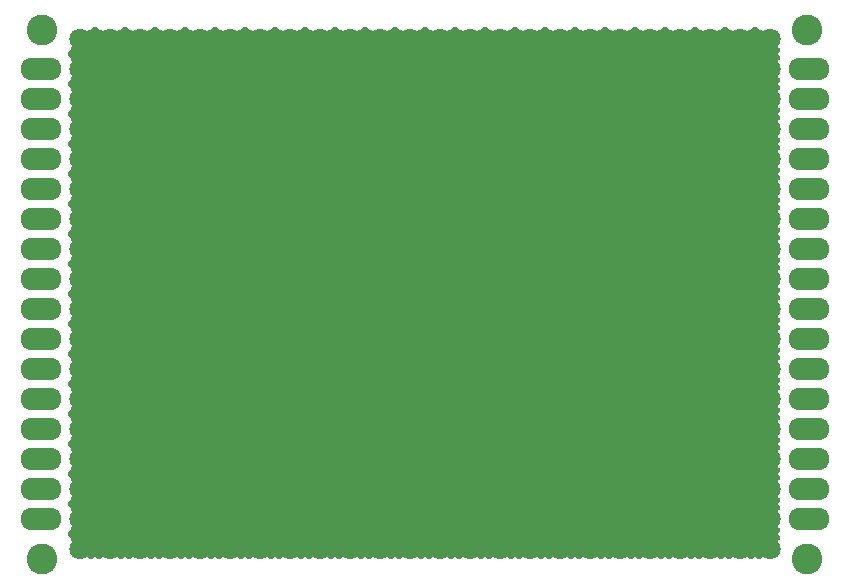
<source format=gbr>
G04 #@! TF.GenerationSoftware,KiCad,Pcbnew,9.0.1*
G04 #@! TF.CreationDate,2025-05-07T00:14:22-04:00*
G04 #@! TF.ProjectId,matrix-protoboard_18x24,6d617472-6978-42d7-9072-6f746f626f61,rev?*
G04 #@! TF.SameCoordinates,Original*
G04 #@! TF.FileFunction,Soldermask,Top*
G04 #@! TF.FilePolarity,Negative*
%FSLAX46Y46*%
G04 Gerber Fmt 4.6, Leading zero omitted, Abs format (unit mm)*
G04 Created by KiCad (PCBNEW 9.0.1) date 2025-05-07 00:14:22*
%MOMM*%
%LPD*%
G01*
G04 APERTURE LIST*
G04 Aperture macros list*
%AMRoundRect*
0 Rectangle with rounded corners*
0 $1 Rounding radius*
0 $2 $3 $4 $5 $6 $7 $8 $9 X,Y pos of 4 corners*
0 Add a 4 corners polygon primitive as box body*
4,1,4,$2,$3,$4,$5,$6,$7,$8,$9,$2,$3,0*
0 Add four circle primitives for the rounded corners*
1,1,$1+$1,$2,$3*
1,1,$1+$1,$4,$5*
1,1,$1+$1,$6,$7*
1,1,$1+$1,$8,$9*
0 Add four rect primitives between the rounded corners*
20,1,$1+$1,$2,$3,$4,$5,0*
20,1,$1+$1,$4,$5,$6,$7,0*
20,1,$1+$1,$6,$7,$8,$9,0*
20,1,$1+$1,$8,$9,$2,$3,0*%
%AMFreePoly0*
4,1,21,0.086827,0.303944,0.141500,0.265143,0.388900,0.017643,0.436240,-0.057732,0.446189,-0.146183,0.416773,-0.230192,0.353822,-0.293116,0.269803,-0.322497,0.247450,-0.323750,-0.247450,-0.323750,-0.334227,-0.303944,-0.403816,-0.248448,-0.442436,-0.168254,-0.442436,-0.079246,-0.403816,0.000948,-0.388900,0.017643,-0.141500,0.265143,-0.066144,0.312513,-0.000050,0.323750,0.000050,0.323750,
0.086827,0.303944,0.086827,0.303944,$1*%
%AMFreePoly1*
4,1,21,0.086827,0.321594,0.141496,0.282796,0.424196,-0.000004,0.471538,-0.075378,0.481488,-0.163827,0.452076,-0.247837,0.389126,-0.310764,0.305107,-0.340146,0.282750,-0.341400,-0.282750,-0.341400,-0.369527,-0.321594,-0.439116,-0.266098,-0.477735,-0.185904,-0.477736,-0.096896,-0.439116,-0.016702,-0.424196,-0.000004,-0.141496,0.282796,-0.066139,0.330165,-0.000050,0.341400,0.000050,0.341400,
0.086827,0.321594,0.086827,0.321594,$1*%
%AMFreePoly2*
4,1,21,0.086827,0.355194,0.141492,0.316401,0.491392,-0.033599,0.538736,-0.108971,0.548689,-0.197421,0.519280,-0.281431,0.456332,-0.344360,0.372314,-0.373746,0.349950,-0.375000,-0.349950,-0.375000,-0.436727,-0.355194,-0.506316,-0.299698,-0.544936,-0.219504,-0.544936,-0.130496,-0.506316,-0.050302,-0.491392,-0.033599,-0.141492,0.316401,-0.066133,0.363767,-0.000050,0.375000,0.000050,0.375000,
0.086827,0.355194,0.086827,0.355194,$1*%
G04 Aperture macros list end*
%ADD10FreePoly0,45.000000*%
%ADD11FreePoly1,315.000000*%
%ADD12FreePoly1,225.000000*%
%ADD13FreePoly2,0.000000*%
%ADD14RoundRect,0.200000X-0.350000X-0.425000X0.350000X-0.425000X0.350000X0.425000X-0.350000X0.425000X0*%
%ADD15FreePoly1,45.000000*%
%ADD16FreePoly1,135.000000*%
%ADD17FreePoly0,315.000000*%
%ADD18C,1.500000*%
%ADD19C,1.800000*%
%ADD20FreePoly0,135.000000*%
%ADD21FreePoly2,90.000000*%
%ADD22RoundRect,0.200000X0.425000X-0.350000X0.425000X0.350000X-0.425000X0.350000X-0.425000X-0.350000X0*%
%ADD23O,3.448000X1.924000*%
%ADD24RoundRect,0.200000X-0.235000X-0.260000X0.235000X-0.260000X0.235000X0.260000X-0.235000X0.260000X0*%
%ADD25C,2.600000*%
G04 APERTURE END LIST*
D10*
X130450000Y-173640000D03*
D11*
X130460000Y-172800000D03*
D12*
X130460000Y-173600000D03*
D13*
X130710000Y-172550000D03*
D14*
X130710000Y-173140000D03*
D15*
X130960000Y-172800000D03*
D16*
X130960000Y-173600000D03*
D17*
X130960000Y-173640000D03*
D10*
X102510000Y-155860000D03*
D11*
X102520000Y-155020000D03*
D12*
X102520000Y-155820000D03*
D13*
X102770000Y-154770000D03*
D14*
X102770000Y-155360000D03*
D15*
X103020000Y-155020000D03*
D16*
X103020000Y-155820000D03*
D17*
X103020000Y-155860000D03*
D18*
X126900000Y-147800000D03*
D19*
X126900000Y-147800000D03*
D10*
X110130000Y-145700000D03*
D11*
X110140000Y-144860000D03*
D12*
X110140000Y-145660000D03*
D13*
X110390000Y-144610000D03*
D14*
X110390000Y-145200000D03*
D15*
X110640000Y-144860000D03*
D16*
X110640000Y-145660000D03*
D17*
X110640000Y-145700000D03*
D18*
X114200000Y-163040000D03*
D19*
X114200000Y-163040000D03*
D20*
X122260000Y-154410000D03*
D15*
X121420000Y-154400000D03*
D11*
X122220000Y-154400000D03*
D21*
X121170000Y-154150000D03*
D22*
X121760000Y-154150000D03*
D16*
X121420000Y-153900000D03*
D12*
X122220000Y-153900000D03*
D10*
X122260000Y-153900000D03*
D20*
X122260000Y-167110000D03*
D15*
X121420000Y-167100000D03*
D11*
X122220000Y-167100000D03*
D21*
X121170000Y-166850000D03*
D22*
X121760000Y-166850000D03*
D16*
X121420000Y-166600000D03*
D12*
X122220000Y-166600000D03*
D10*
X122260000Y-166600000D03*
X97430000Y-160940000D03*
D11*
X97440000Y-160100000D03*
D12*
X97440000Y-160900000D03*
D13*
X97690000Y-159850000D03*
D14*
X97690000Y-160440000D03*
D15*
X97940000Y-160100000D03*
D16*
X97940000Y-160900000D03*
D17*
X97940000Y-160940000D03*
D18*
X139600000Y-132560000D03*
D19*
X139600000Y-132560000D03*
D18*
X131980000Y-155420000D03*
D19*
X131980000Y-155420000D03*
D10*
X92350000Y-153320000D03*
D11*
X92360000Y-152480000D03*
D12*
X92360000Y-153280000D03*
D13*
X92610000Y-152230000D03*
D14*
X92610000Y-152820000D03*
D15*
X92860000Y-152480000D03*
D16*
X92860000Y-153280000D03*
D17*
X92860000Y-153320000D03*
D18*
X131980000Y-137640000D03*
D19*
X131980000Y-137640000D03*
D20*
X117180000Y-167110000D03*
D15*
X116340000Y-167100000D03*
D11*
X117140000Y-167100000D03*
D21*
X116090000Y-166850000D03*
D22*
X116680000Y-166850000D03*
D16*
X116340000Y-166600000D03*
D12*
X117140000Y-166600000D03*
D10*
X117180000Y-166600000D03*
D20*
X122260000Y-146790000D03*
D15*
X121420000Y-146780000D03*
D11*
X122220000Y-146780000D03*
D21*
X121170000Y-146530000D03*
D22*
X121760000Y-146530000D03*
D16*
X121420000Y-146280000D03*
D12*
X122220000Y-146280000D03*
D10*
X122260000Y-146280000D03*
D20*
X104480000Y-154410000D03*
D15*
X103640000Y-154400000D03*
D11*
X104440000Y-154400000D03*
D21*
X103390000Y-154150000D03*
D22*
X103980000Y-154150000D03*
D16*
X103640000Y-153900000D03*
D12*
X104440000Y-153900000D03*
D10*
X104480000Y-153900000D03*
D20*
X84160000Y-149330000D03*
D15*
X83320000Y-149320000D03*
D11*
X84120000Y-149320000D03*
D21*
X83070000Y-149070000D03*
D22*
X83660000Y-149070000D03*
D16*
X83320000Y-148820000D03*
D12*
X84120000Y-148820000D03*
D10*
X84160000Y-148820000D03*
X130450000Y-155860000D03*
D11*
X130460000Y-155020000D03*
D12*
X130460000Y-155820000D03*
D13*
X130710000Y-154770000D03*
D14*
X130710000Y-155360000D03*
D15*
X130960000Y-155020000D03*
D16*
X130960000Y-155820000D03*
D17*
X130960000Y-155860000D03*
D20*
X124800000Y-134090000D03*
D15*
X123960000Y-134080000D03*
D11*
X124760000Y-134080000D03*
D21*
X123710000Y-133830000D03*
D22*
X124300000Y-133830000D03*
D16*
X123960000Y-133580000D03*
D12*
X124760000Y-133580000D03*
D10*
X124800000Y-133580000D03*
D18*
X142140000Y-137640000D03*
D19*
X142140000Y-137640000D03*
D20*
X117180000Y-172190000D03*
D15*
X116340000Y-172180000D03*
D11*
X117140000Y-172180000D03*
D21*
X116090000Y-171930000D03*
D22*
X116680000Y-171930000D03*
D16*
X116340000Y-171680000D03*
D12*
X117140000Y-171680000D03*
D10*
X117180000Y-171680000D03*
X99970000Y-148240000D03*
D11*
X99980000Y-147400000D03*
D12*
X99980000Y-148200000D03*
D13*
X100230000Y-147150000D03*
D14*
X100230000Y-147740000D03*
D15*
X100480000Y-147400000D03*
D16*
X100480000Y-148200000D03*
D17*
X100480000Y-148240000D03*
D18*
X121820000Y-137640000D03*
D19*
X121820000Y-137640000D03*
D23*
X80418000Y-150340000D03*
D10*
X130450000Y-143160000D03*
D11*
X130460000Y-142320000D03*
D12*
X130460000Y-143120000D03*
D13*
X130710000Y-142070000D03*
D14*
X130710000Y-142660000D03*
D15*
X130960000Y-142320000D03*
D16*
X130960000Y-143120000D03*
D17*
X130960000Y-143160000D03*
D21*
X89600000Y-166850000D03*
D10*
X89810000Y-167110000D03*
D24*
X90010000Y-166765000D03*
D13*
X90070000Y-166380000D03*
D10*
X90330000Y-166590000D03*
D17*
X90330000Y-167110000D03*
D20*
X90330000Y-167110000D03*
D10*
X135530000Y-173640000D03*
D11*
X135540000Y-172800000D03*
D12*
X135540000Y-173600000D03*
D13*
X135790000Y-172550000D03*
D14*
X135790000Y-173140000D03*
D15*
X136040000Y-172800000D03*
D16*
X136040000Y-173600000D03*
D17*
X136040000Y-173640000D03*
D18*
X96420000Y-163040000D03*
D19*
X96420000Y-163040000D03*
D18*
X101500000Y-155420000D03*
D19*
X101500000Y-155420000D03*
D18*
X116740000Y-170660000D03*
D19*
X116740000Y-170660000D03*
D18*
X139600000Y-160500000D03*
D19*
X139600000Y-160500000D03*
D20*
X91780000Y-156950000D03*
D15*
X90940000Y-156940000D03*
D11*
X91740000Y-156940000D03*
D21*
X90690000Y-156690000D03*
D22*
X91280000Y-156690000D03*
D16*
X90940000Y-156440000D03*
D12*
X91740000Y-156440000D03*
D10*
X91780000Y-156440000D03*
D21*
X127700000Y-149070000D03*
D10*
X127910000Y-149330000D03*
D24*
X128110000Y-148985000D03*
D13*
X128170000Y-148600000D03*
D10*
X128430000Y-148810000D03*
D17*
X128430000Y-149330000D03*
D20*
X128430000Y-149330000D03*
D10*
X107590000Y-163480000D03*
D11*
X107600000Y-162640000D03*
D12*
X107600000Y-163440000D03*
D13*
X107850000Y-162390000D03*
D14*
X107850000Y-162980000D03*
D15*
X108100000Y-162640000D03*
D16*
X108100000Y-163440000D03*
D17*
X108100000Y-163480000D03*
D21*
X109920000Y-156690000D03*
D10*
X110130000Y-156950000D03*
D24*
X110330000Y-156605000D03*
D13*
X110390000Y-156220000D03*
D10*
X110650000Y-156430000D03*
D17*
X110650000Y-156950000D03*
D20*
X110650000Y-156950000D03*
X91780000Y-154410000D03*
D15*
X90940000Y-154400000D03*
D11*
X91740000Y-154400000D03*
D21*
X90690000Y-154150000D03*
D22*
X91280000Y-154150000D03*
D16*
X90940000Y-153900000D03*
D12*
X91740000Y-153900000D03*
D10*
X91780000Y-153900000D03*
D21*
X107380000Y-154150000D03*
D10*
X107590000Y-154410000D03*
D24*
X107790000Y-154065000D03*
D13*
X107850000Y-153680000D03*
D10*
X108110000Y-153890000D03*
D17*
X108110000Y-154410000D03*
D20*
X108110000Y-154410000D03*
X86700000Y-156950000D03*
D15*
X85860000Y-156940000D03*
D11*
X86660000Y-156940000D03*
D21*
X85610000Y-156690000D03*
D22*
X86200000Y-156690000D03*
D16*
X85860000Y-156440000D03*
D12*
X86660000Y-156440000D03*
D10*
X86700000Y-156440000D03*
D20*
X86700000Y-139170000D03*
D15*
X85860000Y-139160000D03*
D11*
X86660000Y-139160000D03*
D21*
X85610000Y-138910000D03*
D22*
X86200000Y-138910000D03*
D16*
X85860000Y-138660000D03*
D12*
X86660000Y-138660000D03*
D10*
X86700000Y-138660000D03*
D18*
X111660000Y-147800000D03*
D19*
X111660000Y-147800000D03*
D18*
X96420000Y-160500000D03*
D19*
X96420000Y-160500000D03*
D10*
X112670000Y-168560000D03*
D11*
X112680000Y-167720000D03*
D12*
X112680000Y-168520000D03*
D13*
X112930000Y-167470000D03*
D14*
X112930000Y-168060000D03*
D15*
X113180000Y-167720000D03*
D16*
X113180000Y-168520000D03*
D17*
X113180000Y-168560000D03*
D21*
X94680000Y-164310000D03*
D10*
X94890000Y-164570000D03*
D24*
X95090000Y-164225000D03*
D13*
X95150000Y-163840000D03*
D10*
X95410000Y-164050000D03*
D20*
X95410000Y-164570000D03*
D17*
X95410000Y-164570000D03*
D20*
X117180000Y-134090000D03*
D15*
X116340000Y-134080000D03*
D11*
X117140000Y-134080000D03*
D21*
X116090000Y-133830000D03*
D22*
X116680000Y-133830000D03*
D16*
X116340000Y-133580000D03*
D12*
X117140000Y-133580000D03*
D10*
X117180000Y-133580000D03*
X115210000Y-168560000D03*
D11*
X115220000Y-167720000D03*
D12*
X115220000Y-168520000D03*
D13*
X115470000Y-167470000D03*
D14*
X115470000Y-168060000D03*
D15*
X115720000Y-167720000D03*
D16*
X115720000Y-168520000D03*
D17*
X115720000Y-168560000D03*
D21*
X137860000Y-174470000D03*
D10*
X138070000Y-174730000D03*
D24*
X138270000Y-174385000D03*
D13*
X138330000Y-174000000D03*
D10*
X138590000Y-174210000D03*
D17*
X138590000Y-174730000D03*
D20*
X138590000Y-174730000D03*
D18*
X121820000Y-160500000D03*
D19*
X121820000Y-160500000D03*
D23*
X80418000Y-152880000D03*
D10*
X120290000Y-135540000D03*
D11*
X120300000Y-134700000D03*
D12*
X120300000Y-135500000D03*
D13*
X120550000Y-134450000D03*
D14*
X120550000Y-135040000D03*
D15*
X120800000Y-134700000D03*
D16*
X120800000Y-135500000D03*
D17*
X120800000Y-135540000D03*
D20*
X140040000Y-139170000D03*
D15*
X139200000Y-139160000D03*
D11*
X140000000Y-139160000D03*
D21*
X138950000Y-138910000D03*
D22*
X139540000Y-138910000D03*
D16*
X139200000Y-138660000D03*
D12*
X140000000Y-138660000D03*
D10*
X140040000Y-138660000D03*
D18*
X134520000Y-150340000D03*
D19*
X134520000Y-150340000D03*
D20*
X137500000Y-159490000D03*
D15*
X136660000Y-159480000D03*
D11*
X137460000Y-159480000D03*
D21*
X136410000Y-159230000D03*
D22*
X137000000Y-159230000D03*
D16*
X136660000Y-158980000D03*
D12*
X137460000Y-158980000D03*
D10*
X137500000Y-158980000D03*
D18*
X124360000Y-150340000D03*
D19*
X124360000Y-150340000D03*
D10*
X87270000Y-150780000D03*
D11*
X87280000Y-149940000D03*
D12*
X87280000Y-150740000D03*
D13*
X87530000Y-149690000D03*
D14*
X87530000Y-150280000D03*
D15*
X87780000Y-149940000D03*
D16*
X87780000Y-150740000D03*
D17*
X87780000Y-150780000D03*
D20*
X107020000Y-162030000D03*
D15*
X106180000Y-162020000D03*
D11*
X106980000Y-162020000D03*
D21*
X105930000Y-161770000D03*
D22*
X106520000Y-161770000D03*
D16*
X106180000Y-161520000D03*
D12*
X106980000Y-161520000D03*
D10*
X107020000Y-161520000D03*
D20*
X107020000Y-151870000D03*
D15*
X106180000Y-151860000D03*
D11*
X106980000Y-151860000D03*
D21*
X105930000Y-151610000D03*
D22*
X106520000Y-151610000D03*
D16*
X106180000Y-151360000D03*
D12*
X106980000Y-151360000D03*
D10*
X107020000Y-151360000D03*
D18*
X104040000Y-165580000D03*
D19*
X104040000Y-165580000D03*
D21*
X89600000Y-171930000D03*
D10*
X89810000Y-172190000D03*
D24*
X90010000Y-171845000D03*
D13*
X90070000Y-171460000D03*
D10*
X90330000Y-171670000D03*
D17*
X90330000Y-172190000D03*
D20*
X90330000Y-172190000D03*
D18*
X116740000Y-157960000D03*
D19*
X116740000Y-157960000D03*
D10*
X99970000Y-155860000D03*
D11*
X99980000Y-155020000D03*
D12*
X99980000Y-155820000D03*
D13*
X100230000Y-154770000D03*
D14*
X100230000Y-155360000D03*
D15*
X100480000Y-155020000D03*
D16*
X100480000Y-155820000D03*
D17*
X100480000Y-155860000D03*
D10*
X130450000Y-176180000D03*
D11*
X130460000Y-175340000D03*
D12*
X130460000Y-176140000D03*
D13*
X130710000Y-175090000D03*
D14*
X130710000Y-175680000D03*
D15*
X130960000Y-175340000D03*
D16*
X130960000Y-176140000D03*
D17*
X130960000Y-176180000D03*
D21*
X115000000Y-141450000D03*
D10*
X115210000Y-141710000D03*
D24*
X115410000Y-141365000D03*
D13*
X115470000Y-140980000D03*
D10*
X115730000Y-141190000D03*
D20*
X115730000Y-141710000D03*
D17*
X115730000Y-141710000D03*
D21*
X122620000Y-174470000D03*
D10*
X122830000Y-174730000D03*
D24*
X123030000Y-174385000D03*
D13*
X123090000Y-174000000D03*
D10*
X123350000Y-174210000D03*
D17*
X123350000Y-174730000D03*
D20*
X123350000Y-174730000D03*
D18*
X114200000Y-147800000D03*
D19*
X114200000Y-147800000D03*
D20*
X119720000Y-169650000D03*
D15*
X118880000Y-169640000D03*
D11*
X119680000Y-169640000D03*
D21*
X118630000Y-169390000D03*
D22*
X119220000Y-169390000D03*
D16*
X118880000Y-169140000D03*
D12*
X119680000Y-169140000D03*
D10*
X119720000Y-169140000D03*
D20*
X104480000Y-146790000D03*
D15*
X103640000Y-146780000D03*
D11*
X104440000Y-146780000D03*
D21*
X103390000Y-146530000D03*
D22*
X103980000Y-146530000D03*
D16*
X103640000Y-146280000D03*
D12*
X104440000Y-146280000D03*
D10*
X104480000Y-146280000D03*
D20*
X129880000Y-151870000D03*
D15*
X129040000Y-151860000D03*
D11*
X129840000Y-151860000D03*
D21*
X128790000Y-151610000D03*
D22*
X129380000Y-151610000D03*
D16*
X129040000Y-151360000D03*
D12*
X129840000Y-151360000D03*
D10*
X129880000Y-151360000D03*
D18*
X109120000Y-150340000D03*
D19*
X109120000Y-150340000D03*
D21*
X92140000Y-169390000D03*
D10*
X92350000Y-169650000D03*
D24*
X92550000Y-169305000D03*
D13*
X92610000Y-168920000D03*
D10*
X92870000Y-169130000D03*
D20*
X92870000Y-169650000D03*
D17*
X92870000Y-169650000D03*
D18*
X106580000Y-145260000D03*
D19*
X106580000Y-145260000D03*
D10*
X87270000Y-173640000D03*
D11*
X87280000Y-172800000D03*
D12*
X87280000Y-173600000D03*
D13*
X87530000Y-172550000D03*
D14*
X87530000Y-173140000D03*
D15*
X87780000Y-172800000D03*
D16*
X87780000Y-173600000D03*
D17*
X87780000Y-173640000D03*
D10*
X127910000Y-145700000D03*
D11*
X127920000Y-144860000D03*
D12*
X127920000Y-145660000D03*
D13*
X128170000Y-144610000D03*
D14*
X128170000Y-145200000D03*
D15*
X128420000Y-144860000D03*
D16*
X128420000Y-145660000D03*
D17*
X128420000Y-145700000D03*
D20*
X89240000Y-164570000D03*
D15*
X88400000Y-164560000D03*
D11*
X89200000Y-164560000D03*
D21*
X88150000Y-164310000D03*
D22*
X88740000Y-164310000D03*
D16*
X88400000Y-164060000D03*
D12*
X89200000Y-164060000D03*
D10*
X89240000Y-164060000D03*
D23*
X80418000Y-137640000D03*
X145442000Y-157960000D03*
D10*
X120290000Y-145700000D03*
D11*
X120300000Y-144860000D03*
D12*
X120300000Y-145660000D03*
D13*
X120550000Y-144610000D03*
D14*
X120550000Y-145200000D03*
D15*
X120800000Y-144860000D03*
D16*
X120800000Y-145660000D03*
D17*
X120800000Y-145700000D03*
D10*
X84730000Y-153320000D03*
D11*
X84740000Y-152480000D03*
D12*
X84740000Y-153280000D03*
D13*
X84990000Y-152230000D03*
D14*
X84990000Y-152820000D03*
D15*
X85240000Y-152480000D03*
D16*
X85240000Y-153280000D03*
D17*
X85240000Y-153320000D03*
D20*
X104480000Y-159490000D03*
D15*
X103640000Y-159480000D03*
D11*
X104440000Y-159480000D03*
D21*
X103390000Y-159230000D03*
D22*
X103980000Y-159230000D03*
D16*
X103640000Y-158980000D03*
D12*
X104440000Y-158980000D03*
D10*
X104480000Y-158980000D03*
D21*
X135320000Y-164310000D03*
D10*
X135530000Y-164570000D03*
D24*
X135730000Y-164225000D03*
D13*
X135790000Y-163840000D03*
D10*
X136050000Y-164050000D03*
D20*
X136050000Y-164570000D03*
D17*
X136050000Y-164570000D03*
D18*
X126900000Y-132560000D03*
D19*
X126900000Y-132560000D03*
D10*
X105050000Y-133000000D03*
D11*
X105060000Y-132160000D03*
D12*
X105060000Y-132960000D03*
D13*
X105310000Y-131910000D03*
D14*
X105310000Y-132500000D03*
D15*
X105560000Y-132160000D03*
D16*
X105560000Y-132960000D03*
D17*
X105560000Y-133000000D03*
D21*
X135320000Y-156690000D03*
D10*
X135530000Y-156950000D03*
D24*
X135730000Y-156605000D03*
D13*
X135790000Y-156220000D03*
D10*
X136050000Y-156430000D03*
D20*
X136050000Y-156950000D03*
D17*
X136050000Y-156950000D03*
D20*
X91780000Y-144250000D03*
D15*
X90940000Y-144240000D03*
D11*
X91740000Y-144240000D03*
D21*
X90690000Y-143990000D03*
D22*
X91280000Y-143990000D03*
D16*
X90940000Y-143740000D03*
D12*
X91740000Y-143740000D03*
D10*
X91780000Y-143740000D03*
D20*
X94320000Y-167110000D03*
D15*
X93480000Y-167100000D03*
D11*
X94280000Y-167100000D03*
D21*
X93230000Y-166850000D03*
D22*
X93820000Y-166850000D03*
D16*
X93480000Y-166600000D03*
D12*
X94280000Y-166600000D03*
D10*
X94320000Y-166600000D03*
D21*
X92140000Y-149070000D03*
D10*
X92350000Y-149330000D03*
D24*
X92550000Y-148985000D03*
D13*
X92610000Y-148600000D03*
D10*
X92870000Y-148810000D03*
D17*
X92870000Y-149330000D03*
D20*
X92870000Y-149330000D03*
X94320000Y-174730000D03*
D15*
X93480000Y-174720000D03*
D11*
X94280000Y-174720000D03*
D21*
X93230000Y-174470000D03*
D22*
X93820000Y-174470000D03*
D16*
X93480000Y-174220000D03*
D12*
X94280000Y-174220000D03*
D10*
X94320000Y-174220000D03*
D18*
X96420000Y-135100000D03*
D19*
X96420000Y-135100000D03*
D18*
X93880000Y-168120000D03*
D19*
X93880000Y-168120000D03*
D21*
X137860000Y-146530000D03*
D10*
X138070000Y-146790000D03*
D24*
X138270000Y-146445000D03*
D13*
X138330000Y-146060000D03*
D10*
X138590000Y-146270000D03*
D20*
X138590000Y-146790000D03*
D17*
X138590000Y-146790000D03*
D10*
X84730000Y-158400000D03*
D11*
X84740000Y-157560000D03*
D12*
X84740000Y-158360000D03*
D13*
X84990000Y-157310000D03*
D14*
X84990000Y-157900000D03*
D15*
X85240000Y-157560000D03*
D16*
X85240000Y-158360000D03*
D17*
X85240000Y-158400000D03*
D10*
X122830000Y-166020000D03*
D11*
X122840000Y-165180000D03*
D12*
X122840000Y-165980000D03*
D13*
X123090000Y-164930000D03*
D14*
X123090000Y-165520000D03*
D15*
X123340000Y-165180000D03*
D16*
X123340000Y-165980000D03*
D17*
X123340000Y-166020000D03*
D20*
X89240000Y-172190000D03*
D15*
X88400000Y-172180000D03*
D11*
X89200000Y-172180000D03*
D21*
X88150000Y-171930000D03*
D22*
X88740000Y-171930000D03*
D16*
X88400000Y-171680000D03*
D12*
X89200000Y-171680000D03*
D10*
X89240000Y-171680000D03*
D18*
X142140000Y-142720000D03*
D19*
X142140000Y-142720000D03*
D18*
X126900000Y-165580000D03*
D19*
X126900000Y-165580000D03*
D10*
X112670000Y-133000000D03*
D11*
X112680000Y-132160000D03*
D12*
X112680000Y-132960000D03*
D13*
X112930000Y-131910000D03*
D14*
X112930000Y-132500000D03*
D15*
X113180000Y-132160000D03*
D16*
X113180000Y-132960000D03*
D17*
X113180000Y-133000000D03*
D20*
X99400000Y-167110000D03*
D15*
X98560000Y-167100000D03*
D11*
X99360000Y-167100000D03*
D21*
X98310000Y-166850000D03*
D22*
X98900000Y-166850000D03*
D16*
X98560000Y-166600000D03*
D12*
X99360000Y-166600000D03*
D10*
X99400000Y-166600000D03*
D21*
X127700000Y-164310000D03*
D10*
X127910000Y-164570000D03*
D24*
X128110000Y-164225000D03*
D13*
X128170000Y-163840000D03*
D10*
X128430000Y-164050000D03*
D20*
X128430000Y-164570000D03*
D17*
X128430000Y-164570000D03*
D10*
X127910000Y-140620000D03*
D11*
X127920000Y-139780000D03*
D12*
X127920000Y-140580000D03*
D13*
X128170000Y-139530000D03*
D14*
X128170000Y-140120000D03*
D15*
X128420000Y-139780000D03*
D16*
X128420000Y-140580000D03*
D17*
X128420000Y-140620000D03*
D20*
X119720000Y-162030000D03*
D15*
X118880000Y-162020000D03*
D11*
X119680000Y-162020000D03*
D21*
X118630000Y-161770000D03*
D22*
X119220000Y-161770000D03*
D16*
X118880000Y-161520000D03*
D12*
X119680000Y-161520000D03*
D10*
X119720000Y-161520000D03*
D20*
X109560000Y-156950000D03*
D15*
X108720000Y-156940000D03*
D11*
X109520000Y-156940000D03*
D21*
X108470000Y-156690000D03*
D22*
X109060000Y-156690000D03*
D16*
X108720000Y-156440000D03*
D12*
X109520000Y-156440000D03*
D10*
X109560000Y-156440000D03*
D21*
X112460000Y-136370000D03*
D10*
X112670000Y-136630000D03*
D24*
X112870000Y-136285000D03*
D13*
X112930000Y-135900000D03*
D10*
X113190000Y-136110000D03*
D17*
X113190000Y-136630000D03*
D20*
X113190000Y-136630000D03*
X84160000Y-144250000D03*
D15*
X83320000Y-144240000D03*
D11*
X84120000Y-144240000D03*
D21*
X83070000Y-143990000D03*
D22*
X83660000Y-143990000D03*
D16*
X83320000Y-143740000D03*
D12*
X84120000Y-143740000D03*
D10*
X84160000Y-143740000D03*
D20*
X101940000Y-144250000D03*
D15*
X101100000Y-144240000D03*
D11*
X101900000Y-144240000D03*
D21*
X100850000Y-143990000D03*
D22*
X101440000Y-143990000D03*
D16*
X101100000Y-143740000D03*
D12*
X101900000Y-143740000D03*
D10*
X101940000Y-143740000D03*
D18*
X119280000Y-140180000D03*
D19*
X119280000Y-140180000D03*
D20*
X86700000Y-162030000D03*
D15*
X85860000Y-162020000D03*
D11*
X86660000Y-162020000D03*
D21*
X85610000Y-161770000D03*
D22*
X86200000Y-161770000D03*
D16*
X85860000Y-161520000D03*
D12*
X86660000Y-161520000D03*
D10*
X86700000Y-161520000D03*
D20*
X137500000Y-162030000D03*
D15*
X136660000Y-162020000D03*
D11*
X137460000Y-162020000D03*
D21*
X136410000Y-161770000D03*
D22*
X137000000Y-161770000D03*
D16*
X136660000Y-161520000D03*
D12*
X137460000Y-161520000D03*
D10*
X137500000Y-161520000D03*
D23*
X145442000Y-163040000D03*
D10*
X140610000Y-143160000D03*
D11*
X140620000Y-142320000D03*
D12*
X140620000Y-143120000D03*
D13*
X140870000Y-142070000D03*
D14*
X140870000Y-142660000D03*
D15*
X141120000Y-142320000D03*
D16*
X141120000Y-143120000D03*
D17*
X141120000Y-143160000D03*
D18*
X91340000Y-155420000D03*
D19*
X91340000Y-155420000D03*
D10*
X110130000Y-148240000D03*
D11*
X110140000Y-147400000D03*
D12*
X110140000Y-148200000D03*
D13*
X110390000Y-147150000D03*
D14*
X110390000Y-147740000D03*
D15*
X110640000Y-147400000D03*
D16*
X110640000Y-148200000D03*
D17*
X110640000Y-148240000D03*
D21*
X137860000Y-164310000D03*
D10*
X138070000Y-164570000D03*
D24*
X138270000Y-164225000D03*
D13*
X138330000Y-163840000D03*
D10*
X138590000Y-164050000D03*
D20*
X138590000Y-164570000D03*
D17*
X138590000Y-164570000D03*
D18*
X104040000Y-145260000D03*
D19*
X104040000Y-145260000D03*
D21*
X135320000Y-146530000D03*
D10*
X135530000Y-146790000D03*
D24*
X135730000Y-146445000D03*
D13*
X135790000Y-146060000D03*
D10*
X136050000Y-146270000D03*
D20*
X136050000Y-146790000D03*
D17*
X136050000Y-146790000D03*
D10*
X120290000Y-166020000D03*
D11*
X120300000Y-165180000D03*
D12*
X120300000Y-165980000D03*
D13*
X120550000Y-164930000D03*
D14*
X120550000Y-165520000D03*
D15*
X120800000Y-165180000D03*
D16*
X120800000Y-165980000D03*
D17*
X120800000Y-166020000D03*
D18*
X114200000Y-137640000D03*
D19*
X114200000Y-137640000D03*
D10*
X120290000Y-153320000D03*
D11*
X120300000Y-152480000D03*
D12*
X120300000Y-153280000D03*
D13*
X120550000Y-152230000D03*
D14*
X120550000Y-152820000D03*
D15*
X120800000Y-152480000D03*
D16*
X120800000Y-153280000D03*
D17*
X120800000Y-153320000D03*
D21*
X117540000Y-151610000D03*
D10*
X117750000Y-151870000D03*
D24*
X117950000Y-151525000D03*
D13*
X118010000Y-151140000D03*
D10*
X118270000Y-151350000D03*
D17*
X118270000Y-151870000D03*
D20*
X118270000Y-151870000D03*
X86700000Y-144250000D03*
D15*
X85860000Y-144240000D03*
D11*
X86660000Y-144240000D03*
D21*
X85610000Y-143990000D03*
D22*
X86200000Y-143990000D03*
D16*
X85860000Y-143740000D03*
D12*
X86660000Y-143740000D03*
D10*
X86700000Y-143740000D03*
D21*
X130240000Y-174470000D03*
D10*
X130450000Y-174730000D03*
D24*
X130650000Y-174385000D03*
D13*
X130710000Y-174000000D03*
D10*
X130970000Y-174210000D03*
D20*
X130970000Y-174730000D03*
D17*
X130970000Y-174730000D03*
D18*
X114200000Y-165580000D03*
D19*
X114200000Y-165580000D03*
D21*
X102300000Y-161770000D03*
D10*
X102510000Y-162030000D03*
D24*
X102710000Y-161685000D03*
D13*
X102770000Y-161300000D03*
D10*
X103030000Y-161510000D03*
D20*
X103030000Y-162030000D03*
D17*
X103030000Y-162030000D03*
D18*
X139600000Y-152880000D03*
D19*
X139600000Y-152880000D03*
D20*
X124800000Y-144250000D03*
D15*
X123960000Y-144240000D03*
D11*
X124760000Y-144240000D03*
D21*
X123710000Y-143990000D03*
D22*
X124300000Y-143990000D03*
D16*
X123960000Y-143740000D03*
D12*
X124760000Y-143740000D03*
D10*
X124800000Y-143740000D03*
D20*
X112100000Y-162030000D03*
D15*
X111260000Y-162020000D03*
D11*
X112060000Y-162020000D03*
D21*
X111010000Y-161770000D03*
D22*
X111600000Y-161770000D03*
D16*
X111260000Y-161520000D03*
D12*
X112060000Y-161520000D03*
D10*
X112100000Y-161520000D03*
D20*
X99400000Y-154410000D03*
D15*
X98560000Y-154400000D03*
D11*
X99360000Y-154400000D03*
D21*
X98310000Y-154150000D03*
D22*
X98900000Y-154150000D03*
D16*
X98560000Y-153900000D03*
D12*
X99360000Y-153900000D03*
D10*
X99400000Y-153900000D03*
D20*
X89240000Y-146790000D03*
D15*
X88400000Y-146780000D03*
D11*
X89200000Y-146780000D03*
D21*
X88150000Y-146530000D03*
D22*
X88740000Y-146530000D03*
D16*
X88400000Y-146280000D03*
D12*
X89200000Y-146280000D03*
D10*
X89240000Y-146280000D03*
D20*
X142580000Y-141710000D03*
D15*
X141740000Y-141700000D03*
D11*
X142540000Y-141700000D03*
D21*
X141490000Y-141450000D03*
D22*
X142080000Y-141450000D03*
D16*
X141740000Y-141200000D03*
D12*
X142540000Y-141200000D03*
D10*
X142580000Y-141200000D03*
D20*
X140040000Y-141710000D03*
D15*
X139200000Y-141700000D03*
D11*
X140000000Y-141700000D03*
D21*
X138950000Y-141450000D03*
D22*
X139540000Y-141450000D03*
D16*
X139200000Y-141200000D03*
D12*
X140000000Y-141200000D03*
D10*
X140040000Y-141200000D03*
D21*
X115000000Y-171930000D03*
D10*
X115210000Y-172190000D03*
D24*
X115410000Y-171845000D03*
D13*
X115470000Y-171460000D03*
D10*
X115730000Y-171670000D03*
D20*
X115730000Y-172190000D03*
D17*
X115730000Y-172190000D03*
D21*
X130240000Y-143990000D03*
D10*
X130450000Y-144250000D03*
D24*
X130650000Y-143905000D03*
D13*
X130710000Y-143520000D03*
D10*
X130970000Y-143730000D03*
D20*
X130970000Y-144250000D03*
D17*
X130970000Y-144250000D03*
D20*
X86700000Y-146790000D03*
D15*
X85860000Y-146780000D03*
D11*
X86660000Y-146780000D03*
D21*
X85610000Y-146530000D03*
D22*
X86200000Y-146530000D03*
D16*
X85860000Y-146280000D03*
D12*
X86660000Y-146280000D03*
D10*
X86700000Y-146280000D03*
D21*
X107380000Y-143990000D03*
D10*
X107590000Y-144250000D03*
D24*
X107790000Y-143905000D03*
D13*
X107850000Y-143520000D03*
D10*
X108110000Y-143730000D03*
D17*
X108110000Y-144250000D03*
D20*
X108110000Y-144250000D03*
D21*
X130240000Y-141450000D03*
D10*
X130450000Y-141710000D03*
D24*
X130650000Y-141365000D03*
D13*
X130710000Y-140980000D03*
D10*
X130970000Y-141190000D03*
D17*
X130970000Y-141710000D03*
D20*
X130970000Y-141710000D03*
D10*
X102510000Y-160940000D03*
D11*
X102520000Y-160100000D03*
D12*
X102520000Y-160900000D03*
D13*
X102770000Y-159850000D03*
D14*
X102770000Y-160440000D03*
D15*
X103020000Y-160100000D03*
D16*
X103020000Y-160900000D03*
D17*
X103020000Y-160940000D03*
D21*
X125160000Y-136370000D03*
D10*
X125370000Y-136630000D03*
D24*
X125570000Y-136285000D03*
D13*
X125630000Y-135900000D03*
D10*
X125890000Y-136110000D03*
D17*
X125890000Y-136630000D03*
D20*
X125890000Y-136630000D03*
X127340000Y-174730000D03*
D15*
X126500000Y-174720000D03*
D11*
X127300000Y-174720000D03*
D21*
X126250000Y-174470000D03*
D22*
X126840000Y-174470000D03*
D16*
X126500000Y-174220000D03*
D12*
X127300000Y-174220000D03*
D10*
X127340000Y-174220000D03*
D20*
X129880000Y-141710000D03*
D15*
X129040000Y-141700000D03*
D11*
X129840000Y-141700000D03*
D21*
X128790000Y-141450000D03*
D22*
X129380000Y-141450000D03*
D16*
X129040000Y-141200000D03*
D12*
X129840000Y-141200000D03*
D10*
X129880000Y-141200000D03*
D18*
X104040000Y-175740000D03*
D19*
X104040000Y-175740000D03*
D18*
X114200000Y-168120000D03*
D19*
X114200000Y-168120000D03*
D18*
X86260000Y-163040000D03*
D19*
X86260000Y-163040000D03*
D18*
X114200000Y-135100000D03*
D19*
X114200000Y-135100000D03*
D18*
X119280000Y-147800000D03*
D19*
X119280000Y-147800000D03*
D20*
X96860000Y-169650000D03*
D15*
X96020000Y-169640000D03*
D11*
X96820000Y-169640000D03*
D21*
X95770000Y-169390000D03*
D22*
X96360000Y-169390000D03*
D16*
X96020000Y-169140000D03*
D12*
X96820000Y-169140000D03*
D10*
X96860000Y-169140000D03*
D20*
X119720000Y-139170000D03*
D15*
X118880000Y-139160000D03*
D11*
X119680000Y-139160000D03*
D21*
X118630000Y-138910000D03*
D22*
X119220000Y-138910000D03*
D16*
X118880000Y-138660000D03*
D12*
X119680000Y-138660000D03*
D10*
X119720000Y-138660000D03*
D23*
X80418000Y-140180000D03*
D10*
X122830000Y-168560000D03*
D11*
X122840000Y-167720000D03*
D12*
X122840000Y-168520000D03*
D13*
X123090000Y-167470000D03*
D14*
X123090000Y-168060000D03*
D15*
X123340000Y-167720000D03*
D16*
X123340000Y-168520000D03*
D17*
X123340000Y-168560000D03*
D18*
X98960000Y-157960000D03*
D19*
X98960000Y-157960000D03*
D18*
X101500000Y-140180000D03*
D19*
X101500000Y-140180000D03*
D18*
X131980000Y-145260000D03*
D19*
X131980000Y-145260000D03*
D20*
X107020000Y-167110000D03*
D15*
X106180000Y-167100000D03*
D11*
X106980000Y-167100000D03*
D21*
X105930000Y-166850000D03*
D22*
X106520000Y-166850000D03*
D16*
X106180000Y-166600000D03*
D12*
X106980000Y-166600000D03*
D10*
X107020000Y-166600000D03*
D21*
X107380000Y-136370000D03*
D10*
X107590000Y-136630000D03*
D24*
X107790000Y-136285000D03*
D13*
X107850000Y-135900000D03*
D10*
X108110000Y-136110000D03*
D20*
X108110000Y-136630000D03*
D17*
X108110000Y-136630000D03*
D20*
X134960000Y-167110000D03*
D15*
X134120000Y-167100000D03*
D11*
X134920000Y-167100000D03*
D21*
X133870000Y-166850000D03*
D22*
X134460000Y-166850000D03*
D16*
X134120000Y-166600000D03*
D12*
X134920000Y-166600000D03*
D10*
X134960000Y-166600000D03*
D18*
X93880000Y-175740000D03*
D19*
X93880000Y-175740000D03*
D21*
X127700000Y-143990000D03*
D10*
X127910000Y-144250000D03*
D24*
X128110000Y-143905000D03*
D13*
X128170000Y-143520000D03*
D10*
X128430000Y-143730000D03*
D20*
X128430000Y-144250000D03*
D17*
X128430000Y-144250000D03*
D10*
X130450000Y-150780000D03*
D11*
X130460000Y-149940000D03*
D12*
X130460000Y-150740000D03*
D13*
X130710000Y-149690000D03*
D14*
X130710000Y-150280000D03*
D15*
X130960000Y-149940000D03*
D16*
X130960000Y-150740000D03*
D17*
X130960000Y-150780000D03*
D21*
X104840000Y-169390000D03*
D10*
X105050000Y-169650000D03*
D24*
X105250000Y-169305000D03*
D13*
X105310000Y-168920000D03*
D10*
X105570000Y-169130000D03*
D17*
X105570000Y-169650000D03*
D20*
X105570000Y-169650000D03*
D10*
X89810000Y-135540000D03*
D11*
X89820000Y-134700000D03*
D12*
X89820000Y-135500000D03*
D13*
X90070000Y-134450000D03*
D14*
X90070000Y-135040000D03*
D15*
X90320000Y-134700000D03*
D16*
X90320000Y-135500000D03*
D17*
X90320000Y-135540000D03*
D10*
X117750000Y-143160000D03*
D11*
X117760000Y-142320000D03*
D12*
X117760000Y-143120000D03*
D13*
X118010000Y-142070000D03*
D14*
X118010000Y-142660000D03*
D15*
X118260000Y-142320000D03*
D16*
X118260000Y-143120000D03*
D17*
X118260000Y-143160000D03*
D10*
X140610000Y-176180000D03*
D11*
X140620000Y-175340000D03*
D12*
X140620000Y-176140000D03*
D13*
X140870000Y-175090000D03*
D14*
X140870000Y-175680000D03*
D15*
X141120000Y-175340000D03*
D16*
X141120000Y-176140000D03*
D17*
X141120000Y-176180000D03*
D10*
X99970000Y-133000000D03*
D11*
X99980000Y-132160000D03*
D12*
X99980000Y-132960000D03*
D13*
X100230000Y-131910000D03*
D14*
X100230000Y-132500000D03*
D15*
X100480000Y-132160000D03*
D16*
X100480000Y-132960000D03*
D17*
X100480000Y-133000000D03*
D20*
X109560000Y-139170000D03*
D15*
X108720000Y-139160000D03*
D11*
X109520000Y-139160000D03*
D21*
X108470000Y-138910000D03*
D22*
X109060000Y-138910000D03*
D16*
X108720000Y-138660000D03*
D12*
X109520000Y-138660000D03*
D10*
X109560000Y-138660000D03*
D21*
X104840000Y-141450000D03*
D10*
X105050000Y-141710000D03*
D24*
X105250000Y-141365000D03*
D13*
X105310000Y-140980000D03*
D10*
X105570000Y-141190000D03*
D17*
X105570000Y-141710000D03*
D20*
X105570000Y-141710000D03*
X140040000Y-162030000D03*
D15*
X139200000Y-162020000D03*
D11*
X140000000Y-162020000D03*
D21*
X138950000Y-161770000D03*
D22*
X139540000Y-161770000D03*
D16*
X139200000Y-161520000D03*
D12*
X140000000Y-161520000D03*
D10*
X140040000Y-161520000D03*
D18*
X98960000Y-168120000D03*
D19*
X98960000Y-168120000D03*
D23*
X80418000Y-168120000D03*
D10*
X107590000Y-153320000D03*
D11*
X107600000Y-152480000D03*
D12*
X107600000Y-153280000D03*
D13*
X107850000Y-152230000D03*
D14*
X107850000Y-152820000D03*
D15*
X108100000Y-152480000D03*
D16*
X108100000Y-153280000D03*
D17*
X108100000Y-153320000D03*
D10*
X102510000Y-171100000D03*
D11*
X102520000Y-170260000D03*
D12*
X102520000Y-171060000D03*
D13*
X102770000Y-170010000D03*
D14*
X102770000Y-170600000D03*
D15*
X103020000Y-170260000D03*
D16*
X103020000Y-171060000D03*
D17*
X103020000Y-171100000D03*
D21*
X140400000Y-169390000D03*
D10*
X140610000Y-169650000D03*
D24*
X140810000Y-169305000D03*
D13*
X140870000Y-168920000D03*
D10*
X141130000Y-169130000D03*
D20*
X141130000Y-169650000D03*
D17*
X141130000Y-169650000D03*
D10*
X105050000Y-173640000D03*
D11*
X105060000Y-172800000D03*
D12*
X105060000Y-173600000D03*
D13*
X105310000Y-172550000D03*
D14*
X105310000Y-173140000D03*
D15*
X105560000Y-172800000D03*
D16*
X105560000Y-173600000D03*
D17*
X105560000Y-173640000D03*
D21*
X109920000Y-151610000D03*
D10*
X110130000Y-151870000D03*
D24*
X110330000Y-151525000D03*
D13*
X110390000Y-151140000D03*
D10*
X110650000Y-151350000D03*
D20*
X110650000Y-151870000D03*
D17*
X110650000Y-151870000D03*
D21*
X132780000Y-164310000D03*
D10*
X132990000Y-164570000D03*
D24*
X133190000Y-164225000D03*
D13*
X133250000Y-163840000D03*
D10*
X133510000Y-164050000D03*
D17*
X133510000Y-164570000D03*
D20*
X133510000Y-164570000D03*
D10*
X132990000Y-155860000D03*
D11*
X133000000Y-155020000D03*
D12*
X133000000Y-155820000D03*
D13*
X133250000Y-154770000D03*
D14*
X133250000Y-155360000D03*
D15*
X133500000Y-155020000D03*
D16*
X133500000Y-155820000D03*
D17*
X133500000Y-155860000D03*
D18*
X134520000Y-168120000D03*
D19*
X134520000Y-168120000D03*
D18*
X121820000Y-142720000D03*
D19*
X121820000Y-142720000D03*
D18*
X101500000Y-175740000D03*
D19*
X101500000Y-175740000D03*
D10*
X105050000Y-166020000D03*
D11*
X105060000Y-165180000D03*
D12*
X105060000Y-165980000D03*
D13*
X105310000Y-164930000D03*
D14*
X105310000Y-165520000D03*
D15*
X105560000Y-165180000D03*
D16*
X105560000Y-165980000D03*
D17*
X105560000Y-166020000D03*
D20*
X99400000Y-144250000D03*
D15*
X98560000Y-144240000D03*
D11*
X99360000Y-144240000D03*
D21*
X98310000Y-143990000D03*
D22*
X98900000Y-143990000D03*
D16*
X98560000Y-143740000D03*
D12*
X99360000Y-143740000D03*
D10*
X99400000Y-143740000D03*
D20*
X134960000Y-154410000D03*
D15*
X134120000Y-154400000D03*
D11*
X134920000Y-154400000D03*
D21*
X133870000Y-154150000D03*
D22*
X134460000Y-154150000D03*
D16*
X134120000Y-153900000D03*
D12*
X134920000Y-153900000D03*
D10*
X134960000Y-153900000D03*
D20*
X107020000Y-134090000D03*
D15*
X106180000Y-134080000D03*
D11*
X106980000Y-134080000D03*
D21*
X105930000Y-133830000D03*
D22*
X106520000Y-133830000D03*
D16*
X106180000Y-133580000D03*
D12*
X106980000Y-133580000D03*
D10*
X107020000Y-133580000D03*
D21*
X89600000Y-146530000D03*
D10*
X89810000Y-146790000D03*
D24*
X90010000Y-146445000D03*
D13*
X90070000Y-146060000D03*
D10*
X90330000Y-146270000D03*
D20*
X90330000Y-146790000D03*
D17*
X90330000Y-146790000D03*
D18*
X114200000Y-175740000D03*
D19*
X114200000Y-175740000D03*
D20*
X107020000Y-146790000D03*
D15*
X106180000Y-146780000D03*
D11*
X106980000Y-146780000D03*
D21*
X105930000Y-146530000D03*
D22*
X106520000Y-146530000D03*
D16*
X106180000Y-146280000D03*
D12*
X106980000Y-146280000D03*
D10*
X107020000Y-146280000D03*
D21*
X117540000Y-146530000D03*
D10*
X117750000Y-146790000D03*
D24*
X117950000Y-146445000D03*
D13*
X118010000Y-146060000D03*
D10*
X118270000Y-146270000D03*
D17*
X118270000Y-146790000D03*
D20*
X118270000Y-146790000D03*
D10*
X115210000Y-173640000D03*
D11*
X115220000Y-172800000D03*
D12*
X115220000Y-173600000D03*
D13*
X115470000Y-172550000D03*
D14*
X115470000Y-173140000D03*
D15*
X115720000Y-172800000D03*
D16*
X115720000Y-173600000D03*
D17*
X115720000Y-173640000D03*
D10*
X94890000Y-148240000D03*
D11*
X94900000Y-147400000D03*
D12*
X94900000Y-148200000D03*
D13*
X95150000Y-147150000D03*
D14*
X95150000Y-147740000D03*
D15*
X95400000Y-147400000D03*
D16*
X95400000Y-148200000D03*
D17*
X95400000Y-148240000D03*
D10*
X94890000Y-143160000D03*
D11*
X94900000Y-142320000D03*
D12*
X94900000Y-143120000D03*
D13*
X95150000Y-142070000D03*
D14*
X95150000Y-142660000D03*
D15*
X95400000Y-142320000D03*
D16*
X95400000Y-143120000D03*
D17*
X95400000Y-143160000D03*
D18*
X137060000Y-163040000D03*
D19*
X137060000Y-163040000D03*
D21*
X137860000Y-138910000D03*
D10*
X138070000Y-139170000D03*
D24*
X138270000Y-138825000D03*
D13*
X138330000Y-138440000D03*
D10*
X138590000Y-138650000D03*
D20*
X138590000Y-139170000D03*
D17*
X138590000Y-139170000D03*
D21*
X104840000Y-171930000D03*
D10*
X105050000Y-172190000D03*
D24*
X105250000Y-171845000D03*
D13*
X105310000Y-171460000D03*
D10*
X105570000Y-171670000D03*
D20*
X105570000Y-172190000D03*
D17*
X105570000Y-172190000D03*
D18*
X96420000Y-173200000D03*
D19*
X96420000Y-173200000D03*
D20*
X112100000Y-146790000D03*
D15*
X111260000Y-146780000D03*
D11*
X112060000Y-146780000D03*
D21*
X111010000Y-146530000D03*
D22*
X111600000Y-146530000D03*
D16*
X111260000Y-146280000D03*
D12*
X112060000Y-146280000D03*
D10*
X112100000Y-146280000D03*
X84730000Y-133000000D03*
D11*
X84740000Y-132160000D03*
D12*
X84740000Y-132960000D03*
D13*
X84990000Y-131910000D03*
D14*
X84990000Y-132500000D03*
D15*
X85240000Y-132160000D03*
D16*
X85240000Y-132960000D03*
D17*
X85240000Y-133000000D03*
D21*
X122620000Y-143990000D03*
D10*
X122830000Y-144250000D03*
D24*
X123030000Y-143905000D03*
D13*
X123090000Y-143520000D03*
D10*
X123350000Y-143730000D03*
D20*
X123350000Y-144250000D03*
D17*
X123350000Y-144250000D03*
D18*
X131980000Y-132560000D03*
D19*
X131980000Y-132560000D03*
D20*
X84160000Y-169650000D03*
D15*
X83320000Y-169640000D03*
D11*
X84120000Y-169640000D03*
D21*
X83070000Y-169390000D03*
D22*
X83660000Y-169390000D03*
D16*
X83320000Y-169140000D03*
D12*
X84120000Y-169140000D03*
D10*
X84160000Y-169140000D03*
D21*
X132780000Y-149070000D03*
D10*
X132990000Y-149330000D03*
D24*
X133190000Y-148985000D03*
D13*
X133250000Y-148600000D03*
D10*
X133510000Y-148810000D03*
D20*
X133510000Y-149330000D03*
D17*
X133510000Y-149330000D03*
D18*
X96420000Y-170660000D03*
D19*
X96420000Y-170660000D03*
D18*
X88800000Y-132560000D03*
D19*
X88800000Y-132560000D03*
D18*
X142140000Y-173200000D03*
D19*
X142140000Y-173200000D03*
D20*
X132420000Y-144250000D03*
D15*
X131580000Y-144240000D03*
D11*
X132380000Y-144240000D03*
D21*
X131330000Y-143990000D03*
D22*
X131920000Y-143990000D03*
D16*
X131580000Y-143740000D03*
D12*
X132380000Y-143740000D03*
D10*
X132420000Y-143740000D03*
D18*
X131980000Y-173200000D03*
D19*
X131980000Y-173200000D03*
D20*
X124800000Y-164570000D03*
D15*
X123960000Y-164560000D03*
D11*
X124760000Y-164560000D03*
D21*
X123710000Y-164310000D03*
D22*
X124300000Y-164310000D03*
D16*
X123960000Y-164060000D03*
D12*
X124760000Y-164060000D03*
D10*
X124800000Y-164060000D03*
X115210000Y-140620000D03*
D11*
X115220000Y-139780000D03*
D12*
X115220000Y-140580000D03*
D13*
X115470000Y-139530000D03*
D14*
X115470000Y-140120000D03*
D15*
X115720000Y-139780000D03*
D16*
X115720000Y-140580000D03*
D17*
X115720000Y-140620000D03*
D18*
X96420000Y-155420000D03*
D19*
X96420000Y-155420000D03*
D20*
X140040000Y-154410000D03*
D15*
X139200000Y-154400000D03*
D11*
X140000000Y-154400000D03*
D21*
X138950000Y-154150000D03*
D22*
X139540000Y-154150000D03*
D16*
X139200000Y-153900000D03*
D12*
X140000000Y-153900000D03*
D10*
X140040000Y-153900000D03*
X105050000Y-150780000D03*
D11*
X105060000Y-149940000D03*
D12*
X105060000Y-150740000D03*
D13*
X105310000Y-149690000D03*
D14*
X105310000Y-150280000D03*
D15*
X105560000Y-149940000D03*
D16*
X105560000Y-150740000D03*
D17*
X105560000Y-150780000D03*
D20*
X119720000Y-134090000D03*
D15*
X118880000Y-134080000D03*
D11*
X119680000Y-134080000D03*
D21*
X118630000Y-133830000D03*
D22*
X119220000Y-133830000D03*
D16*
X118880000Y-133580000D03*
D12*
X119680000Y-133580000D03*
D10*
X119720000Y-133580000D03*
D21*
X104840000Y-164310000D03*
D10*
X105050000Y-164570000D03*
D24*
X105250000Y-164225000D03*
D13*
X105310000Y-163840000D03*
D10*
X105570000Y-164050000D03*
D20*
X105570000Y-164570000D03*
D17*
X105570000Y-164570000D03*
D21*
X132780000Y-159230000D03*
D10*
X132990000Y-159490000D03*
D24*
X133190000Y-159145000D03*
D13*
X133250000Y-158760000D03*
D10*
X133510000Y-158970000D03*
D17*
X133510000Y-159490000D03*
D20*
X133510000Y-159490000D03*
D10*
X140610000Y-148240000D03*
D11*
X140620000Y-147400000D03*
D12*
X140620000Y-148200000D03*
D13*
X140870000Y-147150000D03*
D14*
X140870000Y-147740000D03*
D15*
X141120000Y-147400000D03*
D16*
X141120000Y-148200000D03*
D17*
X141120000Y-148240000D03*
D20*
X86700000Y-174730000D03*
D15*
X85860000Y-174720000D03*
D11*
X86660000Y-174720000D03*
D21*
X85610000Y-174470000D03*
D22*
X86200000Y-174470000D03*
D16*
X85860000Y-174220000D03*
D12*
X86660000Y-174220000D03*
D10*
X86700000Y-174220000D03*
D20*
X114640000Y-149330000D03*
D15*
X113800000Y-149320000D03*
D11*
X114600000Y-149320000D03*
D21*
X113550000Y-149070000D03*
D22*
X114140000Y-149070000D03*
D16*
X113800000Y-148820000D03*
D12*
X114600000Y-148820000D03*
D10*
X114640000Y-148820000D03*
D21*
X94680000Y-149070000D03*
D10*
X94890000Y-149330000D03*
D24*
X95090000Y-148985000D03*
D13*
X95150000Y-148600000D03*
D10*
X95410000Y-148810000D03*
D17*
X95410000Y-149330000D03*
D20*
X95410000Y-149330000D03*
D18*
X129440000Y-137640000D03*
D19*
X129440000Y-137640000D03*
D18*
X116740000Y-140180000D03*
D19*
X116740000Y-140180000D03*
D20*
X101940000Y-172190000D03*
D15*
X101100000Y-172180000D03*
D11*
X101900000Y-172180000D03*
D21*
X100850000Y-171930000D03*
D22*
X101440000Y-171930000D03*
D16*
X101100000Y-171680000D03*
D12*
X101900000Y-171680000D03*
D10*
X101940000Y-171680000D03*
D18*
X93880000Y-140180000D03*
D19*
X93880000Y-140180000D03*
D10*
X94890000Y-145700000D03*
D11*
X94900000Y-144860000D03*
D12*
X94900000Y-145660000D03*
D13*
X95150000Y-144610000D03*
D14*
X95150000Y-145200000D03*
D15*
X95400000Y-144860000D03*
D16*
X95400000Y-145660000D03*
D17*
X95400000Y-145700000D03*
D20*
X142580000Y-172190000D03*
D15*
X141740000Y-172180000D03*
D11*
X142540000Y-172180000D03*
D21*
X141490000Y-171930000D03*
D22*
X142080000Y-171930000D03*
D16*
X141740000Y-171680000D03*
D12*
X142540000Y-171680000D03*
D10*
X142580000Y-171680000D03*
D18*
X124360000Y-142720000D03*
D19*
X124360000Y-142720000D03*
D20*
X89240000Y-162030000D03*
D15*
X88400000Y-162020000D03*
D11*
X89200000Y-162020000D03*
D21*
X88150000Y-161770000D03*
D22*
X88740000Y-161770000D03*
D16*
X88400000Y-161520000D03*
D12*
X89200000Y-161520000D03*
D10*
X89240000Y-161520000D03*
D20*
X89240000Y-156950000D03*
D15*
X88400000Y-156940000D03*
D11*
X89200000Y-156940000D03*
D21*
X88150000Y-156690000D03*
D22*
X88740000Y-156690000D03*
D16*
X88400000Y-156440000D03*
D12*
X89200000Y-156440000D03*
D10*
X89240000Y-156440000D03*
D21*
X125160000Y-149070000D03*
D10*
X125370000Y-149330000D03*
D24*
X125570000Y-148985000D03*
D13*
X125630000Y-148600000D03*
D10*
X125890000Y-148810000D03*
D17*
X125890000Y-149330000D03*
D20*
X125890000Y-149330000D03*
D21*
X132780000Y-166850000D03*
D10*
X132990000Y-167110000D03*
D24*
X133190000Y-166765000D03*
D13*
X133250000Y-166380000D03*
D10*
X133510000Y-166590000D03*
D17*
X133510000Y-167110000D03*
D20*
X133510000Y-167110000D03*
D18*
X116740000Y-168120000D03*
D19*
X116740000Y-168120000D03*
D21*
X115000000Y-174470000D03*
D10*
X115210000Y-174730000D03*
D24*
X115410000Y-174385000D03*
D13*
X115470000Y-174000000D03*
D10*
X115730000Y-174210000D03*
D17*
X115730000Y-174730000D03*
D20*
X115730000Y-174730000D03*
D10*
X110130000Y-158400000D03*
D11*
X110140000Y-157560000D03*
D12*
X110140000Y-158360000D03*
D13*
X110390000Y-157310000D03*
D14*
X110390000Y-157900000D03*
D15*
X110640000Y-157560000D03*
D16*
X110640000Y-158360000D03*
D17*
X110640000Y-158400000D03*
D10*
X89810000Y-166020000D03*
D11*
X89820000Y-165180000D03*
D12*
X89820000Y-165980000D03*
D13*
X90070000Y-164930000D03*
D14*
X90070000Y-165520000D03*
D15*
X90320000Y-165180000D03*
D16*
X90320000Y-165980000D03*
D17*
X90320000Y-166020000D03*
D10*
X97430000Y-168560000D03*
D11*
X97440000Y-167720000D03*
D12*
X97440000Y-168520000D03*
D13*
X97690000Y-167470000D03*
D14*
X97690000Y-168060000D03*
D15*
X97940000Y-167720000D03*
D16*
X97940000Y-168520000D03*
D17*
X97940000Y-168560000D03*
D10*
X125370000Y-135540000D03*
D11*
X125380000Y-134700000D03*
D12*
X125380000Y-135500000D03*
D13*
X125630000Y-134450000D03*
D14*
X125630000Y-135040000D03*
D15*
X125880000Y-134700000D03*
D16*
X125880000Y-135500000D03*
D17*
X125880000Y-135540000D03*
D21*
X125160000Y-159230000D03*
D10*
X125370000Y-159490000D03*
D24*
X125570000Y-159145000D03*
D13*
X125630000Y-158760000D03*
D10*
X125890000Y-158970000D03*
D20*
X125890000Y-159490000D03*
D17*
X125890000Y-159490000D03*
D10*
X138070000Y-153320000D03*
D11*
X138080000Y-152480000D03*
D12*
X138080000Y-153280000D03*
D13*
X138330000Y-152230000D03*
D14*
X138330000Y-152820000D03*
D15*
X138580000Y-152480000D03*
D16*
X138580000Y-153280000D03*
D17*
X138580000Y-153320000D03*
D20*
X142580000Y-139170000D03*
D15*
X141740000Y-139160000D03*
D11*
X142540000Y-139160000D03*
D21*
X141490000Y-138910000D03*
D22*
X142080000Y-138910000D03*
D16*
X141740000Y-138660000D03*
D12*
X142540000Y-138660000D03*
D10*
X142580000Y-138660000D03*
D18*
X104040000Y-160500000D03*
D19*
X104040000Y-160500000D03*
D21*
X125160000Y-133830000D03*
D10*
X125370000Y-134090000D03*
D24*
X125570000Y-133745000D03*
D13*
X125630000Y-133360000D03*
D10*
X125890000Y-133570000D03*
D20*
X125890000Y-134090000D03*
D17*
X125890000Y-134090000D03*
D20*
X101940000Y-162030000D03*
D15*
X101100000Y-162020000D03*
D11*
X101900000Y-162020000D03*
D21*
X100850000Y-161770000D03*
D22*
X101440000Y-161770000D03*
D16*
X101100000Y-161520000D03*
D12*
X101900000Y-161520000D03*
D10*
X101940000Y-161520000D03*
D18*
X126900000Y-137640000D03*
D19*
X126900000Y-137640000D03*
D21*
X99760000Y-138910000D03*
D10*
X99970000Y-139170000D03*
D24*
X100170000Y-138825000D03*
D13*
X100230000Y-138440000D03*
D10*
X100490000Y-138650000D03*
D20*
X100490000Y-139170000D03*
D17*
X100490000Y-139170000D03*
D20*
X107020000Y-169650000D03*
D15*
X106180000Y-169640000D03*
D11*
X106980000Y-169640000D03*
D21*
X105930000Y-169390000D03*
D22*
X106520000Y-169390000D03*
D16*
X106180000Y-169140000D03*
D12*
X106980000Y-169140000D03*
D10*
X107020000Y-169140000D03*
X92350000Y-133000000D03*
D11*
X92360000Y-132160000D03*
D12*
X92360000Y-132960000D03*
D13*
X92610000Y-131910000D03*
D14*
X92610000Y-132500000D03*
D15*
X92860000Y-132160000D03*
D16*
X92860000Y-132960000D03*
D17*
X92860000Y-133000000D03*
D18*
X129440000Y-142720000D03*
D19*
X129440000Y-142720000D03*
D20*
X122260000Y-139170000D03*
D15*
X121420000Y-139160000D03*
D11*
X122220000Y-139160000D03*
D21*
X121170000Y-138910000D03*
D22*
X121760000Y-138910000D03*
D16*
X121420000Y-138660000D03*
D12*
X122220000Y-138660000D03*
D10*
X122260000Y-138660000D03*
D18*
X83720000Y-170660000D03*
D19*
X83720000Y-170660000D03*
D21*
X102300000Y-154150000D03*
D10*
X102510000Y-154410000D03*
D24*
X102710000Y-154065000D03*
D13*
X102770000Y-153680000D03*
D10*
X103030000Y-153890000D03*
D20*
X103030000Y-154410000D03*
D17*
X103030000Y-154410000D03*
D18*
X139600000Y-165580000D03*
D19*
X139600000Y-165580000D03*
D21*
X99760000Y-161770000D03*
D10*
X99970000Y-162030000D03*
D24*
X100170000Y-161685000D03*
D13*
X100230000Y-161300000D03*
D10*
X100490000Y-161510000D03*
D17*
X100490000Y-162030000D03*
D20*
X100490000Y-162030000D03*
D21*
X122620000Y-136370000D03*
D10*
X122830000Y-136630000D03*
D24*
X123030000Y-136285000D03*
D13*
X123090000Y-135900000D03*
D10*
X123350000Y-136110000D03*
D20*
X123350000Y-136630000D03*
D17*
X123350000Y-136630000D03*
D21*
X122620000Y-133830000D03*
D10*
X122830000Y-134090000D03*
D24*
X123030000Y-133745000D03*
D13*
X123090000Y-133360000D03*
D10*
X123350000Y-133570000D03*
D20*
X123350000Y-134090000D03*
D17*
X123350000Y-134090000D03*
D21*
X125160000Y-154150000D03*
D10*
X125370000Y-154410000D03*
D24*
X125570000Y-154065000D03*
D13*
X125630000Y-153680000D03*
D10*
X125890000Y-153890000D03*
D17*
X125890000Y-154410000D03*
D20*
X125890000Y-154410000D03*
D18*
X106580000Y-142720000D03*
D19*
X106580000Y-142720000D03*
D18*
X106580000Y-155420000D03*
D19*
X106580000Y-155420000D03*
D20*
X127340000Y-151870000D03*
D15*
X126500000Y-151860000D03*
D11*
X127300000Y-151860000D03*
D21*
X126250000Y-151610000D03*
D22*
X126840000Y-151610000D03*
D16*
X126500000Y-151360000D03*
D12*
X127300000Y-151360000D03*
D10*
X127340000Y-151360000D03*
X130450000Y-171100000D03*
D11*
X130460000Y-170260000D03*
D12*
X130460000Y-171060000D03*
D13*
X130710000Y-170010000D03*
D14*
X130710000Y-170600000D03*
D15*
X130960000Y-170260000D03*
D16*
X130960000Y-171060000D03*
D17*
X130960000Y-171100000D03*
D21*
X117540000Y-141450000D03*
D10*
X117750000Y-141710000D03*
D24*
X117950000Y-141365000D03*
D13*
X118010000Y-140980000D03*
D10*
X118270000Y-141190000D03*
D17*
X118270000Y-141710000D03*
D20*
X118270000Y-141710000D03*
D21*
X84520000Y-149070000D03*
D10*
X84730000Y-149330000D03*
D24*
X84930000Y-148985000D03*
D13*
X84990000Y-148600000D03*
D10*
X85250000Y-148810000D03*
D17*
X85250000Y-149330000D03*
D20*
X85250000Y-149330000D03*
X134960000Y-174730000D03*
D15*
X134120000Y-174720000D03*
D11*
X134920000Y-174720000D03*
D21*
X133870000Y-174470000D03*
D22*
X134460000Y-174470000D03*
D16*
X134120000Y-174220000D03*
D12*
X134920000Y-174220000D03*
D10*
X134960000Y-174220000D03*
D21*
X127700000Y-159230000D03*
D10*
X127910000Y-159490000D03*
D24*
X128110000Y-159145000D03*
D13*
X128170000Y-158760000D03*
D10*
X128430000Y-158970000D03*
D20*
X128430000Y-159490000D03*
D17*
X128430000Y-159490000D03*
D10*
X135530000Y-138080000D03*
D11*
X135540000Y-137240000D03*
D12*
X135540000Y-138040000D03*
D13*
X135790000Y-136990000D03*
D14*
X135790000Y-137580000D03*
D15*
X136040000Y-137240000D03*
D16*
X136040000Y-138040000D03*
D17*
X136040000Y-138080000D03*
D20*
X86700000Y-136630000D03*
D15*
X85860000Y-136620000D03*
D11*
X86660000Y-136620000D03*
D21*
X85610000Y-136370000D03*
D22*
X86200000Y-136370000D03*
D16*
X85860000Y-136120000D03*
D12*
X86660000Y-136120000D03*
D10*
X86700000Y-136120000D03*
D21*
X107380000Y-138910000D03*
D10*
X107590000Y-139170000D03*
D24*
X107790000Y-138825000D03*
D13*
X107850000Y-138440000D03*
D10*
X108110000Y-138650000D03*
D20*
X108110000Y-139170000D03*
D17*
X108110000Y-139170000D03*
D10*
X107590000Y-140620000D03*
D11*
X107600000Y-139780000D03*
D12*
X107600000Y-140580000D03*
D13*
X107850000Y-139530000D03*
D14*
X107850000Y-140120000D03*
D15*
X108100000Y-139780000D03*
D16*
X108100000Y-140580000D03*
D17*
X108100000Y-140620000D03*
D10*
X105050000Y-153320000D03*
D11*
X105060000Y-152480000D03*
D12*
X105060000Y-153280000D03*
D13*
X105310000Y-152230000D03*
D14*
X105310000Y-152820000D03*
D15*
X105560000Y-152480000D03*
D16*
X105560000Y-153280000D03*
D17*
X105560000Y-153320000D03*
D18*
X101500000Y-150340000D03*
D19*
X101500000Y-150340000D03*
D21*
X117540000Y-156690000D03*
D10*
X117750000Y-156950000D03*
D24*
X117950000Y-156605000D03*
D13*
X118010000Y-156220000D03*
D10*
X118270000Y-156430000D03*
D17*
X118270000Y-156950000D03*
D20*
X118270000Y-156950000D03*
D21*
X117540000Y-161770000D03*
D10*
X117750000Y-162030000D03*
D24*
X117950000Y-161685000D03*
D13*
X118010000Y-161300000D03*
D10*
X118270000Y-161510000D03*
D20*
X118270000Y-162030000D03*
D17*
X118270000Y-162030000D03*
D10*
X117750000Y-148240000D03*
D11*
X117760000Y-147400000D03*
D12*
X117760000Y-148200000D03*
D13*
X118010000Y-147150000D03*
D14*
X118010000Y-147740000D03*
D15*
X118260000Y-147400000D03*
D16*
X118260000Y-148200000D03*
D17*
X118260000Y-148240000D03*
D10*
X122830000Y-155860000D03*
D11*
X122840000Y-155020000D03*
D12*
X122840000Y-155820000D03*
D13*
X123090000Y-154770000D03*
D14*
X123090000Y-155360000D03*
D15*
X123340000Y-155020000D03*
D16*
X123340000Y-155820000D03*
D17*
X123340000Y-155860000D03*
D18*
X137060000Y-140180000D03*
D19*
X137060000Y-140180000D03*
D21*
X99760000Y-151610000D03*
D10*
X99970000Y-151870000D03*
D24*
X100170000Y-151525000D03*
D13*
X100230000Y-151140000D03*
D10*
X100490000Y-151350000D03*
D17*
X100490000Y-151870000D03*
D20*
X100490000Y-151870000D03*
D10*
X115210000Y-171100000D03*
D11*
X115220000Y-170260000D03*
D12*
X115220000Y-171060000D03*
D13*
X115470000Y-170010000D03*
D14*
X115470000Y-170600000D03*
D15*
X115720000Y-170260000D03*
D16*
X115720000Y-171060000D03*
D17*
X115720000Y-171100000D03*
D10*
X94890000Y-155860000D03*
D11*
X94900000Y-155020000D03*
D12*
X94900000Y-155820000D03*
D13*
X95150000Y-154770000D03*
D14*
X95150000Y-155360000D03*
D15*
X95400000Y-155020000D03*
D16*
X95400000Y-155820000D03*
D17*
X95400000Y-155860000D03*
D10*
X92350000Y-145700000D03*
D11*
X92360000Y-144860000D03*
D12*
X92360000Y-145660000D03*
D13*
X92610000Y-144610000D03*
D14*
X92610000Y-145200000D03*
D15*
X92860000Y-144860000D03*
D16*
X92860000Y-145660000D03*
D17*
X92860000Y-145700000D03*
D10*
X130450000Y-153320000D03*
D11*
X130460000Y-152480000D03*
D12*
X130460000Y-153280000D03*
D13*
X130710000Y-152230000D03*
D14*
X130710000Y-152820000D03*
D15*
X130960000Y-152480000D03*
D16*
X130960000Y-153280000D03*
D17*
X130960000Y-153320000D03*
D20*
X142580000Y-167110000D03*
D15*
X141740000Y-167100000D03*
D11*
X142540000Y-167100000D03*
D21*
X141490000Y-166850000D03*
D22*
X142080000Y-166850000D03*
D16*
X141740000Y-166600000D03*
D12*
X142540000Y-166600000D03*
D10*
X142580000Y-166600000D03*
X97430000Y-153320000D03*
D11*
X97440000Y-152480000D03*
D12*
X97440000Y-153280000D03*
D13*
X97690000Y-152230000D03*
D14*
X97690000Y-152820000D03*
D15*
X97940000Y-152480000D03*
D16*
X97940000Y-153280000D03*
D17*
X97940000Y-153320000D03*
D10*
X110130000Y-171100000D03*
D11*
X110140000Y-170260000D03*
D12*
X110140000Y-171060000D03*
D13*
X110390000Y-170010000D03*
D14*
X110390000Y-170600000D03*
D15*
X110640000Y-170260000D03*
D16*
X110640000Y-171060000D03*
D17*
X110640000Y-171100000D03*
D20*
X129880000Y-154410000D03*
D15*
X129040000Y-154400000D03*
D11*
X129840000Y-154400000D03*
D21*
X128790000Y-154150000D03*
D22*
X129380000Y-154150000D03*
D16*
X129040000Y-153900000D03*
D12*
X129840000Y-153900000D03*
D10*
X129880000Y-153900000D03*
D20*
X129880000Y-144250000D03*
D15*
X129040000Y-144240000D03*
D11*
X129840000Y-144240000D03*
D21*
X128790000Y-143990000D03*
D22*
X129380000Y-143990000D03*
D16*
X129040000Y-143740000D03*
D12*
X129840000Y-143740000D03*
D10*
X129880000Y-143740000D03*
D21*
X102300000Y-149070000D03*
D10*
X102510000Y-149330000D03*
D24*
X102710000Y-148985000D03*
D13*
X102770000Y-148600000D03*
D10*
X103030000Y-148810000D03*
D20*
X103030000Y-149330000D03*
D17*
X103030000Y-149330000D03*
D21*
X89600000Y-164310000D03*
D10*
X89810000Y-164570000D03*
D24*
X90010000Y-164225000D03*
D13*
X90070000Y-163840000D03*
D10*
X90330000Y-164050000D03*
D20*
X90330000Y-164570000D03*
D17*
X90330000Y-164570000D03*
D20*
X140040000Y-151870000D03*
D15*
X139200000Y-151860000D03*
D11*
X140000000Y-151860000D03*
D21*
X138950000Y-151610000D03*
D22*
X139540000Y-151610000D03*
D16*
X139200000Y-151360000D03*
D12*
X140000000Y-151360000D03*
D10*
X140040000Y-151360000D03*
D20*
X94320000Y-164570000D03*
D15*
X93480000Y-164560000D03*
D11*
X94280000Y-164560000D03*
D21*
X93230000Y-164310000D03*
D22*
X93820000Y-164310000D03*
D16*
X93480000Y-164060000D03*
D12*
X94280000Y-164060000D03*
D10*
X94320000Y-164060000D03*
D21*
X109920000Y-141450000D03*
D10*
X110130000Y-141710000D03*
D24*
X110330000Y-141365000D03*
D13*
X110390000Y-140980000D03*
D10*
X110650000Y-141190000D03*
D20*
X110650000Y-141710000D03*
D17*
X110650000Y-141710000D03*
D20*
X109560000Y-151870000D03*
D15*
X108720000Y-151860000D03*
D11*
X109520000Y-151860000D03*
D21*
X108470000Y-151610000D03*
D22*
X109060000Y-151610000D03*
D16*
X108720000Y-151360000D03*
D12*
X109520000Y-151360000D03*
D10*
X109560000Y-151360000D03*
D18*
X129440000Y-175740000D03*
D19*
X129440000Y-175740000D03*
D21*
X112460000Y-156690000D03*
D10*
X112670000Y-156950000D03*
D24*
X112870000Y-156605000D03*
D13*
X112930000Y-156220000D03*
D10*
X113190000Y-156430000D03*
D17*
X113190000Y-156950000D03*
D20*
X113190000Y-156950000D03*
X99400000Y-136630000D03*
D15*
X98560000Y-136620000D03*
D11*
X99360000Y-136620000D03*
D21*
X98310000Y-136370000D03*
D22*
X98900000Y-136370000D03*
D16*
X98560000Y-136120000D03*
D12*
X99360000Y-136120000D03*
D10*
X99400000Y-136120000D03*
X135530000Y-171100000D03*
D11*
X135540000Y-170260000D03*
D12*
X135540000Y-171060000D03*
D13*
X135790000Y-170010000D03*
D14*
X135790000Y-170600000D03*
D15*
X136040000Y-170260000D03*
D16*
X136040000Y-171060000D03*
D17*
X136040000Y-171100000D03*
D21*
X137860000Y-133830000D03*
D10*
X138070000Y-134090000D03*
D24*
X138270000Y-133745000D03*
D13*
X138330000Y-133360000D03*
D10*
X138590000Y-133570000D03*
D20*
X138590000Y-134090000D03*
D17*
X138590000Y-134090000D03*
D20*
X96860000Y-164570000D03*
D15*
X96020000Y-164560000D03*
D11*
X96820000Y-164560000D03*
D21*
X95770000Y-164310000D03*
D22*
X96360000Y-164310000D03*
D16*
X96020000Y-164060000D03*
D12*
X96820000Y-164060000D03*
D10*
X96860000Y-164060000D03*
D20*
X91780000Y-164570000D03*
D15*
X90940000Y-164560000D03*
D11*
X91740000Y-164560000D03*
D21*
X90690000Y-164310000D03*
D22*
X91280000Y-164310000D03*
D16*
X90940000Y-164060000D03*
D12*
X91740000Y-164060000D03*
D10*
X91780000Y-164060000D03*
D23*
X80418000Y-160500000D03*
D21*
X84520000Y-154150000D03*
D10*
X84730000Y-154410000D03*
D24*
X84930000Y-154065000D03*
D13*
X84990000Y-153680000D03*
D10*
X85250000Y-153890000D03*
D17*
X85250000Y-154410000D03*
D20*
X85250000Y-154410000D03*
D18*
X131980000Y-168120000D03*
D19*
X131980000Y-168120000D03*
D18*
X98960000Y-132560000D03*
D19*
X98960000Y-132560000D03*
D21*
X132780000Y-146530000D03*
D10*
X132990000Y-146790000D03*
D24*
X133190000Y-146445000D03*
D13*
X133250000Y-146060000D03*
D10*
X133510000Y-146270000D03*
D17*
X133510000Y-146790000D03*
D20*
X133510000Y-146790000D03*
D18*
X131980000Y-142720000D03*
D19*
X131980000Y-142720000D03*
D18*
X116740000Y-165580000D03*
D19*
X116740000Y-165580000D03*
D18*
X109120000Y-160500000D03*
D19*
X109120000Y-160500000D03*
D18*
X93880000Y-155420000D03*
D19*
X93880000Y-155420000D03*
D18*
X91340000Y-142720000D03*
D19*
X91340000Y-142720000D03*
D10*
X105050000Y-171100000D03*
D11*
X105060000Y-170260000D03*
D12*
X105060000Y-171060000D03*
D13*
X105310000Y-170010000D03*
D14*
X105310000Y-170600000D03*
D15*
X105560000Y-170260000D03*
D16*
X105560000Y-171060000D03*
D17*
X105560000Y-171100000D03*
D18*
X124360000Y-165580000D03*
D19*
X124360000Y-165580000D03*
D10*
X135530000Y-133000000D03*
D11*
X135540000Y-132160000D03*
D12*
X135540000Y-132960000D03*
D13*
X135790000Y-131910000D03*
D14*
X135790000Y-132500000D03*
D15*
X136040000Y-132160000D03*
D16*
X136040000Y-132960000D03*
D17*
X136040000Y-133000000D03*
D10*
X94890000Y-150780000D03*
D11*
X94900000Y-149940000D03*
D12*
X94900000Y-150740000D03*
D13*
X95150000Y-149690000D03*
D14*
X95150000Y-150280000D03*
D15*
X95400000Y-149940000D03*
D16*
X95400000Y-150740000D03*
D17*
X95400000Y-150780000D03*
D10*
X99970000Y-168560000D03*
D11*
X99980000Y-167720000D03*
D12*
X99980000Y-168520000D03*
D13*
X100230000Y-167470000D03*
D14*
X100230000Y-168060000D03*
D15*
X100480000Y-167720000D03*
D16*
X100480000Y-168520000D03*
D17*
X100480000Y-168560000D03*
D20*
X132420000Y-169650000D03*
D15*
X131580000Y-169640000D03*
D11*
X132380000Y-169640000D03*
D21*
X131330000Y-169390000D03*
D22*
X131920000Y-169390000D03*
D16*
X131580000Y-169140000D03*
D12*
X132380000Y-169140000D03*
D10*
X132420000Y-169140000D03*
X135530000Y-158400000D03*
D11*
X135540000Y-157560000D03*
D12*
X135540000Y-158360000D03*
D13*
X135790000Y-157310000D03*
D14*
X135790000Y-157900000D03*
D15*
X136040000Y-157560000D03*
D16*
X136040000Y-158360000D03*
D17*
X136040000Y-158400000D03*
D20*
X109560000Y-146790000D03*
D15*
X108720000Y-146780000D03*
D11*
X109520000Y-146780000D03*
D21*
X108470000Y-146530000D03*
D22*
X109060000Y-146530000D03*
D16*
X108720000Y-146280000D03*
D12*
X109520000Y-146280000D03*
D10*
X109560000Y-146280000D03*
X87270000Y-135540000D03*
D11*
X87280000Y-134700000D03*
D12*
X87280000Y-135500000D03*
D13*
X87530000Y-134450000D03*
D14*
X87530000Y-135040000D03*
D15*
X87780000Y-134700000D03*
D16*
X87780000Y-135500000D03*
D17*
X87780000Y-135540000D03*
D10*
X140610000Y-158400000D03*
D11*
X140620000Y-157560000D03*
D12*
X140620000Y-158360000D03*
D13*
X140870000Y-157310000D03*
D14*
X140870000Y-157900000D03*
D15*
X141120000Y-157560000D03*
D16*
X141120000Y-158360000D03*
D17*
X141120000Y-158400000D03*
D10*
X125370000Y-155860000D03*
D11*
X125380000Y-155020000D03*
D12*
X125380000Y-155820000D03*
D13*
X125630000Y-154770000D03*
D14*
X125630000Y-155360000D03*
D15*
X125880000Y-155020000D03*
D16*
X125880000Y-155820000D03*
D17*
X125880000Y-155860000D03*
D21*
X89600000Y-133830000D03*
D10*
X89810000Y-134090000D03*
D24*
X90010000Y-133745000D03*
D13*
X90070000Y-133360000D03*
D10*
X90330000Y-133570000D03*
D17*
X90330000Y-134090000D03*
D20*
X90330000Y-134090000D03*
D21*
X135320000Y-174470000D03*
D10*
X135530000Y-174730000D03*
D24*
X135730000Y-174385000D03*
D13*
X135790000Y-174000000D03*
D10*
X136050000Y-174210000D03*
D17*
X136050000Y-174730000D03*
D20*
X136050000Y-174730000D03*
D18*
X93880000Y-165580000D03*
D19*
X93880000Y-165580000D03*
D18*
X142140000Y-145260000D03*
D19*
X142140000Y-145260000D03*
D10*
X122830000Y-135540000D03*
D11*
X122840000Y-134700000D03*
D12*
X122840000Y-135500000D03*
D13*
X123090000Y-134450000D03*
D14*
X123090000Y-135040000D03*
D15*
X123340000Y-134700000D03*
D16*
X123340000Y-135500000D03*
D17*
X123340000Y-135540000D03*
D18*
X111660000Y-135100000D03*
D19*
X111660000Y-135100000D03*
D10*
X112670000Y-153320000D03*
D11*
X112680000Y-152480000D03*
D12*
X112680000Y-153280000D03*
D13*
X112930000Y-152230000D03*
D14*
X112930000Y-152820000D03*
D15*
X113180000Y-152480000D03*
D16*
X113180000Y-153280000D03*
D17*
X113180000Y-153320000D03*
D18*
X83720000Y-150340000D03*
D19*
X83720000Y-150340000D03*
D21*
X89600000Y-138910000D03*
D10*
X89810000Y-139170000D03*
D24*
X90010000Y-138825000D03*
D13*
X90070000Y-138440000D03*
D10*
X90330000Y-138650000D03*
D20*
X90330000Y-139170000D03*
D17*
X90330000Y-139170000D03*
D20*
X96860000Y-136630000D03*
D15*
X96020000Y-136620000D03*
D11*
X96820000Y-136620000D03*
D21*
X95770000Y-136370000D03*
D22*
X96360000Y-136370000D03*
D16*
X96020000Y-136120000D03*
D12*
X96820000Y-136120000D03*
D10*
X96860000Y-136120000D03*
D20*
X91780000Y-167110000D03*
D15*
X90940000Y-167100000D03*
D11*
X91740000Y-167100000D03*
D21*
X90690000Y-166850000D03*
D22*
X91280000Y-166850000D03*
D16*
X90940000Y-166600000D03*
D12*
X91740000Y-166600000D03*
D10*
X91780000Y-166600000D03*
X102510000Y-145700000D03*
D11*
X102520000Y-144860000D03*
D12*
X102520000Y-145660000D03*
D13*
X102770000Y-144610000D03*
D14*
X102770000Y-145200000D03*
D15*
X103020000Y-144860000D03*
D16*
X103020000Y-145660000D03*
D17*
X103020000Y-145700000D03*
D10*
X102510000Y-143160000D03*
D11*
X102520000Y-142320000D03*
D12*
X102520000Y-143120000D03*
D13*
X102770000Y-142070000D03*
D14*
X102770000Y-142660000D03*
D15*
X103020000Y-142320000D03*
D16*
X103020000Y-143120000D03*
D17*
X103020000Y-143160000D03*
D20*
X117180000Y-141710000D03*
D15*
X116340000Y-141700000D03*
D11*
X117140000Y-141700000D03*
D21*
X116090000Y-141450000D03*
D22*
X116680000Y-141450000D03*
D16*
X116340000Y-141200000D03*
D12*
X117140000Y-141200000D03*
D10*
X117180000Y-141200000D03*
D20*
X132420000Y-167110000D03*
D15*
X131580000Y-167100000D03*
D11*
X132380000Y-167100000D03*
D21*
X131330000Y-166850000D03*
D22*
X131920000Y-166850000D03*
D16*
X131580000Y-166600000D03*
D12*
X132380000Y-166600000D03*
D10*
X132420000Y-166600000D03*
D20*
X122260000Y-136630000D03*
D15*
X121420000Y-136620000D03*
D11*
X122220000Y-136620000D03*
D21*
X121170000Y-136370000D03*
D22*
X121760000Y-136370000D03*
D16*
X121420000Y-136120000D03*
D12*
X122220000Y-136120000D03*
D10*
X122260000Y-136120000D03*
D18*
X142140000Y-175740000D03*
D19*
X142140000Y-175740000D03*
D18*
X98960000Y-163040000D03*
D19*
X98960000Y-163040000D03*
D21*
X89600000Y-161770000D03*
D10*
X89810000Y-162030000D03*
D24*
X90010000Y-161685000D03*
D13*
X90070000Y-161300000D03*
D10*
X90330000Y-161510000D03*
D20*
X90330000Y-162030000D03*
D17*
X90330000Y-162030000D03*
D20*
X127340000Y-169650000D03*
D15*
X126500000Y-169640000D03*
D11*
X127300000Y-169640000D03*
D21*
X126250000Y-169390000D03*
D22*
X126840000Y-169390000D03*
D16*
X126500000Y-169140000D03*
D12*
X127300000Y-169140000D03*
D10*
X127340000Y-169140000D03*
D20*
X119720000Y-141710000D03*
D15*
X118880000Y-141700000D03*
D11*
X119680000Y-141700000D03*
D21*
X118630000Y-141450000D03*
D22*
X119220000Y-141450000D03*
D16*
X118880000Y-141200000D03*
D12*
X119680000Y-141200000D03*
D10*
X119720000Y-141200000D03*
D20*
X86700000Y-164570000D03*
D15*
X85860000Y-164560000D03*
D11*
X86660000Y-164560000D03*
D21*
X85610000Y-164310000D03*
D22*
X86200000Y-164310000D03*
D16*
X85860000Y-164060000D03*
D12*
X86660000Y-164060000D03*
D10*
X86700000Y-164060000D03*
D20*
X122260000Y-169650000D03*
D15*
X121420000Y-169640000D03*
D11*
X122220000Y-169640000D03*
D21*
X121170000Y-169390000D03*
D22*
X121760000Y-169390000D03*
D16*
X121420000Y-169140000D03*
D12*
X122220000Y-169140000D03*
D10*
X122260000Y-169140000D03*
D21*
X89600000Y-156690000D03*
D10*
X89810000Y-156950000D03*
D24*
X90010000Y-156605000D03*
D13*
X90070000Y-156220000D03*
D10*
X90330000Y-156430000D03*
D20*
X90330000Y-156950000D03*
D17*
X90330000Y-156950000D03*
D10*
X138070000Y-135540000D03*
D11*
X138080000Y-134700000D03*
D12*
X138080000Y-135500000D03*
D13*
X138330000Y-134450000D03*
D14*
X138330000Y-135040000D03*
D15*
X138580000Y-134700000D03*
D16*
X138580000Y-135500000D03*
D17*
X138580000Y-135540000D03*
D20*
X99400000Y-164570000D03*
D15*
X98560000Y-164560000D03*
D11*
X99360000Y-164560000D03*
D21*
X98310000Y-164310000D03*
D22*
X98900000Y-164310000D03*
D16*
X98560000Y-164060000D03*
D12*
X99360000Y-164060000D03*
D10*
X99400000Y-164060000D03*
D18*
X131980000Y-135100000D03*
D19*
X131980000Y-135100000D03*
D20*
X89240000Y-149330000D03*
D15*
X88400000Y-149320000D03*
D11*
X89200000Y-149320000D03*
D21*
X88150000Y-149070000D03*
D22*
X88740000Y-149070000D03*
D16*
X88400000Y-148820000D03*
D12*
X89200000Y-148820000D03*
D10*
X89240000Y-148820000D03*
X107590000Y-135540000D03*
D11*
X107600000Y-134700000D03*
D12*
X107600000Y-135500000D03*
D13*
X107850000Y-134450000D03*
D14*
X107850000Y-135040000D03*
D15*
X108100000Y-134700000D03*
D16*
X108100000Y-135500000D03*
D17*
X108100000Y-135540000D03*
D18*
X114200000Y-152880000D03*
D19*
X114200000Y-152880000D03*
D10*
X99970000Y-173640000D03*
D11*
X99980000Y-172800000D03*
D12*
X99980000Y-173600000D03*
D13*
X100230000Y-172550000D03*
D14*
X100230000Y-173140000D03*
D15*
X100480000Y-172800000D03*
D16*
X100480000Y-173600000D03*
D17*
X100480000Y-173640000D03*
D21*
X112460000Y-166850000D03*
D10*
X112670000Y-167110000D03*
D24*
X112870000Y-166765000D03*
D13*
X112930000Y-166380000D03*
D10*
X113190000Y-166590000D03*
D17*
X113190000Y-167110000D03*
D20*
X113190000Y-167110000D03*
D10*
X122830000Y-158400000D03*
D11*
X122840000Y-157560000D03*
D12*
X122840000Y-158360000D03*
D13*
X123090000Y-157310000D03*
D14*
X123090000Y-157900000D03*
D15*
X123340000Y-157560000D03*
D16*
X123340000Y-158360000D03*
D17*
X123340000Y-158400000D03*
D18*
X86260000Y-155420000D03*
D19*
X86260000Y-155420000D03*
D21*
X84520000Y-156690000D03*
D10*
X84730000Y-156950000D03*
D24*
X84930000Y-156605000D03*
D13*
X84990000Y-156220000D03*
D10*
X85250000Y-156430000D03*
D17*
X85250000Y-156950000D03*
D20*
X85250000Y-156950000D03*
D10*
X117750000Y-140620000D03*
D11*
X117760000Y-139780000D03*
D12*
X117760000Y-140580000D03*
D13*
X118010000Y-139530000D03*
D14*
X118010000Y-140120000D03*
D15*
X118260000Y-139780000D03*
D16*
X118260000Y-140580000D03*
D17*
X118260000Y-140620000D03*
D21*
X107380000Y-169390000D03*
D10*
X107590000Y-169650000D03*
D24*
X107790000Y-169305000D03*
D13*
X107850000Y-168920000D03*
D10*
X108110000Y-169130000D03*
D20*
X108110000Y-169650000D03*
D17*
X108110000Y-169650000D03*
D10*
X107590000Y-150780000D03*
D11*
X107600000Y-149940000D03*
D12*
X107600000Y-150740000D03*
D13*
X107850000Y-149690000D03*
D14*
X107850000Y-150280000D03*
D15*
X108100000Y-149940000D03*
D16*
X108100000Y-150740000D03*
D17*
X108100000Y-150780000D03*
D10*
X112670000Y-158400000D03*
D11*
X112680000Y-157560000D03*
D12*
X112680000Y-158360000D03*
D13*
X112930000Y-157310000D03*
D14*
X112930000Y-157900000D03*
D15*
X113180000Y-157560000D03*
D16*
X113180000Y-158360000D03*
D17*
X113180000Y-158400000D03*
D18*
X121820000Y-173200000D03*
D19*
X121820000Y-173200000D03*
D20*
X114640000Y-156950000D03*
D15*
X113800000Y-156940000D03*
D11*
X114600000Y-156940000D03*
D21*
X113550000Y-156690000D03*
D22*
X114140000Y-156690000D03*
D16*
X113800000Y-156440000D03*
D12*
X114600000Y-156440000D03*
D10*
X114640000Y-156440000D03*
X84730000Y-176180000D03*
D11*
X84740000Y-175340000D03*
D12*
X84740000Y-176140000D03*
D13*
X84990000Y-175090000D03*
D14*
X84990000Y-175680000D03*
D15*
X85240000Y-175340000D03*
D16*
X85240000Y-176140000D03*
D17*
X85240000Y-176180000D03*
D18*
X106580000Y-135100000D03*
D19*
X106580000Y-135100000D03*
D18*
X86260000Y-137640000D03*
D19*
X86260000Y-137640000D03*
D21*
X137860000Y-159230000D03*
D10*
X138070000Y-159490000D03*
D24*
X138270000Y-159145000D03*
D13*
X138330000Y-158760000D03*
D10*
X138590000Y-158970000D03*
D17*
X138590000Y-159490000D03*
D20*
X138590000Y-159490000D03*
D21*
X122620000Y-149070000D03*
D10*
X122830000Y-149330000D03*
D24*
X123030000Y-148985000D03*
D13*
X123090000Y-148600000D03*
D10*
X123350000Y-148810000D03*
D20*
X123350000Y-149330000D03*
D17*
X123350000Y-149330000D03*
D18*
X111660000Y-132560000D03*
D19*
X111660000Y-132560000D03*
D20*
X119720000Y-156950000D03*
D15*
X118880000Y-156940000D03*
D11*
X119680000Y-156940000D03*
D21*
X118630000Y-156690000D03*
D22*
X119220000Y-156690000D03*
D16*
X118880000Y-156440000D03*
D12*
X119680000Y-156440000D03*
D10*
X119720000Y-156440000D03*
X135530000Y-166020000D03*
D11*
X135540000Y-165180000D03*
D12*
X135540000Y-165980000D03*
D13*
X135790000Y-164930000D03*
D14*
X135790000Y-165520000D03*
D15*
X136040000Y-165180000D03*
D16*
X136040000Y-165980000D03*
D17*
X136040000Y-166020000D03*
D21*
X84520000Y-166850000D03*
D10*
X84730000Y-167110000D03*
D24*
X84930000Y-166765000D03*
D13*
X84990000Y-166380000D03*
D10*
X85250000Y-166590000D03*
D20*
X85250000Y-167110000D03*
D17*
X85250000Y-167110000D03*
D10*
X110130000Y-153320000D03*
D11*
X110140000Y-152480000D03*
D12*
X110140000Y-153280000D03*
D13*
X110390000Y-152230000D03*
D14*
X110390000Y-152820000D03*
D15*
X110640000Y-152480000D03*
D16*
X110640000Y-153280000D03*
D17*
X110640000Y-153320000D03*
D18*
X91340000Y-145260000D03*
D19*
X91340000Y-145260000D03*
D21*
X87060000Y-149070000D03*
D10*
X87270000Y-149330000D03*
D24*
X87470000Y-148985000D03*
D13*
X87530000Y-148600000D03*
D10*
X87790000Y-148810000D03*
D20*
X87790000Y-149330000D03*
D17*
X87790000Y-149330000D03*
D10*
X105050000Y-140620000D03*
D11*
X105060000Y-139780000D03*
D12*
X105060000Y-140580000D03*
D13*
X105310000Y-139530000D03*
D14*
X105310000Y-140120000D03*
D15*
X105560000Y-139780000D03*
D16*
X105560000Y-140580000D03*
D17*
X105560000Y-140620000D03*
D20*
X84160000Y-159490000D03*
D15*
X83320000Y-159480000D03*
D11*
X84120000Y-159480000D03*
D21*
X83070000Y-159230000D03*
D22*
X83660000Y-159230000D03*
D16*
X83320000Y-158980000D03*
D12*
X84120000Y-158980000D03*
D10*
X84160000Y-158980000D03*
D18*
X142140000Y-132560000D03*
D19*
X142140000Y-132560000D03*
D20*
X127340000Y-162030000D03*
D15*
X126500000Y-162020000D03*
D11*
X127300000Y-162020000D03*
D21*
X126250000Y-161770000D03*
D22*
X126840000Y-161770000D03*
D16*
X126500000Y-161520000D03*
D12*
X127300000Y-161520000D03*
D10*
X127340000Y-161520000D03*
D18*
X116740000Y-132560000D03*
D19*
X116740000Y-132560000D03*
D21*
X87060000Y-174470000D03*
D10*
X87270000Y-174730000D03*
D24*
X87470000Y-174385000D03*
D13*
X87530000Y-174000000D03*
D10*
X87790000Y-174210000D03*
D20*
X87790000Y-174730000D03*
D17*
X87790000Y-174730000D03*
D20*
X94320000Y-169650000D03*
D15*
X93480000Y-169640000D03*
D11*
X94280000Y-169640000D03*
D21*
X93230000Y-169390000D03*
D22*
X93820000Y-169390000D03*
D16*
X93480000Y-169140000D03*
D12*
X94280000Y-169140000D03*
D10*
X94320000Y-169140000D03*
D21*
X104840000Y-156690000D03*
D10*
X105050000Y-156950000D03*
D24*
X105250000Y-156605000D03*
D13*
X105310000Y-156220000D03*
D10*
X105570000Y-156430000D03*
D20*
X105570000Y-156950000D03*
D17*
X105570000Y-156950000D03*
D10*
X130450000Y-166020000D03*
D11*
X130460000Y-165180000D03*
D12*
X130460000Y-165980000D03*
D13*
X130710000Y-164930000D03*
D14*
X130710000Y-165520000D03*
D15*
X130960000Y-165180000D03*
D16*
X130960000Y-165980000D03*
D17*
X130960000Y-166020000D03*
D18*
X134520000Y-170660000D03*
D19*
X134520000Y-170660000D03*
D10*
X87270000Y-176180000D03*
D11*
X87280000Y-175340000D03*
D12*
X87280000Y-176140000D03*
D13*
X87530000Y-175090000D03*
D14*
X87530000Y-175680000D03*
D15*
X87780000Y-175340000D03*
D16*
X87780000Y-176140000D03*
D17*
X87780000Y-176180000D03*
D21*
X99760000Y-171930000D03*
D10*
X99970000Y-172190000D03*
D24*
X100170000Y-171845000D03*
D13*
X100230000Y-171460000D03*
D10*
X100490000Y-171670000D03*
D20*
X100490000Y-172190000D03*
D17*
X100490000Y-172190000D03*
D21*
X120080000Y-156690000D03*
D10*
X120290000Y-156950000D03*
D24*
X120490000Y-156605000D03*
D13*
X120550000Y-156220000D03*
D10*
X120810000Y-156430000D03*
D17*
X120810000Y-156950000D03*
D20*
X120810000Y-156950000D03*
X127340000Y-139170000D03*
D15*
X126500000Y-139160000D03*
D11*
X127300000Y-139160000D03*
D21*
X126250000Y-138910000D03*
D22*
X126840000Y-138910000D03*
D16*
X126500000Y-138660000D03*
D12*
X127300000Y-138660000D03*
D10*
X127340000Y-138660000D03*
D18*
X86260000Y-152880000D03*
D19*
X86260000Y-152880000D03*
D18*
X131980000Y-152880000D03*
D19*
X131980000Y-152880000D03*
D21*
X107380000Y-149070000D03*
D10*
X107590000Y-149330000D03*
D24*
X107790000Y-148985000D03*
D13*
X107850000Y-148600000D03*
D10*
X108110000Y-148810000D03*
D17*
X108110000Y-149330000D03*
D20*
X108110000Y-149330000D03*
D18*
X109120000Y-152880000D03*
D19*
X109120000Y-152880000D03*
D20*
X89240000Y-141710000D03*
D15*
X88400000Y-141700000D03*
D11*
X89200000Y-141700000D03*
D21*
X88150000Y-141450000D03*
D22*
X88740000Y-141450000D03*
D16*
X88400000Y-141200000D03*
D12*
X89200000Y-141200000D03*
D10*
X89240000Y-141200000D03*
D20*
X91780000Y-146790000D03*
D15*
X90940000Y-146780000D03*
D11*
X91740000Y-146780000D03*
D21*
X90690000Y-146530000D03*
D22*
X91280000Y-146530000D03*
D16*
X90940000Y-146280000D03*
D12*
X91740000Y-146280000D03*
D10*
X91780000Y-146280000D03*
D21*
X115000000Y-169390000D03*
D10*
X115210000Y-169650000D03*
D24*
X115410000Y-169305000D03*
D13*
X115470000Y-168920000D03*
D10*
X115730000Y-169130000D03*
D20*
X115730000Y-169650000D03*
D17*
X115730000Y-169650000D03*
D10*
X125370000Y-145700000D03*
D11*
X125380000Y-144860000D03*
D12*
X125380000Y-145660000D03*
D13*
X125630000Y-144610000D03*
D14*
X125630000Y-145200000D03*
D15*
X125880000Y-144860000D03*
D16*
X125880000Y-145660000D03*
D17*
X125880000Y-145700000D03*
D20*
X127340000Y-149330000D03*
D15*
X126500000Y-149320000D03*
D11*
X127300000Y-149320000D03*
D21*
X126250000Y-149070000D03*
D22*
X126840000Y-149070000D03*
D16*
X126500000Y-148820000D03*
D12*
X127300000Y-148820000D03*
D10*
X127340000Y-148820000D03*
D20*
X89240000Y-159490000D03*
D15*
X88400000Y-159480000D03*
D11*
X89200000Y-159480000D03*
D21*
X88150000Y-159230000D03*
D22*
X88740000Y-159230000D03*
D16*
X88400000Y-158980000D03*
D12*
X89200000Y-158980000D03*
D10*
X89240000Y-158980000D03*
D20*
X137500000Y-151870000D03*
D15*
X136660000Y-151860000D03*
D11*
X137460000Y-151860000D03*
D21*
X136410000Y-151610000D03*
D22*
X137000000Y-151610000D03*
D16*
X136660000Y-151360000D03*
D12*
X137460000Y-151360000D03*
D10*
X137500000Y-151360000D03*
D20*
X114640000Y-154410000D03*
D15*
X113800000Y-154400000D03*
D11*
X114600000Y-154400000D03*
D21*
X113550000Y-154150000D03*
D22*
X114140000Y-154150000D03*
D16*
X113800000Y-153900000D03*
D12*
X114600000Y-153900000D03*
D10*
X114640000Y-153900000D03*
D20*
X140040000Y-134090000D03*
D15*
X139200000Y-134080000D03*
D11*
X140000000Y-134080000D03*
D21*
X138950000Y-133830000D03*
D22*
X139540000Y-133830000D03*
D16*
X139200000Y-133580000D03*
D12*
X140000000Y-133580000D03*
D10*
X140040000Y-133580000D03*
D20*
X122260000Y-162030000D03*
D15*
X121420000Y-162020000D03*
D11*
X122220000Y-162020000D03*
D21*
X121170000Y-161770000D03*
D22*
X121760000Y-161770000D03*
D16*
X121420000Y-161520000D03*
D12*
X122220000Y-161520000D03*
D10*
X122260000Y-161520000D03*
D23*
X145442000Y-135100000D03*
D18*
X91340000Y-140180000D03*
D19*
X91340000Y-140180000D03*
D18*
X111660000Y-173200000D03*
D19*
X111660000Y-173200000D03*
D18*
X129440000Y-168120000D03*
D19*
X129440000Y-168120000D03*
D20*
X96860000Y-141710000D03*
D15*
X96020000Y-141700000D03*
D11*
X96820000Y-141700000D03*
D21*
X95770000Y-141450000D03*
D22*
X96360000Y-141450000D03*
D16*
X96020000Y-141200000D03*
D12*
X96820000Y-141200000D03*
D10*
X96860000Y-141200000D03*
D21*
X120080000Y-151610000D03*
D10*
X120290000Y-151870000D03*
D24*
X120490000Y-151525000D03*
D13*
X120550000Y-151140000D03*
D10*
X120810000Y-151350000D03*
D17*
X120810000Y-151870000D03*
D20*
X120810000Y-151870000D03*
X91780000Y-172190000D03*
D15*
X90940000Y-172180000D03*
D11*
X91740000Y-172180000D03*
D21*
X90690000Y-171930000D03*
D22*
X91280000Y-171930000D03*
D16*
X90940000Y-171680000D03*
D12*
X91740000Y-171680000D03*
D10*
X91780000Y-171680000D03*
D20*
X127340000Y-154410000D03*
D15*
X126500000Y-154400000D03*
D11*
X127300000Y-154400000D03*
D21*
X126250000Y-154150000D03*
D22*
X126840000Y-154150000D03*
D16*
X126500000Y-153900000D03*
D12*
X127300000Y-153900000D03*
D10*
X127340000Y-153900000D03*
D20*
X89240000Y-144250000D03*
D15*
X88400000Y-144240000D03*
D11*
X89200000Y-144240000D03*
D21*
X88150000Y-143990000D03*
D22*
X88740000Y-143990000D03*
D16*
X88400000Y-143740000D03*
D12*
X89200000Y-143740000D03*
D10*
X89240000Y-143740000D03*
D18*
X142140000Y-163040000D03*
D19*
X142140000Y-163040000D03*
D10*
X125370000Y-158400000D03*
D11*
X125380000Y-157560000D03*
D12*
X125380000Y-158360000D03*
D13*
X125630000Y-157310000D03*
D14*
X125630000Y-157900000D03*
D15*
X125880000Y-157560000D03*
D16*
X125880000Y-158360000D03*
D17*
X125880000Y-158400000D03*
D18*
X134520000Y-152880000D03*
D19*
X134520000Y-152880000D03*
D10*
X130450000Y-140620000D03*
D11*
X130460000Y-139780000D03*
D12*
X130460000Y-140580000D03*
D13*
X130710000Y-139530000D03*
D14*
X130710000Y-140120000D03*
D15*
X130960000Y-139780000D03*
D16*
X130960000Y-140580000D03*
D17*
X130960000Y-140620000D03*
D21*
X109920000Y-159230000D03*
D10*
X110130000Y-159490000D03*
D24*
X110330000Y-159145000D03*
D13*
X110390000Y-158760000D03*
D10*
X110650000Y-158970000D03*
D17*
X110650000Y-159490000D03*
D20*
X110650000Y-159490000D03*
D10*
X105050000Y-135540000D03*
D11*
X105060000Y-134700000D03*
D12*
X105060000Y-135500000D03*
D13*
X105310000Y-134450000D03*
D14*
X105310000Y-135040000D03*
D15*
X105560000Y-134700000D03*
D16*
X105560000Y-135500000D03*
D17*
X105560000Y-135540000D03*
D18*
X109120000Y-140180000D03*
D19*
X109120000Y-140180000D03*
D20*
X119720000Y-174730000D03*
D15*
X118880000Y-174720000D03*
D11*
X119680000Y-174720000D03*
D21*
X118630000Y-174470000D03*
D22*
X119220000Y-174470000D03*
D16*
X118880000Y-174220000D03*
D12*
X119680000Y-174220000D03*
D10*
X119720000Y-174220000D03*
X94890000Y-140620000D03*
D11*
X94900000Y-139780000D03*
D12*
X94900000Y-140580000D03*
D13*
X95150000Y-139530000D03*
D14*
X95150000Y-140120000D03*
D15*
X95400000Y-139780000D03*
D16*
X95400000Y-140580000D03*
D17*
X95400000Y-140620000D03*
D20*
X137500000Y-144250000D03*
D15*
X136660000Y-144240000D03*
D11*
X137460000Y-144240000D03*
D21*
X136410000Y-143990000D03*
D22*
X137000000Y-143990000D03*
D16*
X136660000Y-143740000D03*
D12*
X137460000Y-143740000D03*
D10*
X137500000Y-143740000D03*
D20*
X86700000Y-134090000D03*
D15*
X85860000Y-134080000D03*
D11*
X86660000Y-134080000D03*
D21*
X85610000Y-133830000D03*
D22*
X86200000Y-133830000D03*
D16*
X85860000Y-133580000D03*
D12*
X86660000Y-133580000D03*
D10*
X86700000Y-133580000D03*
D20*
X122260000Y-164570000D03*
D15*
X121420000Y-164560000D03*
D11*
X122220000Y-164560000D03*
D21*
X121170000Y-164310000D03*
D22*
X121760000Y-164310000D03*
D16*
X121420000Y-164060000D03*
D12*
X122220000Y-164060000D03*
D10*
X122260000Y-164060000D03*
D21*
X97220000Y-156690000D03*
D10*
X97430000Y-156950000D03*
D24*
X97630000Y-156605000D03*
D13*
X97690000Y-156220000D03*
D10*
X97950000Y-156430000D03*
D20*
X97950000Y-156950000D03*
D17*
X97950000Y-156950000D03*
D10*
X120290000Y-160940000D03*
D11*
X120300000Y-160100000D03*
D12*
X120300000Y-160900000D03*
D13*
X120550000Y-159850000D03*
D14*
X120550000Y-160440000D03*
D15*
X120800000Y-160100000D03*
D16*
X120800000Y-160900000D03*
D17*
X120800000Y-160940000D03*
D21*
X109920000Y-138910000D03*
D10*
X110130000Y-139170000D03*
D24*
X110330000Y-138825000D03*
D13*
X110390000Y-138440000D03*
D10*
X110650000Y-138650000D03*
D17*
X110650000Y-139170000D03*
D20*
X110650000Y-139170000D03*
D10*
X84730000Y-166020000D03*
D11*
X84740000Y-165180000D03*
D12*
X84740000Y-165980000D03*
D13*
X84990000Y-164930000D03*
D14*
X84990000Y-165520000D03*
D15*
X85240000Y-165180000D03*
D16*
X85240000Y-165980000D03*
D17*
X85240000Y-166020000D03*
D18*
X91340000Y-170660000D03*
D19*
X91340000Y-170660000D03*
D21*
X127700000Y-151610000D03*
D10*
X127910000Y-151870000D03*
D24*
X128110000Y-151525000D03*
D13*
X128170000Y-151140000D03*
D10*
X128430000Y-151350000D03*
D20*
X128430000Y-151870000D03*
D17*
X128430000Y-151870000D03*
D18*
X96420000Y-147800000D03*
D19*
X96420000Y-147800000D03*
D10*
X122830000Y-163480000D03*
D11*
X122840000Y-162640000D03*
D12*
X122840000Y-163440000D03*
D13*
X123090000Y-162390000D03*
D14*
X123090000Y-162980000D03*
D15*
X123340000Y-162640000D03*
D16*
X123340000Y-163440000D03*
D17*
X123340000Y-163480000D03*
D21*
X89600000Y-143990000D03*
D10*
X89810000Y-144250000D03*
D24*
X90010000Y-143905000D03*
D13*
X90070000Y-143520000D03*
D10*
X90330000Y-143730000D03*
D17*
X90330000Y-144250000D03*
D20*
X90330000Y-144250000D03*
X119720000Y-146790000D03*
D15*
X118880000Y-146780000D03*
D11*
X119680000Y-146780000D03*
D21*
X118630000Y-146530000D03*
D22*
X119220000Y-146530000D03*
D16*
X118880000Y-146280000D03*
D12*
X119680000Y-146280000D03*
D10*
X119720000Y-146280000D03*
D20*
X140040000Y-144250000D03*
D15*
X139200000Y-144240000D03*
D11*
X140000000Y-144240000D03*
D21*
X138950000Y-143990000D03*
D22*
X139540000Y-143990000D03*
D16*
X139200000Y-143740000D03*
D12*
X140000000Y-143740000D03*
D10*
X140040000Y-143740000D03*
D18*
X131980000Y-140180000D03*
D19*
X131980000Y-140180000D03*
D10*
X89810000Y-150780000D03*
D11*
X89820000Y-149940000D03*
D12*
X89820000Y-150740000D03*
D13*
X90070000Y-149690000D03*
D14*
X90070000Y-150280000D03*
D15*
X90320000Y-149940000D03*
D16*
X90320000Y-150740000D03*
D17*
X90320000Y-150780000D03*
D18*
X116740000Y-163040000D03*
D19*
X116740000Y-163040000D03*
D18*
X119280000Y-132560000D03*
D19*
X119280000Y-132560000D03*
D21*
X122620000Y-154150000D03*
D10*
X122830000Y-154410000D03*
D24*
X123030000Y-154065000D03*
D13*
X123090000Y-153680000D03*
D10*
X123350000Y-153890000D03*
D20*
X123350000Y-154410000D03*
D17*
X123350000Y-154410000D03*
D10*
X112670000Y-176180000D03*
D11*
X112680000Y-175340000D03*
D12*
X112680000Y-176140000D03*
D13*
X112930000Y-175090000D03*
D14*
X112930000Y-175680000D03*
D15*
X113180000Y-175340000D03*
D16*
X113180000Y-176140000D03*
D17*
X113180000Y-176180000D03*
D10*
X125370000Y-176180000D03*
D11*
X125380000Y-175340000D03*
D12*
X125380000Y-176140000D03*
D13*
X125630000Y-175090000D03*
D14*
X125630000Y-175680000D03*
D15*
X125880000Y-175340000D03*
D16*
X125880000Y-176140000D03*
D17*
X125880000Y-176180000D03*
D18*
X114200000Y-140180000D03*
D19*
X114200000Y-140180000D03*
D18*
X121820000Y-132560000D03*
D19*
X121820000Y-132560000D03*
D10*
X115210000Y-133000000D03*
D11*
X115220000Y-132160000D03*
D12*
X115220000Y-132960000D03*
D13*
X115470000Y-131910000D03*
D14*
X115470000Y-132500000D03*
D15*
X115720000Y-132160000D03*
D16*
X115720000Y-132960000D03*
D17*
X115720000Y-133000000D03*
D21*
X120080000Y-149070000D03*
D10*
X120290000Y-149330000D03*
D24*
X120490000Y-148985000D03*
D13*
X120550000Y-148600000D03*
D10*
X120810000Y-148810000D03*
D20*
X120810000Y-149330000D03*
D17*
X120810000Y-149330000D03*
D21*
X107380000Y-141450000D03*
D10*
X107590000Y-141710000D03*
D24*
X107790000Y-141365000D03*
D13*
X107850000Y-140980000D03*
D10*
X108110000Y-141190000D03*
D17*
X108110000Y-141710000D03*
D20*
X108110000Y-141710000D03*
D21*
X117540000Y-136370000D03*
D10*
X117750000Y-136630000D03*
D24*
X117950000Y-136285000D03*
D13*
X118010000Y-135900000D03*
D10*
X118270000Y-136110000D03*
D20*
X118270000Y-136630000D03*
D17*
X118270000Y-136630000D03*
D10*
X97430000Y-163480000D03*
D11*
X97440000Y-162640000D03*
D12*
X97440000Y-163440000D03*
D13*
X97690000Y-162390000D03*
D14*
X97690000Y-162980000D03*
D15*
X97940000Y-162640000D03*
D16*
X97940000Y-163440000D03*
D17*
X97940000Y-163480000D03*
D21*
X109920000Y-136370000D03*
D10*
X110130000Y-136630000D03*
D24*
X110330000Y-136285000D03*
D13*
X110390000Y-135900000D03*
D10*
X110650000Y-136110000D03*
D17*
X110650000Y-136630000D03*
D20*
X110650000Y-136630000D03*
D10*
X89810000Y-140620000D03*
D11*
X89820000Y-139780000D03*
D12*
X89820000Y-140580000D03*
D13*
X90070000Y-139530000D03*
D14*
X90070000Y-140120000D03*
D15*
X90320000Y-139780000D03*
D16*
X90320000Y-140580000D03*
D17*
X90320000Y-140620000D03*
D21*
X122620000Y-161770000D03*
D10*
X122830000Y-162030000D03*
D24*
X123030000Y-161685000D03*
D13*
X123090000Y-161300000D03*
D10*
X123350000Y-161510000D03*
D20*
X123350000Y-162030000D03*
D17*
X123350000Y-162030000D03*
D21*
X84520000Y-169390000D03*
D10*
X84730000Y-169650000D03*
D24*
X84930000Y-169305000D03*
D13*
X84990000Y-168920000D03*
D10*
X85250000Y-169130000D03*
D17*
X85250000Y-169650000D03*
D20*
X85250000Y-169650000D03*
X137500000Y-154410000D03*
D15*
X136660000Y-154400000D03*
D11*
X137460000Y-154400000D03*
D21*
X136410000Y-154150000D03*
D22*
X137000000Y-154150000D03*
D16*
X136660000Y-153900000D03*
D12*
X137460000Y-153900000D03*
D10*
X137500000Y-153900000D03*
D20*
X134960000Y-146790000D03*
D15*
X134120000Y-146780000D03*
D11*
X134920000Y-146780000D03*
D21*
X133870000Y-146530000D03*
D22*
X134460000Y-146530000D03*
D16*
X134120000Y-146280000D03*
D12*
X134920000Y-146280000D03*
D10*
X134960000Y-146280000D03*
D18*
X137060000Y-157960000D03*
D19*
X137060000Y-157960000D03*
D21*
X107380000Y-166850000D03*
D10*
X107590000Y-167110000D03*
D24*
X107790000Y-166765000D03*
D13*
X107850000Y-166380000D03*
D10*
X108110000Y-166590000D03*
D20*
X108110000Y-167110000D03*
D17*
X108110000Y-167110000D03*
D21*
X120080000Y-169390000D03*
D10*
X120290000Y-169650000D03*
D24*
X120490000Y-169305000D03*
D13*
X120550000Y-168920000D03*
D10*
X120810000Y-169130000D03*
D17*
X120810000Y-169650000D03*
D20*
X120810000Y-169650000D03*
D21*
X137860000Y-143990000D03*
D10*
X138070000Y-144250000D03*
D24*
X138270000Y-143905000D03*
D13*
X138330000Y-143520000D03*
D10*
X138590000Y-143730000D03*
D20*
X138590000Y-144250000D03*
D17*
X138590000Y-144250000D03*
D18*
X86260000Y-175740000D03*
D19*
X86260000Y-175740000D03*
D21*
X125160000Y-151610000D03*
D10*
X125370000Y-151870000D03*
D24*
X125570000Y-151525000D03*
D13*
X125630000Y-151140000D03*
D10*
X125890000Y-151350000D03*
D17*
X125890000Y-151870000D03*
D20*
X125890000Y-151870000D03*
X142580000Y-174730000D03*
D15*
X141740000Y-174720000D03*
D11*
X142540000Y-174720000D03*
D21*
X141490000Y-174470000D03*
D22*
X142080000Y-174470000D03*
D16*
X141740000Y-174220000D03*
D12*
X142540000Y-174220000D03*
D10*
X142580000Y-174220000D03*
D21*
X122620000Y-169390000D03*
D10*
X122830000Y-169650000D03*
D24*
X123030000Y-169305000D03*
D13*
X123090000Y-168920000D03*
D10*
X123350000Y-169130000D03*
D20*
X123350000Y-169650000D03*
D17*
X123350000Y-169650000D03*
D20*
X101940000Y-149330000D03*
D15*
X101100000Y-149320000D03*
D11*
X101900000Y-149320000D03*
D21*
X100850000Y-149070000D03*
D22*
X101440000Y-149070000D03*
D16*
X101100000Y-148820000D03*
D12*
X101900000Y-148820000D03*
D10*
X101940000Y-148820000D03*
D20*
X119720000Y-144250000D03*
D15*
X118880000Y-144240000D03*
D11*
X119680000Y-144240000D03*
D21*
X118630000Y-143990000D03*
D22*
X119220000Y-143990000D03*
D16*
X118880000Y-143740000D03*
D12*
X119680000Y-143740000D03*
D10*
X119720000Y-143740000D03*
D20*
X134960000Y-136630000D03*
D15*
X134120000Y-136620000D03*
D11*
X134920000Y-136620000D03*
D21*
X133870000Y-136370000D03*
D22*
X134460000Y-136370000D03*
D16*
X134120000Y-136120000D03*
D12*
X134920000Y-136120000D03*
D10*
X134960000Y-136120000D03*
D18*
X86260000Y-142720000D03*
D19*
X86260000Y-142720000D03*
D21*
X97220000Y-159230000D03*
D10*
X97430000Y-159490000D03*
D24*
X97630000Y-159145000D03*
D13*
X97690000Y-158760000D03*
D10*
X97950000Y-158970000D03*
D17*
X97950000Y-159490000D03*
D20*
X97950000Y-159490000D03*
D18*
X101500000Y-170660000D03*
D19*
X101500000Y-170660000D03*
D10*
X140610000Y-171100000D03*
D11*
X140620000Y-170260000D03*
D12*
X140620000Y-171060000D03*
D13*
X140870000Y-170010000D03*
D14*
X140870000Y-170600000D03*
D15*
X141120000Y-170260000D03*
D16*
X141120000Y-171060000D03*
D17*
X141120000Y-171100000D03*
D18*
X116740000Y-142720000D03*
D19*
X116740000Y-142720000D03*
D18*
X119280000Y-168120000D03*
D19*
X119280000Y-168120000D03*
D21*
X97220000Y-143990000D03*
D10*
X97430000Y-144250000D03*
D24*
X97630000Y-143905000D03*
D13*
X97690000Y-143520000D03*
D10*
X97950000Y-143730000D03*
D17*
X97950000Y-144250000D03*
D20*
X97950000Y-144250000D03*
D18*
X106580000Y-152880000D03*
D19*
X106580000Y-152880000D03*
D20*
X127340000Y-164570000D03*
D15*
X126500000Y-164560000D03*
D11*
X127300000Y-164560000D03*
D21*
X126250000Y-164310000D03*
D22*
X126840000Y-164310000D03*
D16*
X126500000Y-164060000D03*
D12*
X127300000Y-164060000D03*
D10*
X127340000Y-164060000D03*
D18*
X91340000Y-175740000D03*
D19*
X91340000Y-175740000D03*
D21*
X122620000Y-156690000D03*
D10*
X122830000Y-156950000D03*
D24*
X123030000Y-156605000D03*
D13*
X123090000Y-156220000D03*
D10*
X123350000Y-156430000D03*
D20*
X123350000Y-156950000D03*
D17*
X123350000Y-156950000D03*
D18*
X88800000Y-142720000D03*
D19*
X88800000Y-142720000D03*
D21*
X99760000Y-146530000D03*
D10*
X99970000Y-146790000D03*
D24*
X100170000Y-146445000D03*
D13*
X100230000Y-146060000D03*
D10*
X100490000Y-146270000D03*
D17*
X100490000Y-146790000D03*
D20*
X100490000Y-146790000D03*
D21*
X97220000Y-174470000D03*
D10*
X97430000Y-174730000D03*
D24*
X97630000Y-174385000D03*
D13*
X97690000Y-174000000D03*
D10*
X97950000Y-174210000D03*
D20*
X97950000Y-174730000D03*
D17*
X97950000Y-174730000D03*
D20*
X129880000Y-136630000D03*
D15*
X129040000Y-136620000D03*
D11*
X129840000Y-136620000D03*
D21*
X128790000Y-136370000D03*
D22*
X129380000Y-136370000D03*
D16*
X129040000Y-136120000D03*
D12*
X129840000Y-136120000D03*
D10*
X129880000Y-136120000D03*
D20*
X142580000Y-149330000D03*
D15*
X141740000Y-149320000D03*
D11*
X142540000Y-149320000D03*
D21*
X141490000Y-149070000D03*
D22*
X142080000Y-149070000D03*
D16*
X141740000Y-148820000D03*
D12*
X142540000Y-148820000D03*
D10*
X142580000Y-148820000D03*
D18*
X98960000Y-170660000D03*
D19*
X98960000Y-170660000D03*
D18*
X121820000Y-152880000D03*
D19*
X121820000Y-152880000D03*
D21*
X107380000Y-146530000D03*
D10*
X107590000Y-146790000D03*
D24*
X107790000Y-146445000D03*
D13*
X107850000Y-146060000D03*
D10*
X108110000Y-146270000D03*
D20*
X108110000Y-146790000D03*
D17*
X108110000Y-146790000D03*
D10*
X102510000Y-158400000D03*
D11*
X102520000Y-157560000D03*
D12*
X102520000Y-158360000D03*
D13*
X102770000Y-157310000D03*
D14*
X102770000Y-157900000D03*
D15*
X103020000Y-157560000D03*
D16*
X103020000Y-158360000D03*
D17*
X103020000Y-158400000D03*
D20*
X94320000Y-172190000D03*
D15*
X93480000Y-172180000D03*
D11*
X94280000Y-172180000D03*
D21*
X93230000Y-171930000D03*
D22*
X93820000Y-171930000D03*
D16*
X93480000Y-171680000D03*
D12*
X94280000Y-171680000D03*
D10*
X94320000Y-171680000D03*
D21*
X102300000Y-171930000D03*
D10*
X102510000Y-172190000D03*
D24*
X102710000Y-171845000D03*
D13*
X102770000Y-171460000D03*
D10*
X103030000Y-171670000D03*
D17*
X103030000Y-172190000D03*
D20*
X103030000Y-172190000D03*
D10*
X127910000Y-133000000D03*
D11*
X127920000Y-132160000D03*
D12*
X127920000Y-132960000D03*
D13*
X128170000Y-131910000D03*
D14*
X128170000Y-132500000D03*
D15*
X128420000Y-132160000D03*
D16*
X128420000Y-132960000D03*
D17*
X128420000Y-133000000D03*
D18*
X142140000Y-150340000D03*
D19*
X142140000Y-150340000D03*
D21*
X94680000Y-143990000D03*
D10*
X94890000Y-144250000D03*
D24*
X95090000Y-143905000D03*
D13*
X95150000Y-143520000D03*
D10*
X95410000Y-143730000D03*
D17*
X95410000Y-144250000D03*
D20*
X95410000Y-144250000D03*
D18*
X106580000Y-163040000D03*
D19*
X106580000Y-163040000D03*
D18*
X111660000Y-168120000D03*
D19*
X111660000Y-168120000D03*
D10*
X120290000Y-155860000D03*
D11*
X120300000Y-155020000D03*
D12*
X120300000Y-155820000D03*
D13*
X120550000Y-154770000D03*
D14*
X120550000Y-155360000D03*
D15*
X120800000Y-155020000D03*
D16*
X120800000Y-155820000D03*
D17*
X120800000Y-155860000D03*
D10*
X92350000Y-135540000D03*
D11*
X92360000Y-134700000D03*
D12*
X92360000Y-135500000D03*
D13*
X92610000Y-134450000D03*
D14*
X92610000Y-135040000D03*
D15*
X92860000Y-134700000D03*
D16*
X92860000Y-135500000D03*
D17*
X92860000Y-135540000D03*
D18*
X88800000Y-170660000D03*
D19*
X88800000Y-170660000D03*
D10*
X117750000Y-158400000D03*
D11*
X117760000Y-157560000D03*
D12*
X117760000Y-158360000D03*
D13*
X118010000Y-157310000D03*
D14*
X118010000Y-157900000D03*
D15*
X118260000Y-157560000D03*
D16*
X118260000Y-158360000D03*
D17*
X118260000Y-158400000D03*
D21*
X132780000Y-136370000D03*
D10*
X132990000Y-136630000D03*
D24*
X133190000Y-136285000D03*
D13*
X133250000Y-135900000D03*
D10*
X133510000Y-136110000D03*
D20*
X133510000Y-136630000D03*
D17*
X133510000Y-136630000D03*
D18*
X114200000Y-142720000D03*
D19*
X114200000Y-142720000D03*
D21*
X127700000Y-171930000D03*
D10*
X127910000Y-172190000D03*
D24*
X128110000Y-171845000D03*
D13*
X128170000Y-171460000D03*
D10*
X128430000Y-171670000D03*
D20*
X128430000Y-172190000D03*
D17*
X128430000Y-172190000D03*
D10*
X107590000Y-160940000D03*
D11*
X107600000Y-160100000D03*
D12*
X107600000Y-160900000D03*
D13*
X107850000Y-159850000D03*
D14*
X107850000Y-160440000D03*
D15*
X108100000Y-160100000D03*
D16*
X108100000Y-160900000D03*
D17*
X108100000Y-160940000D03*
D10*
X94890000Y-168560000D03*
D11*
X94900000Y-167720000D03*
D12*
X94900000Y-168520000D03*
D13*
X95150000Y-167470000D03*
D14*
X95150000Y-168060000D03*
D15*
X95400000Y-167720000D03*
D16*
X95400000Y-168520000D03*
D17*
X95400000Y-168560000D03*
D20*
X89240000Y-139170000D03*
D15*
X88400000Y-139160000D03*
D11*
X89200000Y-139160000D03*
D21*
X88150000Y-138910000D03*
D22*
X88740000Y-138910000D03*
D16*
X88400000Y-138660000D03*
D12*
X89200000Y-138660000D03*
D10*
X89240000Y-138660000D03*
D20*
X142580000Y-159490000D03*
D15*
X141740000Y-159480000D03*
D11*
X142540000Y-159480000D03*
D21*
X141490000Y-159230000D03*
D22*
X142080000Y-159230000D03*
D16*
X141740000Y-158980000D03*
D12*
X142540000Y-158980000D03*
D10*
X142580000Y-158980000D03*
D20*
X132420000Y-156950000D03*
D15*
X131580000Y-156940000D03*
D11*
X132380000Y-156940000D03*
D21*
X131330000Y-156690000D03*
D22*
X131920000Y-156690000D03*
D16*
X131580000Y-156440000D03*
D12*
X132380000Y-156440000D03*
D10*
X132420000Y-156440000D03*
D20*
X91780000Y-169650000D03*
D15*
X90940000Y-169640000D03*
D11*
X91740000Y-169640000D03*
D21*
X90690000Y-169390000D03*
D22*
X91280000Y-169390000D03*
D16*
X90940000Y-169140000D03*
D12*
X91740000Y-169140000D03*
D10*
X91780000Y-169140000D03*
D18*
X88800000Y-137640000D03*
D19*
X88800000Y-137640000D03*
D10*
X140610000Y-135540000D03*
D11*
X140620000Y-134700000D03*
D12*
X140620000Y-135500000D03*
D13*
X140870000Y-134450000D03*
D14*
X140870000Y-135040000D03*
D15*
X141120000Y-134700000D03*
D16*
X141120000Y-135500000D03*
D17*
X141120000Y-135540000D03*
D18*
X98960000Y-155420000D03*
D19*
X98960000Y-155420000D03*
D10*
X87270000Y-138080000D03*
D11*
X87280000Y-137240000D03*
D12*
X87280000Y-138040000D03*
D13*
X87530000Y-136990000D03*
D14*
X87530000Y-137580000D03*
D15*
X87780000Y-137240000D03*
D16*
X87780000Y-138040000D03*
D17*
X87780000Y-138080000D03*
D20*
X137500000Y-139170000D03*
D15*
X136660000Y-139160000D03*
D11*
X137460000Y-139160000D03*
D21*
X136410000Y-138910000D03*
D22*
X137000000Y-138910000D03*
D16*
X136660000Y-138660000D03*
D12*
X137460000Y-138660000D03*
D10*
X137500000Y-138660000D03*
D20*
X114640000Y-141710000D03*
D15*
X113800000Y-141700000D03*
D11*
X114600000Y-141700000D03*
D21*
X113550000Y-141450000D03*
D22*
X114140000Y-141450000D03*
D16*
X113800000Y-141200000D03*
D12*
X114600000Y-141200000D03*
D10*
X114640000Y-141200000D03*
D18*
X121820000Y-140180000D03*
D19*
X121820000Y-140180000D03*
D18*
X86260000Y-140180000D03*
D19*
X86260000Y-140180000D03*
D18*
X126900000Y-140180000D03*
D19*
X126900000Y-140180000D03*
D10*
X105050000Y-160940000D03*
D11*
X105060000Y-160100000D03*
D12*
X105060000Y-160900000D03*
D13*
X105310000Y-159850000D03*
D14*
X105310000Y-160440000D03*
D15*
X105560000Y-160100000D03*
D16*
X105560000Y-160900000D03*
D17*
X105560000Y-160940000D03*
D18*
X139600000Y-150340000D03*
D19*
X139600000Y-150340000D03*
D10*
X112670000Y-143160000D03*
D11*
X112680000Y-142320000D03*
D12*
X112680000Y-143120000D03*
D13*
X112930000Y-142070000D03*
D14*
X112930000Y-142660000D03*
D15*
X113180000Y-142320000D03*
D16*
X113180000Y-143120000D03*
D17*
X113180000Y-143160000D03*
D18*
X111660000Y-142720000D03*
D19*
X111660000Y-142720000D03*
D10*
X138070000Y-143160000D03*
D11*
X138080000Y-142320000D03*
D12*
X138080000Y-143120000D03*
D13*
X138330000Y-142070000D03*
D14*
X138330000Y-142660000D03*
D15*
X138580000Y-142320000D03*
D16*
X138580000Y-143120000D03*
D17*
X138580000Y-143160000D03*
D18*
X88800000Y-140180000D03*
D19*
X88800000Y-140180000D03*
D10*
X122830000Y-138080000D03*
D11*
X122840000Y-137240000D03*
D12*
X122840000Y-138040000D03*
D13*
X123090000Y-136990000D03*
D14*
X123090000Y-137580000D03*
D15*
X123340000Y-137240000D03*
D16*
X123340000Y-138040000D03*
D17*
X123340000Y-138080000D03*
D21*
X84520000Y-138910000D03*
D10*
X84730000Y-139170000D03*
D24*
X84930000Y-138825000D03*
D13*
X84990000Y-138440000D03*
D10*
X85250000Y-138650000D03*
D17*
X85250000Y-139170000D03*
D20*
X85250000Y-139170000D03*
D10*
X125370000Y-138080000D03*
D11*
X125380000Y-137240000D03*
D12*
X125380000Y-138040000D03*
D13*
X125630000Y-136990000D03*
D14*
X125630000Y-137580000D03*
D15*
X125880000Y-137240000D03*
D16*
X125880000Y-138040000D03*
D17*
X125880000Y-138080000D03*
D20*
X119720000Y-154410000D03*
D15*
X118880000Y-154400000D03*
D11*
X119680000Y-154400000D03*
D21*
X118630000Y-154150000D03*
D22*
X119220000Y-154150000D03*
D16*
X118880000Y-153900000D03*
D12*
X119680000Y-153900000D03*
D10*
X119720000Y-153900000D03*
X135530000Y-155860000D03*
D11*
X135540000Y-155020000D03*
D12*
X135540000Y-155820000D03*
D13*
X135790000Y-154770000D03*
D14*
X135790000Y-155360000D03*
D15*
X136040000Y-155020000D03*
D16*
X136040000Y-155820000D03*
D17*
X136040000Y-155860000D03*
D10*
X125370000Y-140620000D03*
D11*
X125380000Y-139780000D03*
D12*
X125380000Y-140580000D03*
D13*
X125630000Y-139530000D03*
D14*
X125630000Y-140120000D03*
D15*
X125880000Y-139780000D03*
D16*
X125880000Y-140580000D03*
D17*
X125880000Y-140620000D03*
D18*
X109120000Y-145260000D03*
D19*
X109120000Y-145260000D03*
D21*
X135320000Y-143990000D03*
D10*
X135530000Y-144250000D03*
D24*
X135730000Y-143905000D03*
D13*
X135790000Y-143520000D03*
D10*
X136050000Y-143730000D03*
D20*
X136050000Y-144250000D03*
D17*
X136050000Y-144250000D03*
D18*
X134520000Y-135100000D03*
D19*
X134520000Y-135100000D03*
D21*
X104840000Y-174470000D03*
D10*
X105050000Y-174730000D03*
D24*
X105250000Y-174385000D03*
D13*
X105310000Y-174000000D03*
D10*
X105570000Y-174210000D03*
D17*
X105570000Y-174730000D03*
D20*
X105570000Y-174730000D03*
D18*
X121820000Y-147800000D03*
D19*
X121820000Y-147800000D03*
D21*
X102300000Y-164310000D03*
D10*
X102510000Y-164570000D03*
D24*
X102710000Y-164225000D03*
D13*
X102770000Y-163840000D03*
D10*
X103030000Y-164050000D03*
D17*
X103030000Y-164570000D03*
D20*
X103030000Y-164570000D03*
D10*
X135530000Y-148240000D03*
D11*
X135540000Y-147400000D03*
D12*
X135540000Y-148200000D03*
D13*
X135790000Y-147150000D03*
D14*
X135790000Y-147740000D03*
D15*
X136040000Y-147400000D03*
D16*
X136040000Y-148200000D03*
D17*
X136040000Y-148240000D03*
D21*
X102300000Y-146530000D03*
D10*
X102510000Y-146790000D03*
D24*
X102710000Y-146445000D03*
D13*
X102770000Y-146060000D03*
D10*
X103030000Y-146270000D03*
D20*
X103030000Y-146790000D03*
D17*
X103030000Y-146790000D03*
D21*
X109920000Y-154150000D03*
D10*
X110130000Y-154410000D03*
D24*
X110330000Y-154065000D03*
D13*
X110390000Y-153680000D03*
D10*
X110650000Y-153890000D03*
D20*
X110650000Y-154410000D03*
D17*
X110650000Y-154410000D03*
D10*
X99970000Y-135540000D03*
D11*
X99980000Y-134700000D03*
D12*
X99980000Y-135500000D03*
D13*
X100230000Y-134450000D03*
D14*
X100230000Y-135040000D03*
D15*
X100480000Y-134700000D03*
D16*
X100480000Y-135500000D03*
D17*
X100480000Y-135540000D03*
D10*
X87270000Y-143160000D03*
D11*
X87280000Y-142320000D03*
D12*
X87280000Y-143120000D03*
D13*
X87530000Y-142070000D03*
D14*
X87530000Y-142660000D03*
D15*
X87780000Y-142320000D03*
D16*
X87780000Y-143120000D03*
D17*
X87780000Y-143160000D03*
D10*
X92350000Y-160940000D03*
D11*
X92360000Y-160100000D03*
D12*
X92360000Y-160900000D03*
D13*
X92610000Y-159850000D03*
D14*
X92610000Y-160440000D03*
D15*
X92860000Y-160100000D03*
D16*
X92860000Y-160900000D03*
D17*
X92860000Y-160940000D03*
D20*
X101940000Y-164570000D03*
D15*
X101100000Y-164560000D03*
D11*
X101900000Y-164560000D03*
D21*
X100850000Y-164310000D03*
D22*
X101440000Y-164310000D03*
D16*
X101100000Y-164060000D03*
D12*
X101900000Y-164060000D03*
D10*
X101940000Y-164060000D03*
D18*
X124360000Y-152880000D03*
D19*
X124360000Y-152880000D03*
D20*
X129880000Y-169650000D03*
D15*
X129040000Y-169640000D03*
D11*
X129840000Y-169640000D03*
D21*
X128790000Y-169390000D03*
D22*
X129380000Y-169390000D03*
D16*
X129040000Y-169140000D03*
D12*
X129840000Y-169140000D03*
D10*
X129880000Y-169140000D03*
D18*
X101500000Y-142720000D03*
D19*
X101500000Y-142720000D03*
D18*
X116740000Y-147800000D03*
D19*
X116740000Y-147800000D03*
D10*
X102510000Y-138080000D03*
D11*
X102520000Y-137240000D03*
D12*
X102520000Y-138040000D03*
D13*
X102770000Y-136990000D03*
D14*
X102770000Y-137580000D03*
D15*
X103020000Y-137240000D03*
D16*
X103020000Y-138040000D03*
D17*
X103020000Y-138080000D03*
D18*
X134520000Y-173200000D03*
D19*
X134520000Y-173200000D03*
D18*
X83720000Y-160500000D03*
D19*
X83720000Y-160500000D03*
D20*
X129880000Y-167110000D03*
D15*
X129040000Y-167100000D03*
D11*
X129840000Y-167100000D03*
D21*
X128790000Y-166850000D03*
D22*
X129380000Y-166850000D03*
D16*
X129040000Y-166600000D03*
D12*
X129840000Y-166600000D03*
D10*
X129880000Y-166600000D03*
D18*
X116740000Y-135100000D03*
D19*
X116740000Y-135100000D03*
D20*
X114640000Y-162030000D03*
D15*
X113800000Y-162020000D03*
D11*
X114600000Y-162020000D03*
D21*
X113550000Y-161770000D03*
D22*
X114140000Y-161770000D03*
D16*
X113800000Y-161520000D03*
D12*
X114600000Y-161520000D03*
D10*
X114640000Y-161520000D03*
D21*
X109920000Y-166850000D03*
D10*
X110130000Y-167110000D03*
D24*
X110330000Y-166765000D03*
D13*
X110390000Y-166380000D03*
D10*
X110650000Y-166590000D03*
D17*
X110650000Y-167110000D03*
D20*
X110650000Y-167110000D03*
X84160000Y-136630000D03*
D15*
X83320000Y-136620000D03*
D11*
X84120000Y-136620000D03*
D21*
X83070000Y-136370000D03*
D22*
X83660000Y-136370000D03*
D16*
X83320000Y-136120000D03*
D12*
X84120000Y-136120000D03*
D10*
X84160000Y-136120000D03*
D21*
X122620000Y-171930000D03*
D10*
X122830000Y-172190000D03*
D24*
X123030000Y-171845000D03*
D13*
X123090000Y-171460000D03*
D10*
X123350000Y-171670000D03*
D20*
X123350000Y-172190000D03*
D17*
X123350000Y-172190000D03*
D20*
X124800000Y-151870000D03*
D15*
X123960000Y-151860000D03*
D11*
X124760000Y-151860000D03*
D21*
X123710000Y-151610000D03*
D22*
X124300000Y-151610000D03*
D16*
X123960000Y-151360000D03*
D12*
X124760000Y-151360000D03*
D10*
X124800000Y-151360000D03*
D20*
X140040000Y-167110000D03*
D15*
X139200000Y-167100000D03*
D11*
X140000000Y-167100000D03*
D21*
X138950000Y-166850000D03*
D22*
X139540000Y-166850000D03*
D16*
X139200000Y-166600000D03*
D12*
X140000000Y-166600000D03*
D10*
X140040000Y-166600000D03*
X140610000Y-160940000D03*
D11*
X140620000Y-160100000D03*
D12*
X140620000Y-160900000D03*
D13*
X140870000Y-159850000D03*
D14*
X140870000Y-160440000D03*
D15*
X141120000Y-160100000D03*
D16*
X141120000Y-160900000D03*
D17*
X141120000Y-160940000D03*
D18*
X139600000Y-155420000D03*
D19*
X139600000Y-155420000D03*
D21*
X87060000Y-169390000D03*
D10*
X87270000Y-169650000D03*
D24*
X87470000Y-169305000D03*
D13*
X87530000Y-168920000D03*
D10*
X87790000Y-169130000D03*
D17*
X87790000Y-169650000D03*
D20*
X87790000Y-169650000D03*
D21*
X135320000Y-159230000D03*
D10*
X135530000Y-159490000D03*
D24*
X135730000Y-159145000D03*
D13*
X135790000Y-158760000D03*
D10*
X136050000Y-158970000D03*
D20*
X136050000Y-159490000D03*
D17*
X136050000Y-159490000D03*
D21*
X87060000Y-143990000D03*
D10*
X87270000Y-144250000D03*
D24*
X87470000Y-143905000D03*
D13*
X87530000Y-143520000D03*
D10*
X87790000Y-143730000D03*
D20*
X87790000Y-144250000D03*
D17*
X87790000Y-144250000D03*
D18*
X101500000Y-165580000D03*
D19*
X101500000Y-165580000D03*
D10*
X127910000Y-160940000D03*
D11*
X127920000Y-160100000D03*
D12*
X127920000Y-160900000D03*
D13*
X128170000Y-159850000D03*
D14*
X128170000Y-160440000D03*
D15*
X128420000Y-160100000D03*
D16*
X128420000Y-160900000D03*
D17*
X128420000Y-160940000D03*
D18*
X129440000Y-145260000D03*
D19*
X129440000Y-145260000D03*
D18*
X86260000Y-150340000D03*
D19*
X86260000Y-150340000D03*
D20*
X129880000Y-162030000D03*
D15*
X129040000Y-162020000D03*
D11*
X129840000Y-162020000D03*
D21*
X128790000Y-161770000D03*
D22*
X129380000Y-161770000D03*
D16*
X129040000Y-161520000D03*
D12*
X129840000Y-161520000D03*
D10*
X129880000Y-161520000D03*
D18*
X142140000Y-170660000D03*
D19*
X142140000Y-170660000D03*
D20*
X132420000Y-149330000D03*
D15*
X131580000Y-149320000D03*
D11*
X132380000Y-149320000D03*
D21*
X131330000Y-149070000D03*
D22*
X131920000Y-149070000D03*
D16*
X131580000Y-148820000D03*
D12*
X132380000Y-148820000D03*
D10*
X132420000Y-148820000D03*
D21*
X109920000Y-133830000D03*
D10*
X110130000Y-134090000D03*
D24*
X110330000Y-133745000D03*
D13*
X110390000Y-133360000D03*
D10*
X110650000Y-133570000D03*
D20*
X110650000Y-134090000D03*
D17*
X110650000Y-134090000D03*
D21*
X120080000Y-146530000D03*
D10*
X120290000Y-146790000D03*
D24*
X120490000Y-146445000D03*
D13*
X120550000Y-146060000D03*
D10*
X120810000Y-146270000D03*
D20*
X120810000Y-146790000D03*
D17*
X120810000Y-146790000D03*
D20*
X99400000Y-174730000D03*
D15*
X98560000Y-174720000D03*
D11*
X99360000Y-174720000D03*
D21*
X98310000Y-174470000D03*
D22*
X98900000Y-174470000D03*
D16*
X98560000Y-174220000D03*
D12*
X99360000Y-174220000D03*
D10*
X99400000Y-174220000D03*
X99970000Y-176180000D03*
D11*
X99980000Y-175340000D03*
D12*
X99980000Y-176140000D03*
D13*
X100230000Y-175090000D03*
D14*
X100230000Y-175680000D03*
D15*
X100480000Y-175340000D03*
D16*
X100480000Y-176140000D03*
D17*
X100480000Y-176180000D03*
D18*
X129440000Y-140180000D03*
D19*
X129440000Y-140180000D03*
D18*
X86260000Y-168120000D03*
D19*
X86260000Y-168120000D03*
D18*
X121820000Y-155420000D03*
D19*
X121820000Y-155420000D03*
D21*
X104840000Y-136370000D03*
D10*
X105050000Y-136630000D03*
D24*
X105250000Y-136285000D03*
D13*
X105310000Y-135900000D03*
D10*
X105570000Y-136110000D03*
D17*
X105570000Y-136630000D03*
D20*
X105570000Y-136630000D03*
D10*
X117750000Y-173640000D03*
D11*
X117760000Y-172800000D03*
D12*
X117760000Y-173600000D03*
D13*
X118010000Y-172550000D03*
D14*
X118010000Y-173140000D03*
D15*
X118260000Y-172800000D03*
D16*
X118260000Y-173600000D03*
D17*
X118260000Y-173640000D03*
D21*
X94680000Y-169390000D03*
D10*
X94890000Y-169650000D03*
D24*
X95090000Y-169305000D03*
D13*
X95150000Y-168920000D03*
D10*
X95410000Y-169130000D03*
D20*
X95410000Y-169650000D03*
D17*
X95410000Y-169650000D03*
D18*
X106580000Y-150340000D03*
D19*
X106580000Y-150340000D03*
D10*
X99970000Y-166020000D03*
D11*
X99980000Y-165180000D03*
D12*
X99980000Y-165980000D03*
D13*
X100230000Y-164930000D03*
D14*
X100230000Y-165520000D03*
D15*
X100480000Y-165180000D03*
D16*
X100480000Y-165980000D03*
D17*
X100480000Y-166020000D03*
D21*
X84520000Y-164310000D03*
D10*
X84730000Y-164570000D03*
D24*
X84930000Y-164225000D03*
D13*
X84990000Y-163840000D03*
D10*
X85250000Y-164050000D03*
D20*
X85250000Y-164570000D03*
D17*
X85250000Y-164570000D03*
D18*
X119280000Y-160500000D03*
D19*
X119280000Y-160500000D03*
D20*
X84160000Y-162030000D03*
D15*
X83320000Y-162020000D03*
D11*
X84120000Y-162020000D03*
D21*
X83070000Y-161770000D03*
D22*
X83660000Y-161770000D03*
D16*
X83320000Y-161520000D03*
D12*
X84120000Y-161520000D03*
D10*
X84160000Y-161520000D03*
D18*
X98960000Y-165580000D03*
D19*
X98960000Y-165580000D03*
D21*
X94680000Y-136370000D03*
D10*
X94890000Y-136630000D03*
D24*
X95090000Y-136285000D03*
D13*
X95150000Y-135900000D03*
D10*
X95410000Y-136110000D03*
D20*
X95410000Y-136630000D03*
D17*
X95410000Y-136630000D03*
D18*
X114200000Y-150340000D03*
D19*
X114200000Y-150340000D03*
D20*
X101940000Y-134090000D03*
D15*
X101100000Y-134080000D03*
D11*
X101900000Y-134080000D03*
D21*
X100850000Y-133830000D03*
D22*
X101440000Y-133830000D03*
D16*
X101100000Y-133580000D03*
D12*
X101900000Y-133580000D03*
D10*
X101940000Y-133580000D03*
D18*
X126900000Y-157960000D03*
D19*
X126900000Y-157960000D03*
D23*
X80418000Y-157960000D03*
D18*
X101500000Y-132560000D03*
D19*
X101500000Y-132560000D03*
D10*
X97430000Y-155860000D03*
D11*
X97440000Y-155020000D03*
D12*
X97440000Y-155820000D03*
D13*
X97690000Y-154770000D03*
D14*
X97690000Y-155360000D03*
D15*
X97940000Y-155020000D03*
D16*
X97940000Y-155820000D03*
D17*
X97940000Y-155860000D03*
D18*
X111660000Y-152880000D03*
D19*
X111660000Y-152880000D03*
D20*
X132420000Y-172190000D03*
D15*
X131580000Y-172180000D03*
D11*
X132380000Y-172180000D03*
D21*
X131330000Y-171930000D03*
D22*
X131920000Y-171930000D03*
D16*
X131580000Y-171680000D03*
D12*
X132380000Y-171680000D03*
D10*
X132420000Y-171680000D03*
D18*
X139600000Y-147800000D03*
D19*
X139600000Y-147800000D03*
D18*
X124360000Y-157960000D03*
D19*
X124360000Y-157960000D03*
D10*
X89810000Y-155860000D03*
D11*
X89820000Y-155020000D03*
D12*
X89820000Y-155820000D03*
D13*
X90070000Y-154770000D03*
D14*
X90070000Y-155360000D03*
D15*
X90320000Y-155020000D03*
D16*
X90320000Y-155820000D03*
D17*
X90320000Y-155860000D03*
D18*
X111660000Y-137640000D03*
D19*
X111660000Y-137640000D03*
D10*
X92350000Y-176180000D03*
D11*
X92360000Y-175340000D03*
D12*
X92360000Y-176140000D03*
D13*
X92610000Y-175090000D03*
D14*
X92610000Y-175680000D03*
D15*
X92860000Y-175340000D03*
D16*
X92860000Y-176140000D03*
D17*
X92860000Y-176180000D03*
D10*
X102510000Y-150780000D03*
D11*
X102520000Y-149940000D03*
D12*
X102520000Y-150740000D03*
D13*
X102770000Y-149690000D03*
D14*
X102770000Y-150280000D03*
D15*
X103020000Y-149940000D03*
D16*
X103020000Y-150740000D03*
D17*
X103020000Y-150780000D03*
D18*
X111660000Y-160500000D03*
D19*
X111660000Y-160500000D03*
D10*
X122830000Y-173640000D03*
D11*
X122840000Y-172800000D03*
D12*
X122840000Y-173600000D03*
D13*
X123090000Y-172550000D03*
D14*
X123090000Y-173140000D03*
D15*
X123340000Y-172800000D03*
D16*
X123340000Y-173600000D03*
D17*
X123340000Y-173640000D03*
D10*
X122830000Y-133000000D03*
D11*
X122840000Y-132160000D03*
D12*
X122840000Y-132960000D03*
D13*
X123090000Y-131910000D03*
D14*
X123090000Y-132500000D03*
D15*
X123340000Y-132160000D03*
D16*
X123340000Y-132960000D03*
D17*
X123340000Y-133000000D03*
D10*
X140610000Y-155860000D03*
D11*
X140620000Y-155020000D03*
D12*
X140620000Y-155820000D03*
D13*
X140870000Y-154770000D03*
D14*
X140870000Y-155360000D03*
D15*
X141120000Y-155020000D03*
D16*
X141120000Y-155820000D03*
D17*
X141120000Y-155860000D03*
D10*
X132990000Y-171100000D03*
D11*
X133000000Y-170260000D03*
D12*
X133000000Y-171060000D03*
D13*
X133250000Y-170010000D03*
D14*
X133250000Y-170600000D03*
D15*
X133500000Y-170260000D03*
D16*
X133500000Y-171060000D03*
D17*
X133500000Y-171100000D03*
D18*
X129440000Y-155420000D03*
D19*
X129440000Y-155420000D03*
D18*
X91340000Y-173200000D03*
D19*
X91340000Y-173200000D03*
D18*
X93880000Y-137640000D03*
D19*
X93880000Y-137640000D03*
D21*
X94680000Y-159230000D03*
D10*
X94890000Y-159490000D03*
D24*
X95090000Y-159145000D03*
D13*
X95150000Y-158760000D03*
D10*
X95410000Y-158970000D03*
D20*
X95410000Y-159490000D03*
D17*
X95410000Y-159490000D03*
D18*
X83720000Y-165580000D03*
D19*
X83720000Y-165580000D03*
D21*
X127700000Y-174470000D03*
D10*
X127910000Y-174730000D03*
D24*
X128110000Y-174385000D03*
D13*
X128170000Y-174000000D03*
D10*
X128430000Y-174210000D03*
D17*
X128430000Y-174730000D03*
D20*
X128430000Y-174730000D03*
D18*
X124360000Y-147800000D03*
D19*
X124360000Y-147800000D03*
D18*
X129440000Y-165580000D03*
D19*
X129440000Y-165580000D03*
D10*
X127910000Y-135540000D03*
D11*
X127920000Y-134700000D03*
D12*
X127920000Y-135500000D03*
D13*
X128170000Y-134450000D03*
D14*
X128170000Y-135040000D03*
D15*
X128420000Y-134700000D03*
D16*
X128420000Y-135500000D03*
D17*
X128420000Y-135540000D03*
D18*
X109120000Y-175740000D03*
D19*
X109120000Y-175740000D03*
D21*
X140400000Y-149070000D03*
D10*
X140610000Y-149330000D03*
D24*
X140810000Y-148985000D03*
D13*
X140870000Y-148600000D03*
D10*
X141130000Y-148810000D03*
D17*
X141130000Y-149330000D03*
D20*
X141130000Y-149330000D03*
D10*
X84730000Y-150780000D03*
D11*
X84740000Y-149940000D03*
D12*
X84740000Y-150740000D03*
D13*
X84990000Y-149690000D03*
D14*
X84990000Y-150280000D03*
D15*
X85240000Y-149940000D03*
D16*
X85240000Y-150740000D03*
D17*
X85240000Y-150780000D03*
D18*
X98960000Y-140180000D03*
D19*
X98960000Y-140180000D03*
D18*
X83720000Y-163040000D03*
D19*
X83720000Y-163040000D03*
D21*
X117540000Y-159230000D03*
D10*
X117750000Y-159490000D03*
D24*
X117950000Y-159145000D03*
D13*
X118010000Y-158760000D03*
D10*
X118270000Y-158970000D03*
D17*
X118270000Y-159490000D03*
D20*
X118270000Y-159490000D03*
D10*
X107590000Y-145700000D03*
D11*
X107600000Y-144860000D03*
D12*
X107600000Y-145660000D03*
D13*
X107850000Y-144610000D03*
D14*
X107850000Y-145200000D03*
D15*
X108100000Y-144860000D03*
D16*
X108100000Y-145660000D03*
D17*
X108100000Y-145700000D03*
D20*
X137500000Y-164570000D03*
D15*
X136660000Y-164560000D03*
D11*
X137460000Y-164560000D03*
D21*
X136410000Y-164310000D03*
D22*
X137000000Y-164310000D03*
D16*
X136660000Y-164060000D03*
D12*
X137460000Y-164060000D03*
D10*
X137500000Y-164060000D03*
D21*
X137860000Y-149070000D03*
D10*
X138070000Y-149330000D03*
D24*
X138270000Y-148985000D03*
D13*
X138330000Y-148600000D03*
D10*
X138590000Y-148810000D03*
D20*
X138590000Y-149330000D03*
D17*
X138590000Y-149330000D03*
D20*
X122260000Y-144250000D03*
D15*
X121420000Y-144240000D03*
D11*
X122220000Y-144240000D03*
D21*
X121170000Y-143990000D03*
D22*
X121760000Y-143990000D03*
D16*
X121420000Y-143740000D03*
D12*
X122220000Y-143740000D03*
D10*
X122260000Y-143740000D03*
D20*
X137500000Y-156950000D03*
D15*
X136660000Y-156940000D03*
D11*
X137460000Y-156940000D03*
D21*
X136410000Y-156690000D03*
D22*
X137000000Y-156690000D03*
D16*
X136660000Y-156440000D03*
D12*
X137460000Y-156440000D03*
D10*
X137500000Y-156440000D03*
D25*
X80500000Y-176550000D03*
X145300000Y-176550000D03*
D18*
X114200000Y-145260000D03*
D19*
X114200000Y-145260000D03*
D10*
X94890000Y-153320000D03*
D11*
X94900000Y-152480000D03*
D12*
X94900000Y-153280000D03*
D13*
X95150000Y-152230000D03*
D14*
X95150000Y-152820000D03*
D15*
X95400000Y-152480000D03*
D16*
X95400000Y-153280000D03*
D17*
X95400000Y-153320000D03*
D20*
X114640000Y-167110000D03*
D15*
X113800000Y-167100000D03*
D11*
X114600000Y-167100000D03*
D21*
X113550000Y-166850000D03*
D22*
X114140000Y-166850000D03*
D16*
X113800000Y-166600000D03*
D12*
X114600000Y-166600000D03*
D10*
X114640000Y-166600000D03*
D21*
X127700000Y-141450000D03*
D10*
X127910000Y-141710000D03*
D24*
X128110000Y-141365000D03*
D13*
X128170000Y-140980000D03*
D10*
X128430000Y-141190000D03*
D17*
X128430000Y-141710000D03*
D20*
X128430000Y-141710000D03*
D10*
X99970000Y-153320000D03*
D11*
X99980000Y-152480000D03*
D12*
X99980000Y-153280000D03*
D13*
X100230000Y-152230000D03*
D14*
X100230000Y-152820000D03*
D15*
X100480000Y-152480000D03*
D16*
X100480000Y-153280000D03*
D17*
X100480000Y-153320000D03*
D21*
X104840000Y-146530000D03*
D10*
X105050000Y-146790000D03*
D24*
X105250000Y-146445000D03*
D13*
X105310000Y-146060000D03*
D10*
X105570000Y-146270000D03*
D20*
X105570000Y-146790000D03*
D17*
X105570000Y-146790000D03*
D21*
X97220000Y-133830000D03*
D10*
X97430000Y-134090000D03*
D24*
X97630000Y-133745000D03*
D13*
X97690000Y-133360000D03*
D10*
X97950000Y-133570000D03*
D17*
X97950000Y-134090000D03*
D20*
X97950000Y-134090000D03*
D10*
X105050000Y-176180000D03*
D11*
X105060000Y-175340000D03*
D12*
X105060000Y-176140000D03*
D13*
X105310000Y-175090000D03*
D14*
X105310000Y-175680000D03*
D15*
X105560000Y-175340000D03*
D16*
X105560000Y-176140000D03*
D17*
X105560000Y-176180000D03*
D18*
X86260000Y-165580000D03*
D19*
X86260000Y-165580000D03*
D21*
X87060000Y-171930000D03*
D10*
X87270000Y-172190000D03*
D24*
X87470000Y-171845000D03*
D13*
X87530000Y-171460000D03*
D10*
X87790000Y-171670000D03*
D17*
X87790000Y-172190000D03*
D20*
X87790000Y-172190000D03*
D23*
X145442000Y-165580000D03*
D21*
X107380000Y-164310000D03*
D10*
X107590000Y-164570000D03*
D24*
X107790000Y-164225000D03*
D13*
X107850000Y-163840000D03*
D10*
X108110000Y-164050000D03*
D17*
X108110000Y-164570000D03*
D20*
X108110000Y-164570000D03*
X122260000Y-172190000D03*
D15*
X121420000Y-172180000D03*
D11*
X122220000Y-172180000D03*
D21*
X121170000Y-171930000D03*
D22*
X121760000Y-171930000D03*
D16*
X121420000Y-171680000D03*
D12*
X122220000Y-171680000D03*
D10*
X122260000Y-171680000D03*
D18*
X91340000Y-165580000D03*
D19*
X91340000Y-165580000D03*
D21*
X122620000Y-141450000D03*
D10*
X122830000Y-141710000D03*
D24*
X123030000Y-141365000D03*
D13*
X123090000Y-140980000D03*
D10*
X123350000Y-141190000D03*
D20*
X123350000Y-141710000D03*
D17*
X123350000Y-141710000D03*
D21*
X107380000Y-159230000D03*
D10*
X107590000Y-159490000D03*
D24*
X107790000Y-159145000D03*
D13*
X107850000Y-158760000D03*
D10*
X108110000Y-158970000D03*
D17*
X108110000Y-159490000D03*
D20*
X108110000Y-159490000D03*
D10*
X110130000Y-143160000D03*
D11*
X110140000Y-142320000D03*
D12*
X110140000Y-143120000D03*
D13*
X110390000Y-142070000D03*
D14*
X110390000Y-142660000D03*
D15*
X110640000Y-142320000D03*
D16*
X110640000Y-143120000D03*
D17*
X110640000Y-143160000D03*
D10*
X132990000Y-158400000D03*
D11*
X133000000Y-157560000D03*
D12*
X133000000Y-158360000D03*
D13*
X133250000Y-157310000D03*
D14*
X133250000Y-157900000D03*
D15*
X133500000Y-157560000D03*
D16*
X133500000Y-158360000D03*
D17*
X133500000Y-158400000D03*
D23*
X80418000Y-142720000D03*
D21*
X92140000Y-143990000D03*
D10*
X92350000Y-144250000D03*
D24*
X92550000Y-143905000D03*
D13*
X92610000Y-143520000D03*
D10*
X92870000Y-143730000D03*
D20*
X92870000Y-144250000D03*
D17*
X92870000Y-144250000D03*
D20*
X142580000Y-146790000D03*
D15*
X141740000Y-146780000D03*
D11*
X142540000Y-146780000D03*
D21*
X141490000Y-146530000D03*
D22*
X142080000Y-146530000D03*
D16*
X141740000Y-146280000D03*
D12*
X142540000Y-146280000D03*
D10*
X142580000Y-146280000D03*
X127910000Y-158400000D03*
D11*
X127920000Y-157560000D03*
D12*
X127920000Y-158360000D03*
D13*
X128170000Y-157310000D03*
D14*
X128170000Y-157900000D03*
D15*
X128420000Y-157560000D03*
D16*
X128420000Y-158360000D03*
D17*
X128420000Y-158400000D03*
D21*
X104840000Y-166850000D03*
D10*
X105050000Y-167110000D03*
D24*
X105250000Y-166765000D03*
D13*
X105310000Y-166380000D03*
D10*
X105570000Y-166590000D03*
D20*
X105570000Y-167110000D03*
D17*
X105570000Y-167110000D03*
D21*
X94680000Y-174470000D03*
D10*
X94890000Y-174730000D03*
D24*
X95090000Y-174385000D03*
D13*
X95150000Y-174000000D03*
D10*
X95410000Y-174210000D03*
D17*
X95410000Y-174730000D03*
D20*
X95410000Y-174730000D03*
D10*
X132990000Y-133000000D03*
D11*
X133000000Y-132160000D03*
D12*
X133000000Y-132960000D03*
D13*
X133250000Y-131910000D03*
D14*
X133250000Y-132500000D03*
D15*
X133500000Y-132160000D03*
D16*
X133500000Y-132960000D03*
D17*
X133500000Y-133000000D03*
D18*
X98960000Y-160500000D03*
D19*
X98960000Y-160500000D03*
D10*
X138070000Y-168560000D03*
D11*
X138080000Y-167720000D03*
D12*
X138080000Y-168520000D03*
D13*
X138330000Y-167470000D03*
D14*
X138330000Y-168060000D03*
D15*
X138580000Y-167720000D03*
D16*
X138580000Y-168520000D03*
D17*
X138580000Y-168560000D03*
D21*
X94680000Y-154150000D03*
D10*
X94890000Y-154410000D03*
D24*
X95090000Y-154065000D03*
D13*
X95150000Y-153680000D03*
D10*
X95410000Y-153890000D03*
D20*
X95410000Y-154410000D03*
D17*
X95410000Y-154410000D03*
D20*
X104480000Y-162030000D03*
D15*
X103640000Y-162020000D03*
D11*
X104440000Y-162020000D03*
D21*
X103390000Y-161770000D03*
D22*
X103980000Y-161770000D03*
D16*
X103640000Y-161520000D03*
D12*
X104440000Y-161520000D03*
D10*
X104480000Y-161520000D03*
X120290000Y-148240000D03*
D11*
X120300000Y-147400000D03*
D12*
X120300000Y-148200000D03*
D13*
X120550000Y-147150000D03*
D14*
X120550000Y-147740000D03*
D15*
X120800000Y-147400000D03*
D16*
X120800000Y-148200000D03*
D17*
X120800000Y-148240000D03*
D23*
X145442000Y-160500000D03*
D10*
X135530000Y-145700000D03*
D11*
X135540000Y-144860000D03*
D12*
X135540000Y-145660000D03*
D13*
X135790000Y-144610000D03*
D14*
X135790000Y-145200000D03*
D15*
X136040000Y-144860000D03*
D16*
X136040000Y-145660000D03*
D17*
X136040000Y-145700000D03*
D20*
X129880000Y-156950000D03*
D15*
X129040000Y-156940000D03*
D11*
X129840000Y-156940000D03*
D21*
X128790000Y-156690000D03*
D22*
X129380000Y-156690000D03*
D16*
X129040000Y-156440000D03*
D12*
X129840000Y-156440000D03*
D10*
X129880000Y-156440000D03*
D20*
X91780000Y-139170000D03*
D15*
X90940000Y-139160000D03*
D11*
X91740000Y-139160000D03*
D21*
X90690000Y-138910000D03*
D22*
X91280000Y-138910000D03*
D16*
X90940000Y-138660000D03*
D12*
X91740000Y-138660000D03*
D10*
X91780000Y-138660000D03*
D20*
X124800000Y-174730000D03*
D15*
X123960000Y-174720000D03*
D11*
X124760000Y-174720000D03*
D21*
X123710000Y-174470000D03*
D22*
X124300000Y-174470000D03*
D16*
X123960000Y-174220000D03*
D12*
X124760000Y-174220000D03*
D10*
X124800000Y-174220000D03*
D20*
X107020000Y-136630000D03*
D15*
X106180000Y-136620000D03*
D11*
X106980000Y-136620000D03*
D21*
X105930000Y-136370000D03*
D22*
X106520000Y-136370000D03*
D16*
X106180000Y-136120000D03*
D12*
X106980000Y-136120000D03*
D10*
X107020000Y-136120000D03*
D20*
X117180000Y-144250000D03*
D15*
X116340000Y-144240000D03*
D11*
X117140000Y-144240000D03*
D21*
X116090000Y-143990000D03*
D22*
X116680000Y-143990000D03*
D16*
X116340000Y-143740000D03*
D12*
X117140000Y-143740000D03*
D10*
X117180000Y-143740000D03*
X120290000Y-171100000D03*
D11*
X120300000Y-170260000D03*
D12*
X120300000Y-171060000D03*
D13*
X120550000Y-170010000D03*
D14*
X120550000Y-170600000D03*
D15*
X120800000Y-170260000D03*
D16*
X120800000Y-171060000D03*
D17*
X120800000Y-171100000D03*
D21*
X130240000Y-154150000D03*
D10*
X130450000Y-154410000D03*
D24*
X130650000Y-154065000D03*
D13*
X130710000Y-153680000D03*
D10*
X130970000Y-153890000D03*
D17*
X130970000Y-154410000D03*
D20*
X130970000Y-154410000D03*
X96860000Y-167110000D03*
D15*
X96020000Y-167100000D03*
D11*
X96820000Y-167100000D03*
D21*
X95770000Y-166850000D03*
D22*
X96360000Y-166850000D03*
D16*
X96020000Y-166600000D03*
D12*
X96820000Y-166600000D03*
D10*
X96860000Y-166600000D03*
D18*
X106580000Y-147800000D03*
D19*
X106580000Y-147800000D03*
D18*
X119280000Y-135100000D03*
D19*
X119280000Y-135100000D03*
D10*
X138070000Y-166020000D03*
D11*
X138080000Y-165180000D03*
D12*
X138080000Y-165980000D03*
D13*
X138330000Y-164930000D03*
D14*
X138330000Y-165520000D03*
D15*
X138580000Y-165180000D03*
D16*
X138580000Y-165980000D03*
D17*
X138580000Y-166020000D03*
D20*
X104480000Y-169650000D03*
D15*
X103640000Y-169640000D03*
D11*
X104440000Y-169640000D03*
D21*
X103390000Y-169390000D03*
D22*
X103980000Y-169390000D03*
D16*
X103640000Y-169140000D03*
D12*
X104440000Y-169140000D03*
D10*
X104480000Y-169140000D03*
D18*
X101500000Y-145260000D03*
D19*
X101500000Y-145260000D03*
D18*
X109120000Y-168120000D03*
D19*
X109120000Y-168120000D03*
D10*
X120290000Y-176180000D03*
D11*
X120300000Y-175340000D03*
D12*
X120300000Y-176140000D03*
D13*
X120550000Y-175090000D03*
D14*
X120550000Y-175680000D03*
D15*
X120800000Y-175340000D03*
D16*
X120800000Y-176140000D03*
D17*
X120800000Y-176180000D03*
D10*
X132990000Y-135540000D03*
D11*
X133000000Y-134700000D03*
D12*
X133000000Y-135500000D03*
D13*
X133250000Y-134450000D03*
D14*
X133250000Y-135040000D03*
D15*
X133500000Y-134700000D03*
D16*
X133500000Y-135500000D03*
D17*
X133500000Y-135540000D03*
D20*
X104480000Y-141710000D03*
D15*
X103640000Y-141700000D03*
D11*
X104440000Y-141700000D03*
D21*
X103390000Y-141450000D03*
D22*
X103980000Y-141450000D03*
D16*
X103640000Y-141200000D03*
D12*
X104440000Y-141200000D03*
D10*
X104480000Y-141200000D03*
D20*
X104480000Y-151870000D03*
D15*
X103640000Y-151860000D03*
D11*
X104440000Y-151860000D03*
D21*
X103390000Y-151610000D03*
D22*
X103980000Y-151610000D03*
D16*
X103640000Y-151360000D03*
D12*
X104440000Y-151360000D03*
D10*
X104480000Y-151360000D03*
D20*
X119720000Y-159490000D03*
D15*
X118880000Y-159480000D03*
D11*
X119680000Y-159480000D03*
D21*
X118630000Y-159230000D03*
D22*
X119220000Y-159230000D03*
D16*
X118880000Y-158980000D03*
D12*
X119680000Y-158980000D03*
D10*
X119720000Y-158980000D03*
D20*
X134960000Y-141710000D03*
D15*
X134120000Y-141700000D03*
D11*
X134920000Y-141700000D03*
D21*
X133870000Y-141450000D03*
D22*
X134460000Y-141450000D03*
D16*
X134120000Y-141200000D03*
D12*
X134920000Y-141200000D03*
D10*
X134960000Y-141200000D03*
D21*
X99760000Y-136370000D03*
D10*
X99970000Y-136630000D03*
D24*
X100170000Y-136285000D03*
D13*
X100230000Y-135900000D03*
D10*
X100490000Y-136110000D03*
D17*
X100490000Y-136630000D03*
D20*
X100490000Y-136630000D03*
D21*
X140400000Y-138910000D03*
D10*
X140610000Y-139170000D03*
D24*
X140810000Y-138825000D03*
D13*
X140870000Y-138440000D03*
D10*
X141130000Y-138650000D03*
D17*
X141130000Y-139170000D03*
D20*
X141130000Y-139170000D03*
D21*
X137860000Y-136370000D03*
D10*
X138070000Y-136630000D03*
D24*
X138270000Y-136285000D03*
D13*
X138330000Y-135900000D03*
D10*
X138590000Y-136110000D03*
D17*
X138590000Y-136630000D03*
D20*
X138590000Y-136630000D03*
X112100000Y-141710000D03*
D15*
X111260000Y-141700000D03*
D11*
X112060000Y-141700000D03*
D21*
X111010000Y-141450000D03*
D22*
X111600000Y-141450000D03*
D16*
X111260000Y-141200000D03*
D12*
X112060000Y-141200000D03*
D10*
X112100000Y-141200000D03*
X135530000Y-150780000D03*
D11*
X135540000Y-149940000D03*
D12*
X135540000Y-150740000D03*
D13*
X135790000Y-149690000D03*
D14*
X135790000Y-150280000D03*
D15*
X136040000Y-149940000D03*
D16*
X136040000Y-150740000D03*
D17*
X136040000Y-150780000D03*
D20*
X84160000Y-174730000D03*
D15*
X83320000Y-174720000D03*
D11*
X84120000Y-174720000D03*
D21*
X83070000Y-174470000D03*
D22*
X83660000Y-174470000D03*
D16*
X83320000Y-174220000D03*
D12*
X84120000Y-174220000D03*
D10*
X84160000Y-174220000D03*
D18*
X119280000Y-150340000D03*
D19*
X119280000Y-150340000D03*
D10*
X135530000Y-153320000D03*
D11*
X135540000Y-152480000D03*
D12*
X135540000Y-153280000D03*
D13*
X135790000Y-152230000D03*
D14*
X135790000Y-152820000D03*
D15*
X136040000Y-152480000D03*
D16*
X136040000Y-153280000D03*
D17*
X136040000Y-153320000D03*
D18*
X91340000Y-147800000D03*
D19*
X91340000Y-147800000D03*
D18*
X88800000Y-165580000D03*
D19*
X88800000Y-165580000D03*
D18*
X137060000Y-150340000D03*
D19*
X137060000Y-150340000D03*
D18*
X121820000Y-135100000D03*
D19*
X121820000Y-135100000D03*
D21*
X104840000Y-151610000D03*
D10*
X105050000Y-151870000D03*
D24*
X105250000Y-151525000D03*
D13*
X105310000Y-151140000D03*
D10*
X105570000Y-151350000D03*
D20*
X105570000Y-151870000D03*
D17*
X105570000Y-151870000D03*
D18*
X88800000Y-152880000D03*
D19*
X88800000Y-152880000D03*
D10*
X115210000Y-148240000D03*
D11*
X115220000Y-147400000D03*
D12*
X115220000Y-148200000D03*
D13*
X115470000Y-147150000D03*
D14*
X115470000Y-147740000D03*
D15*
X115720000Y-147400000D03*
D16*
X115720000Y-148200000D03*
D17*
X115720000Y-148240000D03*
D21*
X112460000Y-174470000D03*
D10*
X112670000Y-174730000D03*
D24*
X112870000Y-174385000D03*
D13*
X112930000Y-174000000D03*
D10*
X113190000Y-174210000D03*
D20*
X113190000Y-174730000D03*
D17*
X113190000Y-174730000D03*
D10*
X97430000Y-135540000D03*
D11*
X97440000Y-134700000D03*
D12*
X97440000Y-135500000D03*
D13*
X97690000Y-134450000D03*
D14*
X97690000Y-135040000D03*
D15*
X97940000Y-134700000D03*
D16*
X97940000Y-135500000D03*
D17*
X97940000Y-135540000D03*
D20*
X112100000Y-134090000D03*
D15*
X111260000Y-134080000D03*
D11*
X112060000Y-134080000D03*
D21*
X111010000Y-133830000D03*
D22*
X111600000Y-133830000D03*
D16*
X111260000Y-133580000D03*
D12*
X112060000Y-133580000D03*
D10*
X112100000Y-133580000D03*
D20*
X107020000Y-164570000D03*
D15*
X106180000Y-164560000D03*
D11*
X106980000Y-164560000D03*
D21*
X105930000Y-164310000D03*
D22*
X106520000Y-164310000D03*
D16*
X106180000Y-164060000D03*
D12*
X106980000Y-164060000D03*
D10*
X107020000Y-164060000D03*
X140610000Y-173640000D03*
D11*
X140620000Y-172800000D03*
D12*
X140620000Y-173600000D03*
D13*
X140870000Y-172550000D03*
D14*
X140870000Y-173140000D03*
D15*
X141120000Y-172800000D03*
D16*
X141120000Y-173600000D03*
D17*
X141120000Y-173640000D03*
D18*
X83720000Y-152880000D03*
D19*
X83720000Y-152880000D03*
D20*
X104480000Y-167110000D03*
D15*
X103640000Y-167100000D03*
D11*
X104440000Y-167100000D03*
D21*
X103390000Y-166850000D03*
D22*
X103980000Y-166850000D03*
D16*
X103640000Y-166600000D03*
D12*
X104440000Y-166600000D03*
D10*
X104480000Y-166600000D03*
D21*
X120080000Y-138910000D03*
D10*
X120290000Y-139170000D03*
D24*
X120490000Y-138825000D03*
D13*
X120550000Y-138440000D03*
D10*
X120810000Y-138650000D03*
D17*
X120810000Y-139170000D03*
D20*
X120810000Y-139170000D03*
X101940000Y-159490000D03*
D15*
X101100000Y-159480000D03*
D11*
X101900000Y-159480000D03*
D21*
X100850000Y-159230000D03*
D22*
X101440000Y-159230000D03*
D16*
X101100000Y-158980000D03*
D12*
X101900000Y-158980000D03*
D10*
X101940000Y-158980000D03*
X89810000Y-163480000D03*
D11*
X89820000Y-162640000D03*
D12*
X89820000Y-163440000D03*
D13*
X90070000Y-162390000D03*
D14*
X90070000Y-162980000D03*
D15*
X90320000Y-162640000D03*
D16*
X90320000Y-163440000D03*
D17*
X90320000Y-163480000D03*
D20*
X127340000Y-134090000D03*
D15*
X126500000Y-134080000D03*
D11*
X127300000Y-134080000D03*
D21*
X126250000Y-133830000D03*
D22*
X126840000Y-133830000D03*
D16*
X126500000Y-133580000D03*
D12*
X127300000Y-133580000D03*
D10*
X127340000Y-133580000D03*
X102510000Y-166020000D03*
D11*
X102520000Y-165180000D03*
D12*
X102520000Y-165980000D03*
D13*
X102770000Y-164930000D03*
D14*
X102770000Y-165520000D03*
D15*
X103020000Y-165180000D03*
D16*
X103020000Y-165980000D03*
D17*
X103020000Y-166020000D03*
D18*
X119280000Y-142720000D03*
D19*
X119280000Y-142720000D03*
D10*
X115210000Y-158400000D03*
D11*
X115220000Y-157560000D03*
D12*
X115220000Y-158360000D03*
D13*
X115470000Y-157310000D03*
D14*
X115470000Y-157900000D03*
D15*
X115720000Y-157560000D03*
D16*
X115720000Y-158360000D03*
D17*
X115720000Y-158400000D03*
D21*
X135320000Y-151610000D03*
D10*
X135530000Y-151870000D03*
D24*
X135730000Y-151525000D03*
D13*
X135790000Y-151140000D03*
D10*
X136050000Y-151350000D03*
D17*
X136050000Y-151870000D03*
D20*
X136050000Y-151870000D03*
D10*
X110130000Y-160940000D03*
D11*
X110140000Y-160100000D03*
D12*
X110140000Y-160900000D03*
D13*
X110390000Y-159850000D03*
D14*
X110390000Y-160440000D03*
D15*
X110640000Y-160100000D03*
D16*
X110640000Y-160900000D03*
D17*
X110640000Y-160940000D03*
D20*
X91780000Y-149330000D03*
D15*
X90940000Y-149320000D03*
D11*
X91740000Y-149320000D03*
D21*
X90690000Y-149070000D03*
D22*
X91280000Y-149070000D03*
D16*
X90940000Y-148820000D03*
D12*
X91740000Y-148820000D03*
D10*
X91780000Y-148820000D03*
D18*
X114200000Y-173200000D03*
D19*
X114200000Y-173200000D03*
D20*
X134960000Y-159490000D03*
D15*
X134120000Y-159480000D03*
D11*
X134920000Y-159480000D03*
D21*
X133870000Y-159230000D03*
D22*
X134460000Y-159230000D03*
D16*
X134120000Y-158980000D03*
D12*
X134920000Y-158980000D03*
D10*
X134960000Y-158980000D03*
D21*
X117540000Y-149070000D03*
D10*
X117750000Y-149330000D03*
D24*
X117950000Y-148985000D03*
D13*
X118010000Y-148600000D03*
D10*
X118270000Y-148810000D03*
D17*
X118270000Y-149330000D03*
D20*
X118270000Y-149330000D03*
D18*
X96420000Y-168120000D03*
D19*
X96420000Y-168120000D03*
D21*
X104840000Y-159230000D03*
D10*
X105050000Y-159490000D03*
D24*
X105250000Y-159145000D03*
D13*
X105310000Y-158760000D03*
D10*
X105570000Y-158970000D03*
D17*
X105570000Y-159490000D03*
D20*
X105570000Y-159490000D03*
X117180000Y-159490000D03*
D15*
X116340000Y-159480000D03*
D11*
X117140000Y-159480000D03*
D21*
X116090000Y-159230000D03*
D22*
X116680000Y-159230000D03*
D16*
X116340000Y-158980000D03*
D12*
X117140000Y-158980000D03*
D10*
X117180000Y-158980000D03*
D18*
X134520000Y-145260000D03*
D19*
X134520000Y-145260000D03*
D10*
X107590000Y-155860000D03*
D11*
X107600000Y-155020000D03*
D12*
X107600000Y-155820000D03*
D13*
X107850000Y-154770000D03*
D14*
X107850000Y-155360000D03*
D15*
X108100000Y-155020000D03*
D16*
X108100000Y-155820000D03*
D17*
X108100000Y-155860000D03*
D21*
X112460000Y-149070000D03*
D10*
X112670000Y-149330000D03*
D24*
X112870000Y-148985000D03*
D13*
X112930000Y-148600000D03*
D10*
X113190000Y-148810000D03*
D20*
X113190000Y-149330000D03*
D17*
X113190000Y-149330000D03*
D10*
X99970000Y-143160000D03*
D11*
X99980000Y-142320000D03*
D12*
X99980000Y-143120000D03*
D13*
X100230000Y-142070000D03*
D14*
X100230000Y-142660000D03*
D15*
X100480000Y-142320000D03*
D16*
X100480000Y-143120000D03*
D17*
X100480000Y-143160000D03*
D21*
X135320000Y-136370000D03*
D10*
X135530000Y-136630000D03*
D24*
X135730000Y-136285000D03*
D13*
X135790000Y-135900000D03*
D10*
X136050000Y-136110000D03*
D17*
X136050000Y-136630000D03*
D20*
X136050000Y-136630000D03*
X129880000Y-174730000D03*
D15*
X129040000Y-174720000D03*
D11*
X129840000Y-174720000D03*
D21*
X128790000Y-174470000D03*
D22*
X129380000Y-174470000D03*
D16*
X129040000Y-174220000D03*
D12*
X129840000Y-174220000D03*
D10*
X129880000Y-174220000D03*
X110130000Y-166020000D03*
D11*
X110140000Y-165180000D03*
D12*
X110140000Y-165980000D03*
D13*
X110390000Y-164930000D03*
D14*
X110390000Y-165520000D03*
D15*
X110640000Y-165180000D03*
D16*
X110640000Y-165980000D03*
D17*
X110640000Y-166020000D03*
D20*
X117180000Y-174730000D03*
D15*
X116340000Y-174720000D03*
D11*
X117140000Y-174720000D03*
D21*
X116090000Y-174470000D03*
D22*
X116680000Y-174470000D03*
D16*
X116340000Y-174220000D03*
D12*
X117140000Y-174220000D03*
D10*
X117180000Y-174220000D03*
X130450000Y-145700000D03*
D11*
X130460000Y-144860000D03*
D12*
X130460000Y-145660000D03*
D13*
X130710000Y-144610000D03*
D14*
X130710000Y-145200000D03*
D15*
X130960000Y-144860000D03*
D16*
X130960000Y-145660000D03*
D17*
X130960000Y-145700000D03*
D18*
X131980000Y-163040000D03*
D19*
X131980000Y-163040000D03*
D20*
X86700000Y-167110000D03*
D15*
X85860000Y-167100000D03*
D11*
X86660000Y-167100000D03*
D21*
X85610000Y-166850000D03*
D22*
X86200000Y-166850000D03*
D16*
X85860000Y-166600000D03*
D12*
X86660000Y-166600000D03*
D10*
X86700000Y-166600000D03*
D21*
X92140000Y-164310000D03*
D10*
X92350000Y-164570000D03*
D24*
X92550000Y-164225000D03*
D13*
X92610000Y-163840000D03*
D10*
X92870000Y-164050000D03*
D20*
X92870000Y-164570000D03*
D17*
X92870000Y-164570000D03*
D21*
X135320000Y-141450000D03*
D10*
X135530000Y-141710000D03*
D24*
X135730000Y-141365000D03*
D13*
X135790000Y-140980000D03*
D10*
X136050000Y-141190000D03*
D20*
X136050000Y-141710000D03*
D17*
X136050000Y-141710000D03*
D18*
X134520000Y-163040000D03*
D19*
X134520000Y-163040000D03*
D18*
X91340000Y-163040000D03*
D19*
X91340000Y-163040000D03*
D18*
X142140000Y-168120000D03*
D19*
X142140000Y-168120000D03*
D20*
X142580000Y-151870000D03*
D15*
X141740000Y-151860000D03*
D11*
X142540000Y-151860000D03*
D21*
X141490000Y-151610000D03*
D22*
X142080000Y-151610000D03*
D16*
X141740000Y-151360000D03*
D12*
X142540000Y-151360000D03*
D10*
X142580000Y-151360000D03*
X127910000Y-138080000D03*
D11*
X127920000Y-137240000D03*
D12*
X127920000Y-138040000D03*
D13*
X128170000Y-136990000D03*
D14*
X128170000Y-137580000D03*
D15*
X128420000Y-137240000D03*
D16*
X128420000Y-138040000D03*
D17*
X128420000Y-138080000D03*
D20*
X99400000Y-141710000D03*
D15*
X98560000Y-141700000D03*
D11*
X99360000Y-141700000D03*
D21*
X98310000Y-141450000D03*
D22*
X98900000Y-141450000D03*
D16*
X98560000Y-141200000D03*
D12*
X99360000Y-141200000D03*
D10*
X99400000Y-141200000D03*
D20*
X109560000Y-154410000D03*
D15*
X108720000Y-154400000D03*
D11*
X109520000Y-154400000D03*
D21*
X108470000Y-154150000D03*
D22*
X109060000Y-154150000D03*
D16*
X108720000Y-153900000D03*
D12*
X109520000Y-153900000D03*
D10*
X109560000Y-153900000D03*
D21*
X92140000Y-166850000D03*
D10*
X92350000Y-167110000D03*
D24*
X92550000Y-166765000D03*
D13*
X92610000Y-166380000D03*
D10*
X92870000Y-166590000D03*
D17*
X92870000Y-167110000D03*
D20*
X92870000Y-167110000D03*
D21*
X120080000Y-161770000D03*
D10*
X120290000Y-162030000D03*
D24*
X120490000Y-161685000D03*
D13*
X120550000Y-161300000D03*
D10*
X120810000Y-161510000D03*
D20*
X120810000Y-162030000D03*
D17*
X120810000Y-162030000D03*
D10*
X97430000Y-145700000D03*
D11*
X97440000Y-144860000D03*
D12*
X97440000Y-145660000D03*
D13*
X97690000Y-144610000D03*
D14*
X97690000Y-145200000D03*
D15*
X97940000Y-144860000D03*
D16*
X97940000Y-145660000D03*
D17*
X97940000Y-145700000D03*
D23*
X80418000Y-147800000D03*
D10*
X97430000Y-158400000D03*
D11*
X97440000Y-157560000D03*
D12*
X97440000Y-158360000D03*
D13*
X97690000Y-157310000D03*
D14*
X97690000Y-157900000D03*
D15*
X97940000Y-157560000D03*
D16*
X97940000Y-158360000D03*
D17*
X97940000Y-158400000D03*
D20*
X107020000Y-174730000D03*
D15*
X106180000Y-174720000D03*
D11*
X106980000Y-174720000D03*
D21*
X105930000Y-174470000D03*
D22*
X106520000Y-174470000D03*
D16*
X106180000Y-174220000D03*
D12*
X106980000Y-174220000D03*
D10*
X107020000Y-174220000D03*
D20*
X137500000Y-141710000D03*
D15*
X136660000Y-141700000D03*
D11*
X137460000Y-141700000D03*
D21*
X136410000Y-141450000D03*
D22*
X137000000Y-141450000D03*
D16*
X136660000Y-141200000D03*
D12*
X137460000Y-141200000D03*
D10*
X137500000Y-141200000D03*
X87270000Y-133000000D03*
D11*
X87280000Y-132160000D03*
D12*
X87280000Y-132960000D03*
D13*
X87530000Y-131910000D03*
D14*
X87530000Y-132500000D03*
D15*
X87780000Y-132160000D03*
D16*
X87780000Y-132960000D03*
D17*
X87780000Y-133000000D03*
D10*
X87270000Y-166020000D03*
D11*
X87280000Y-165180000D03*
D12*
X87280000Y-165980000D03*
D13*
X87530000Y-164930000D03*
D14*
X87530000Y-165520000D03*
D15*
X87780000Y-165180000D03*
D16*
X87780000Y-165980000D03*
D17*
X87780000Y-166020000D03*
D21*
X84520000Y-133830000D03*
D10*
X84730000Y-134090000D03*
D24*
X84930000Y-133745000D03*
D13*
X84990000Y-133360000D03*
D10*
X85250000Y-133570000D03*
D20*
X85250000Y-134090000D03*
D17*
X85250000Y-134090000D03*
D18*
X126900000Y-168120000D03*
D19*
X126900000Y-168120000D03*
D20*
X114640000Y-151870000D03*
D15*
X113800000Y-151860000D03*
D11*
X114600000Y-151860000D03*
D21*
X113550000Y-151610000D03*
D22*
X114140000Y-151610000D03*
D16*
X113800000Y-151360000D03*
D12*
X114600000Y-151360000D03*
D10*
X114640000Y-151360000D03*
D21*
X84520000Y-174470000D03*
D10*
X84730000Y-174730000D03*
D24*
X84930000Y-174385000D03*
D13*
X84990000Y-174000000D03*
D10*
X85250000Y-174210000D03*
D20*
X85250000Y-174730000D03*
D17*
X85250000Y-174730000D03*
D10*
X127910000Y-166020000D03*
D11*
X127920000Y-165180000D03*
D12*
X127920000Y-165980000D03*
D13*
X128170000Y-164930000D03*
D14*
X128170000Y-165520000D03*
D15*
X128420000Y-165180000D03*
D16*
X128420000Y-165980000D03*
D17*
X128420000Y-166020000D03*
D10*
X97430000Y-148240000D03*
D11*
X97440000Y-147400000D03*
D12*
X97440000Y-148200000D03*
D13*
X97690000Y-147150000D03*
D14*
X97690000Y-147740000D03*
D15*
X97940000Y-147400000D03*
D16*
X97940000Y-148200000D03*
D17*
X97940000Y-148240000D03*
D20*
X127340000Y-167110000D03*
D15*
X126500000Y-167100000D03*
D11*
X127300000Y-167100000D03*
D21*
X126250000Y-166850000D03*
D22*
X126840000Y-166850000D03*
D16*
X126500000Y-166600000D03*
D12*
X127300000Y-166600000D03*
D10*
X127340000Y-166600000D03*
D21*
X115000000Y-154150000D03*
D10*
X115210000Y-154410000D03*
D24*
X115410000Y-154065000D03*
D13*
X115470000Y-153680000D03*
D10*
X115730000Y-153890000D03*
D17*
X115730000Y-154410000D03*
D20*
X115730000Y-154410000D03*
D18*
X111660000Y-163040000D03*
D19*
X111660000Y-163040000D03*
D18*
X114200000Y-157960000D03*
D19*
X114200000Y-157960000D03*
D10*
X102510000Y-168560000D03*
D11*
X102520000Y-167720000D03*
D12*
X102520000Y-168520000D03*
D13*
X102770000Y-167470000D03*
D14*
X102770000Y-168060000D03*
D15*
X103020000Y-167720000D03*
D16*
X103020000Y-168520000D03*
D17*
X103020000Y-168560000D03*
D10*
X107590000Y-166020000D03*
D11*
X107600000Y-165180000D03*
D12*
X107600000Y-165980000D03*
D13*
X107850000Y-164930000D03*
D14*
X107850000Y-165520000D03*
D15*
X108100000Y-165180000D03*
D16*
X108100000Y-165980000D03*
D17*
X108100000Y-166020000D03*
D18*
X83720000Y-168120000D03*
D19*
X83720000Y-168120000D03*
D21*
X109920000Y-169390000D03*
D10*
X110130000Y-169650000D03*
D24*
X110330000Y-169305000D03*
D13*
X110390000Y-168920000D03*
D10*
X110650000Y-169130000D03*
D20*
X110650000Y-169650000D03*
D17*
X110650000Y-169650000D03*
D20*
X134960000Y-149330000D03*
D15*
X134120000Y-149320000D03*
D11*
X134920000Y-149320000D03*
D21*
X133870000Y-149070000D03*
D22*
X134460000Y-149070000D03*
D16*
X134120000Y-148820000D03*
D12*
X134920000Y-148820000D03*
D10*
X134960000Y-148820000D03*
D18*
X98960000Y-142720000D03*
D19*
X98960000Y-142720000D03*
D20*
X91780000Y-151870000D03*
D15*
X90940000Y-151860000D03*
D11*
X91740000Y-151860000D03*
D21*
X90690000Y-151610000D03*
D22*
X91280000Y-151610000D03*
D16*
X90940000Y-151360000D03*
D12*
X91740000Y-151360000D03*
D10*
X91780000Y-151360000D03*
D18*
X104040000Y-137640000D03*
D19*
X104040000Y-137640000D03*
D10*
X99970000Y-163480000D03*
D11*
X99980000Y-162640000D03*
D12*
X99980000Y-163440000D03*
D13*
X100230000Y-162390000D03*
D14*
X100230000Y-162980000D03*
D15*
X100480000Y-162640000D03*
D16*
X100480000Y-163440000D03*
D17*
X100480000Y-163480000D03*
D18*
X104040000Y-140180000D03*
D19*
X104040000Y-140180000D03*
D10*
X130450000Y-158400000D03*
D11*
X130460000Y-157560000D03*
D12*
X130460000Y-158360000D03*
D13*
X130710000Y-157310000D03*
D14*
X130710000Y-157900000D03*
D15*
X130960000Y-157560000D03*
D16*
X130960000Y-158360000D03*
D17*
X130960000Y-158400000D03*
D20*
X124800000Y-156950000D03*
D15*
X123960000Y-156940000D03*
D11*
X124760000Y-156940000D03*
D21*
X123710000Y-156690000D03*
D22*
X124300000Y-156690000D03*
D16*
X123960000Y-156440000D03*
D12*
X124760000Y-156440000D03*
D10*
X124800000Y-156440000D03*
D21*
X112460000Y-143990000D03*
D10*
X112670000Y-144250000D03*
D24*
X112870000Y-143905000D03*
D13*
X112930000Y-143520000D03*
D10*
X113190000Y-143730000D03*
D20*
X113190000Y-144250000D03*
D17*
X113190000Y-144250000D03*
D10*
X115210000Y-143160000D03*
D11*
X115220000Y-142320000D03*
D12*
X115220000Y-143120000D03*
D13*
X115470000Y-142070000D03*
D14*
X115470000Y-142660000D03*
D15*
X115720000Y-142320000D03*
D16*
X115720000Y-143120000D03*
D17*
X115720000Y-143160000D03*
D10*
X120290000Y-133000000D03*
D11*
X120300000Y-132160000D03*
D12*
X120300000Y-132960000D03*
D13*
X120550000Y-131910000D03*
D14*
X120550000Y-132500000D03*
D15*
X120800000Y-132160000D03*
D16*
X120800000Y-132960000D03*
D17*
X120800000Y-133000000D03*
D10*
X87270000Y-145700000D03*
D11*
X87280000Y-144860000D03*
D12*
X87280000Y-145660000D03*
D13*
X87530000Y-144610000D03*
D14*
X87530000Y-145200000D03*
D15*
X87780000Y-144860000D03*
D16*
X87780000Y-145660000D03*
D17*
X87780000Y-145700000D03*
D20*
X129880000Y-134090000D03*
D15*
X129040000Y-134080000D03*
D11*
X129840000Y-134080000D03*
D21*
X128790000Y-133830000D03*
D22*
X129380000Y-133830000D03*
D16*
X129040000Y-133580000D03*
D12*
X129840000Y-133580000D03*
D10*
X129880000Y-133580000D03*
D20*
X91780000Y-162030000D03*
D15*
X90940000Y-162020000D03*
D11*
X91740000Y-162020000D03*
D21*
X90690000Y-161770000D03*
D22*
X91280000Y-161770000D03*
D16*
X90940000Y-161520000D03*
D12*
X91740000Y-161520000D03*
D10*
X91780000Y-161520000D03*
D18*
X83720000Y-147800000D03*
D19*
X83720000Y-147800000D03*
D10*
X110130000Y-173640000D03*
D11*
X110140000Y-172800000D03*
D12*
X110140000Y-173600000D03*
D13*
X110390000Y-172550000D03*
D14*
X110390000Y-173140000D03*
D15*
X110640000Y-172800000D03*
D16*
X110640000Y-173600000D03*
D17*
X110640000Y-173640000D03*
D21*
X127700000Y-133830000D03*
D10*
X127910000Y-134090000D03*
D24*
X128110000Y-133745000D03*
D13*
X128170000Y-133360000D03*
D10*
X128430000Y-133570000D03*
D20*
X128430000Y-134090000D03*
D17*
X128430000Y-134090000D03*
D20*
X124800000Y-136630000D03*
D15*
X123960000Y-136620000D03*
D11*
X124760000Y-136620000D03*
D21*
X123710000Y-136370000D03*
D22*
X124300000Y-136370000D03*
D16*
X123960000Y-136120000D03*
D12*
X124760000Y-136120000D03*
D10*
X124800000Y-136120000D03*
X84730000Y-143160000D03*
D11*
X84740000Y-142320000D03*
D12*
X84740000Y-143120000D03*
D13*
X84990000Y-142070000D03*
D14*
X84990000Y-142660000D03*
D15*
X85240000Y-142320000D03*
D16*
X85240000Y-143120000D03*
D17*
X85240000Y-143160000D03*
D18*
X88800000Y-163040000D03*
D19*
X88800000Y-163040000D03*
D18*
X126900000Y-142720000D03*
D19*
X126900000Y-142720000D03*
D18*
X134520000Y-155420000D03*
D19*
X134520000Y-155420000D03*
D20*
X117180000Y-151870000D03*
D15*
X116340000Y-151860000D03*
D11*
X117140000Y-151860000D03*
D21*
X116090000Y-151610000D03*
D22*
X116680000Y-151610000D03*
D16*
X116340000Y-151360000D03*
D12*
X117140000Y-151360000D03*
D10*
X117180000Y-151360000D03*
D21*
X115000000Y-136370000D03*
D10*
X115210000Y-136630000D03*
D24*
X115410000Y-136285000D03*
D13*
X115470000Y-135900000D03*
D10*
X115730000Y-136110000D03*
D17*
X115730000Y-136630000D03*
D20*
X115730000Y-136630000D03*
X84160000Y-167110000D03*
D15*
X83320000Y-167100000D03*
D11*
X84120000Y-167100000D03*
D21*
X83070000Y-166850000D03*
D22*
X83660000Y-166850000D03*
D16*
X83320000Y-166600000D03*
D12*
X84120000Y-166600000D03*
D10*
X84160000Y-166600000D03*
D18*
X129440000Y-163040000D03*
D19*
X129440000Y-163040000D03*
D21*
X117540000Y-138910000D03*
D10*
X117750000Y-139170000D03*
D24*
X117950000Y-138825000D03*
D13*
X118010000Y-138440000D03*
D10*
X118270000Y-138650000D03*
D17*
X118270000Y-139170000D03*
D20*
X118270000Y-139170000D03*
D21*
X130240000Y-169390000D03*
D10*
X130450000Y-169650000D03*
D24*
X130650000Y-169305000D03*
D13*
X130710000Y-168920000D03*
D10*
X130970000Y-169130000D03*
D17*
X130970000Y-169650000D03*
D20*
X130970000Y-169650000D03*
D10*
X132990000Y-138080000D03*
D11*
X133000000Y-137240000D03*
D12*
X133000000Y-138040000D03*
D13*
X133250000Y-136990000D03*
D14*
X133250000Y-137580000D03*
D15*
X133500000Y-137240000D03*
D16*
X133500000Y-138040000D03*
D17*
X133500000Y-138080000D03*
D18*
X137060000Y-145260000D03*
D19*
X137060000Y-145260000D03*
D21*
X117540000Y-154150000D03*
D10*
X117750000Y-154410000D03*
D24*
X117950000Y-154065000D03*
D13*
X118010000Y-153680000D03*
D10*
X118270000Y-153890000D03*
D20*
X118270000Y-154410000D03*
D17*
X118270000Y-154410000D03*
D21*
X115000000Y-164310000D03*
D10*
X115210000Y-164570000D03*
D24*
X115410000Y-164225000D03*
D13*
X115470000Y-163840000D03*
D10*
X115730000Y-164050000D03*
D20*
X115730000Y-164570000D03*
D17*
X115730000Y-164570000D03*
D21*
X117540000Y-164310000D03*
D10*
X117750000Y-164570000D03*
D24*
X117950000Y-164225000D03*
D13*
X118010000Y-163840000D03*
D10*
X118270000Y-164050000D03*
D17*
X118270000Y-164570000D03*
D20*
X118270000Y-164570000D03*
D10*
X122830000Y-176180000D03*
D11*
X122840000Y-175340000D03*
D12*
X122840000Y-176140000D03*
D13*
X123090000Y-175090000D03*
D14*
X123090000Y-175680000D03*
D15*
X123340000Y-175340000D03*
D16*
X123340000Y-176140000D03*
D17*
X123340000Y-176180000D03*
D10*
X87270000Y-153320000D03*
D11*
X87280000Y-152480000D03*
D12*
X87280000Y-153280000D03*
D13*
X87530000Y-152230000D03*
D14*
X87530000Y-152820000D03*
D15*
X87780000Y-152480000D03*
D16*
X87780000Y-153280000D03*
D17*
X87780000Y-153320000D03*
D20*
X94320000Y-141710000D03*
D15*
X93480000Y-141700000D03*
D11*
X94280000Y-141700000D03*
D21*
X93230000Y-141450000D03*
D22*
X93820000Y-141450000D03*
D16*
X93480000Y-141200000D03*
D12*
X94280000Y-141200000D03*
D10*
X94320000Y-141200000D03*
X120290000Y-143160000D03*
D11*
X120300000Y-142320000D03*
D12*
X120300000Y-143120000D03*
D13*
X120550000Y-142070000D03*
D14*
X120550000Y-142660000D03*
D15*
X120800000Y-142320000D03*
D16*
X120800000Y-143120000D03*
D17*
X120800000Y-143160000D03*
D20*
X119720000Y-149330000D03*
D15*
X118880000Y-149320000D03*
D11*
X119680000Y-149320000D03*
D21*
X118630000Y-149070000D03*
D22*
X119220000Y-149070000D03*
D16*
X118880000Y-148820000D03*
D12*
X119680000Y-148820000D03*
D10*
X119720000Y-148820000D03*
D21*
X89600000Y-154150000D03*
D10*
X89810000Y-154410000D03*
D24*
X90010000Y-154065000D03*
D13*
X90070000Y-153680000D03*
D10*
X90330000Y-153890000D03*
D17*
X90330000Y-154410000D03*
D20*
X90330000Y-154410000D03*
X94320000Y-159490000D03*
D15*
X93480000Y-159480000D03*
D11*
X94280000Y-159480000D03*
D21*
X93230000Y-159230000D03*
D22*
X93820000Y-159230000D03*
D16*
X93480000Y-158980000D03*
D12*
X94280000Y-158980000D03*
D10*
X94320000Y-158980000D03*
D20*
X114640000Y-146790000D03*
D15*
X113800000Y-146780000D03*
D11*
X114600000Y-146780000D03*
D21*
X113550000Y-146530000D03*
D22*
X114140000Y-146530000D03*
D16*
X113800000Y-146280000D03*
D12*
X114600000Y-146280000D03*
D10*
X114640000Y-146280000D03*
D25*
X145300000Y-131750000D03*
D18*
X83720000Y-135100000D03*
D19*
X83720000Y-135100000D03*
D20*
X86700000Y-169650000D03*
D15*
X85860000Y-169640000D03*
D11*
X86660000Y-169640000D03*
D21*
X85610000Y-169390000D03*
D22*
X86200000Y-169390000D03*
D16*
X85860000Y-169140000D03*
D12*
X86660000Y-169140000D03*
D10*
X86700000Y-169140000D03*
D18*
X93880000Y-132560000D03*
D19*
X93880000Y-132560000D03*
D21*
X84520000Y-143990000D03*
D10*
X84730000Y-144250000D03*
D24*
X84930000Y-143905000D03*
D13*
X84990000Y-143520000D03*
D10*
X85250000Y-143730000D03*
D17*
X85250000Y-144250000D03*
D20*
X85250000Y-144250000D03*
D18*
X109120000Y-155420000D03*
D19*
X109120000Y-155420000D03*
D10*
X140610000Y-145700000D03*
D11*
X140620000Y-144860000D03*
D12*
X140620000Y-145660000D03*
D13*
X140870000Y-144610000D03*
D14*
X140870000Y-145200000D03*
D15*
X141120000Y-144860000D03*
D16*
X141120000Y-145660000D03*
D17*
X141120000Y-145700000D03*
D18*
X121820000Y-163040000D03*
D19*
X121820000Y-163040000D03*
D10*
X110130000Y-150780000D03*
D11*
X110140000Y-149940000D03*
D12*
X110140000Y-150740000D03*
D13*
X110390000Y-149690000D03*
D14*
X110390000Y-150280000D03*
D15*
X110640000Y-149940000D03*
D16*
X110640000Y-150740000D03*
D17*
X110640000Y-150780000D03*
D18*
X139600000Y-157960000D03*
D19*
X139600000Y-157960000D03*
D20*
X142580000Y-162030000D03*
D15*
X141740000Y-162020000D03*
D11*
X142540000Y-162020000D03*
D21*
X141490000Y-161770000D03*
D22*
X142080000Y-161770000D03*
D16*
X141740000Y-161520000D03*
D12*
X142540000Y-161520000D03*
D10*
X142580000Y-161520000D03*
X115210000Y-160940000D03*
D11*
X115220000Y-160100000D03*
D12*
X115220000Y-160900000D03*
D13*
X115470000Y-159850000D03*
D14*
X115470000Y-160440000D03*
D15*
X115720000Y-160100000D03*
D16*
X115720000Y-160900000D03*
D17*
X115720000Y-160940000D03*
D18*
X91340000Y-150340000D03*
D19*
X91340000Y-150340000D03*
D20*
X94320000Y-139170000D03*
D15*
X93480000Y-139160000D03*
D11*
X94280000Y-139160000D03*
D21*
X93230000Y-138910000D03*
D22*
X93820000Y-138910000D03*
D16*
X93480000Y-138660000D03*
D12*
X94280000Y-138660000D03*
D10*
X94320000Y-138660000D03*
D20*
X140040000Y-156950000D03*
D15*
X139200000Y-156940000D03*
D11*
X140000000Y-156940000D03*
D21*
X138950000Y-156690000D03*
D22*
X139540000Y-156690000D03*
D16*
X139200000Y-156440000D03*
D12*
X140000000Y-156440000D03*
D10*
X140040000Y-156440000D03*
X120290000Y-138080000D03*
D11*
X120300000Y-137240000D03*
D12*
X120300000Y-138040000D03*
D13*
X120550000Y-136990000D03*
D14*
X120550000Y-137580000D03*
D15*
X120800000Y-137240000D03*
D16*
X120800000Y-138040000D03*
D17*
X120800000Y-138080000D03*
D10*
X105050000Y-145700000D03*
D11*
X105060000Y-144860000D03*
D12*
X105060000Y-145660000D03*
D13*
X105310000Y-144610000D03*
D14*
X105310000Y-145200000D03*
D15*
X105560000Y-144860000D03*
D16*
X105560000Y-145660000D03*
D17*
X105560000Y-145700000D03*
D18*
X91340000Y-160500000D03*
D19*
X91340000Y-160500000D03*
D21*
X97220000Y-154150000D03*
D10*
X97430000Y-154410000D03*
D24*
X97630000Y-154065000D03*
D13*
X97690000Y-153680000D03*
D10*
X97950000Y-153890000D03*
D17*
X97950000Y-154410000D03*
D20*
X97950000Y-154410000D03*
D21*
X89600000Y-159230000D03*
D10*
X89810000Y-159490000D03*
D24*
X90010000Y-159145000D03*
D13*
X90070000Y-158760000D03*
D10*
X90330000Y-158970000D03*
D20*
X90330000Y-159490000D03*
D17*
X90330000Y-159490000D03*
D10*
X105050000Y-148240000D03*
D11*
X105060000Y-147400000D03*
D12*
X105060000Y-148200000D03*
D13*
X105310000Y-147150000D03*
D14*
X105310000Y-147740000D03*
D15*
X105560000Y-147400000D03*
D16*
X105560000Y-148200000D03*
D17*
X105560000Y-148240000D03*
D20*
X124800000Y-141710000D03*
D15*
X123960000Y-141700000D03*
D11*
X124760000Y-141700000D03*
D21*
X123710000Y-141450000D03*
D22*
X124300000Y-141450000D03*
D16*
X123960000Y-141200000D03*
D12*
X124760000Y-141200000D03*
D10*
X124800000Y-141200000D03*
D18*
X83720000Y-145260000D03*
D19*
X83720000Y-145260000D03*
D20*
X104480000Y-139170000D03*
D15*
X103640000Y-139160000D03*
D11*
X104440000Y-139160000D03*
D21*
X103390000Y-138910000D03*
D22*
X103980000Y-138910000D03*
D16*
X103640000Y-138660000D03*
D12*
X104440000Y-138660000D03*
D10*
X104480000Y-138660000D03*
D21*
X92140000Y-138910000D03*
D10*
X92350000Y-139170000D03*
D24*
X92550000Y-138825000D03*
D13*
X92610000Y-138440000D03*
D10*
X92870000Y-138650000D03*
D20*
X92870000Y-139170000D03*
D17*
X92870000Y-139170000D03*
D10*
X94890000Y-160940000D03*
D11*
X94900000Y-160100000D03*
D12*
X94900000Y-160900000D03*
D13*
X95150000Y-159850000D03*
D14*
X95150000Y-160440000D03*
D15*
X95400000Y-160100000D03*
D16*
X95400000Y-160900000D03*
D17*
X95400000Y-160940000D03*
D20*
X140040000Y-169650000D03*
D15*
X139200000Y-169640000D03*
D11*
X140000000Y-169640000D03*
D21*
X138950000Y-169390000D03*
D22*
X139540000Y-169390000D03*
D16*
X139200000Y-169140000D03*
D12*
X140000000Y-169140000D03*
D10*
X140040000Y-169140000D03*
D21*
X120080000Y-133830000D03*
D10*
X120290000Y-134090000D03*
D24*
X120490000Y-133745000D03*
D13*
X120550000Y-133360000D03*
D10*
X120810000Y-133570000D03*
D20*
X120810000Y-134090000D03*
D17*
X120810000Y-134090000D03*
D10*
X125370000Y-166020000D03*
D11*
X125380000Y-165180000D03*
D12*
X125380000Y-165980000D03*
D13*
X125630000Y-164930000D03*
D14*
X125630000Y-165520000D03*
D15*
X125880000Y-165180000D03*
D16*
X125880000Y-165980000D03*
D17*
X125880000Y-166020000D03*
D20*
X86700000Y-159490000D03*
D15*
X85860000Y-159480000D03*
D11*
X86660000Y-159480000D03*
D21*
X85610000Y-159230000D03*
D22*
X86200000Y-159230000D03*
D16*
X85860000Y-158980000D03*
D12*
X86660000Y-158980000D03*
D10*
X86700000Y-158980000D03*
D21*
X102300000Y-166850000D03*
D10*
X102510000Y-167110000D03*
D24*
X102710000Y-166765000D03*
D13*
X102770000Y-166380000D03*
D10*
X103030000Y-166590000D03*
D17*
X103030000Y-167110000D03*
D20*
X103030000Y-167110000D03*
D21*
X122620000Y-146530000D03*
D10*
X122830000Y-146790000D03*
D24*
X123030000Y-146445000D03*
D13*
X123090000Y-146060000D03*
D10*
X123350000Y-146270000D03*
D20*
X123350000Y-146790000D03*
D17*
X123350000Y-146790000D03*
D18*
X121820000Y-150340000D03*
D19*
X121820000Y-150340000D03*
D21*
X140400000Y-154150000D03*
D10*
X140610000Y-154410000D03*
D24*
X140810000Y-154065000D03*
D13*
X140870000Y-153680000D03*
D10*
X141130000Y-153890000D03*
D17*
X141130000Y-154410000D03*
D20*
X141130000Y-154410000D03*
D23*
X80418000Y-163040000D03*
D10*
X97430000Y-140620000D03*
D11*
X97440000Y-139780000D03*
D12*
X97440000Y-140580000D03*
D13*
X97690000Y-139530000D03*
D14*
X97690000Y-140120000D03*
D15*
X97940000Y-139780000D03*
D16*
X97940000Y-140580000D03*
D17*
X97940000Y-140620000D03*
D10*
X140610000Y-133000000D03*
D11*
X140620000Y-132160000D03*
D12*
X140620000Y-132960000D03*
D13*
X140870000Y-131910000D03*
D14*
X140870000Y-132500000D03*
D15*
X141120000Y-132160000D03*
D16*
X141120000Y-132960000D03*
D17*
X141120000Y-133000000D03*
D20*
X104480000Y-144250000D03*
D15*
X103640000Y-144240000D03*
D11*
X104440000Y-144240000D03*
D21*
X103390000Y-143990000D03*
D22*
X103980000Y-143990000D03*
D16*
X103640000Y-143740000D03*
D12*
X104440000Y-143740000D03*
D10*
X104480000Y-143740000D03*
D21*
X125160000Y-171930000D03*
D10*
X125370000Y-172190000D03*
D24*
X125570000Y-171845000D03*
D13*
X125630000Y-171460000D03*
D10*
X125890000Y-171670000D03*
D20*
X125890000Y-172190000D03*
D17*
X125890000Y-172190000D03*
D18*
X116740000Y-137640000D03*
D19*
X116740000Y-137640000D03*
D10*
X132990000Y-148240000D03*
D11*
X133000000Y-147400000D03*
D12*
X133000000Y-148200000D03*
D13*
X133250000Y-147150000D03*
D14*
X133250000Y-147740000D03*
D15*
X133500000Y-147400000D03*
D16*
X133500000Y-148200000D03*
D17*
X133500000Y-148240000D03*
D18*
X126900000Y-175740000D03*
D19*
X126900000Y-175740000D03*
D20*
X140040000Y-136630000D03*
D15*
X139200000Y-136620000D03*
D11*
X140000000Y-136620000D03*
D21*
X138950000Y-136370000D03*
D22*
X139540000Y-136370000D03*
D16*
X139200000Y-136120000D03*
D12*
X140000000Y-136120000D03*
D10*
X140040000Y-136120000D03*
D18*
X101500000Y-157960000D03*
D19*
X101500000Y-157960000D03*
D10*
X99970000Y-145700000D03*
D11*
X99980000Y-144860000D03*
D12*
X99980000Y-145660000D03*
D13*
X100230000Y-144610000D03*
D14*
X100230000Y-145200000D03*
D15*
X100480000Y-144860000D03*
D16*
X100480000Y-145660000D03*
D17*
X100480000Y-145700000D03*
D18*
X106580000Y-140180000D03*
D19*
X106580000Y-140180000D03*
D20*
X91780000Y-134090000D03*
D15*
X90940000Y-134080000D03*
D11*
X91740000Y-134080000D03*
D21*
X90690000Y-133830000D03*
D22*
X91280000Y-133830000D03*
D16*
X90940000Y-133580000D03*
D12*
X91740000Y-133580000D03*
D10*
X91780000Y-133580000D03*
X102510000Y-135540000D03*
D11*
X102520000Y-134700000D03*
D12*
X102520000Y-135500000D03*
D13*
X102770000Y-134450000D03*
D14*
X102770000Y-135040000D03*
D15*
X103020000Y-134700000D03*
D16*
X103020000Y-135500000D03*
D17*
X103020000Y-135540000D03*
D18*
X91340000Y-135100000D03*
D19*
X91340000Y-135100000D03*
D18*
X134520000Y-142720000D03*
D19*
X134520000Y-142720000D03*
D10*
X112670000Y-160940000D03*
D11*
X112680000Y-160100000D03*
D12*
X112680000Y-160900000D03*
D13*
X112930000Y-159850000D03*
D14*
X112930000Y-160440000D03*
D15*
X113180000Y-160100000D03*
D16*
X113180000Y-160900000D03*
D17*
X113180000Y-160940000D03*
D10*
X105050000Y-143160000D03*
D11*
X105060000Y-142320000D03*
D12*
X105060000Y-143120000D03*
D13*
X105310000Y-142070000D03*
D14*
X105310000Y-142660000D03*
D15*
X105560000Y-142320000D03*
D16*
X105560000Y-143120000D03*
D17*
X105560000Y-143160000D03*
D20*
X142580000Y-169650000D03*
D15*
X141740000Y-169640000D03*
D11*
X142540000Y-169640000D03*
D21*
X141490000Y-169390000D03*
D22*
X142080000Y-169390000D03*
D16*
X141740000Y-169140000D03*
D12*
X142540000Y-169140000D03*
D10*
X142580000Y-169140000D03*
D18*
X83720000Y-173200000D03*
D19*
X83720000Y-173200000D03*
D10*
X117750000Y-171100000D03*
D11*
X117760000Y-170260000D03*
D12*
X117760000Y-171060000D03*
D13*
X118010000Y-170010000D03*
D14*
X118010000Y-170600000D03*
D15*
X118260000Y-170260000D03*
D16*
X118260000Y-171060000D03*
D17*
X118260000Y-171100000D03*
D10*
X122830000Y-143160000D03*
D11*
X122840000Y-142320000D03*
D12*
X122840000Y-143120000D03*
D13*
X123090000Y-142070000D03*
D14*
X123090000Y-142660000D03*
D15*
X123340000Y-142320000D03*
D16*
X123340000Y-143120000D03*
D17*
X123340000Y-143160000D03*
D10*
X99970000Y-160940000D03*
D11*
X99980000Y-160100000D03*
D12*
X99980000Y-160900000D03*
D13*
X100230000Y-159850000D03*
D14*
X100230000Y-160440000D03*
D15*
X100480000Y-160100000D03*
D16*
X100480000Y-160900000D03*
D17*
X100480000Y-160940000D03*
D18*
X126900000Y-155420000D03*
D19*
X126900000Y-155420000D03*
D10*
X138070000Y-140620000D03*
D11*
X138080000Y-139780000D03*
D12*
X138080000Y-140580000D03*
D13*
X138330000Y-139530000D03*
D14*
X138330000Y-140120000D03*
D15*
X138580000Y-139780000D03*
D16*
X138580000Y-140580000D03*
D17*
X138580000Y-140620000D03*
D18*
X109120000Y-157960000D03*
D19*
X109120000Y-157960000D03*
D20*
X137500000Y-136630000D03*
D15*
X136660000Y-136620000D03*
D11*
X137460000Y-136620000D03*
D21*
X136410000Y-136370000D03*
D22*
X137000000Y-136370000D03*
D16*
X136660000Y-136120000D03*
D12*
X137460000Y-136120000D03*
D10*
X137500000Y-136120000D03*
D21*
X102300000Y-133830000D03*
D10*
X102510000Y-134090000D03*
D24*
X102710000Y-133745000D03*
D13*
X102770000Y-133360000D03*
D10*
X103030000Y-133570000D03*
D17*
X103030000Y-134090000D03*
D20*
X103030000Y-134090000D03*
D21*
X120080000Y-141450000D03*
D10*
X120290000Y-141710000D03*
D24*
X120490000Y-141365000D03*
D13*
X120550000Y-140980000D03*
D10*
X120810000Y-141190000D03*
D20*
X120810000Y-141710000D03*
D17*
X120810000Y-141710000D03*
D20*
X96860000Y-134090000D03*
D15*
X96020000Y-134080000D03*
D11*
X96820000Y-134080000D03*
D21*
X95770000Y-133830000D03*
D22*
X96360000Y-133830000D03*
D16*
X96020000Y-133580000D03*
D12*
X96820000Y-133580000D03*
D10*
X96860000Y-133580000D03*
D21*
X99760000Y-149070000D03*
D10*
X99970000Y-149330000D03*
D24*
X100170000Y-148985000D03*
D13*
X100230000Y-148600000D03*
D10*
X100490000Y-148810000D03*
D17*
X100490000Y-149330000D03*
D20*
X100490000Y-149330000D03*
D23*
X145442000Y-168120000D03*
D18*
X129440000Y-132560000D03*
D19*
X129440000Y-132560000D03*
D18*
X93880000Y-160500000D03*
D19*
X93880000Y-160500000D03*
D10*
X125370000Y-163480000D03*
D11*
X125380000Y-162640000D03*
D12*
X125380000Y-163440000D03*
D13*
X125630000Y-162390000D03*
D14*
X125630000Y-162980000D03*
D15*
X125880000Y-162640000D03*
D16*
X125880000Y-163440000D03*
D17*
X125880000Y-163480000D03*
D10*
X138070000Y-133000000D03*
D11*
X138080000Y-132160000D03*
D12*
X138080000Y-132960000D03*
D13*
X138330000Y-131910000D03*
D14*
X138330000Y-132500000D03*
D15*
X138580000Y-132160000D03*
D16*
X138580000Y-132960000D03*
D17*
X138580000Y-133000000D03*
D18*
X104040000Y-135100000D03*
D19*
X104040000Y-135100000D03*
D10*
X89810000Y-133000000D03*
D11*
X89820000Y-132160000D03*
D12*
X89820000Y-132960000D03*
D13*
X90070000Y-131910000D03*
D14*
X90070000Y-132500000D03*
D15*
X90320000Y-132160000D03*
D16*
X90320000Y-132960000D03*
D17*
X90320000Y-133000000D03*
D10*
X92350000Y-163480000D03*
D11*
X92360000Y-162640000D03*
D12*
X92360000Y-163440000D03*
D13*
X92610000Y-162390000D03*
D14*
X92610000Y-162980000D03*
D15*
X92860000Y-162640000D03*
D16*
X92860000Y-163440000D03*
D17*
X92860000Y-163480000D03*
D10*
X140610000Y-138080000D03*
D11*
X140620000Y-137240000D03*
D12*
X140620000Y-138040000D03*
D13*
X140870000Y-136990000D03*
D14*
X140870000Y-137580000D03*
D15*
X141120000Y-137240000D03*
D16*
X141120000Y-138040000D03*
D17*
X141120000Y-138080000D03*
D21*
X137860000Y-154150000D03*
D10*
X138070000Y-154410000D03*
D24*
X138270000Y-154065000D03*
D13*
X138330000Y-153680000D03*
D10*
X138590000Y-153890000D03*
D20*
X138590000Y-154410000D03*
D17*
X138590000Y-154410000D03*
D20*
X94320000Y-136630000D03*
D15*
X93480000Y-136620000D03*
D11*
X94280000Y-136620000D03*
D21*
X93230000Y-136370000D03*
D22*
X93820000Y-136370000D03*
D16*
X93480000Y-136120000D03*
D12*
X94280000Y-136120000D03*
D10*
X94320000Y-136120000D03*
X127910000Y-176180000D03*
D11*
X127920000Y-175340000D03*
D12*
X127920000Y-176140000D03*
D13*
X128170000Y-175090000D03*
D14*
X128170000Y-175680000D03*
D15*
X128420000Y-175340000D03*
D16*
X128420000Y-176140000D03*
D17*
X128420000Y-176180000D03*
D20*
X104480000Y-149330000D03*
D15*
X103640000Y-149320000D03*
D11*
X104440000Y-149320000D03*
D21*
X103390000Y-149070000D03*
D22*
X103980000Y-149070000D03*
D16*
X103640000Y-148820000D03*
D12*
X104440000Y-148820000D03*
D10*
X104480000Y-148820000D03*
D20*
X99400000Y-149330000D03*
D15*
X98560000Y-149320000D03*
D11*
X99360000Y-149320000D03*
D21*
X98310000Y-149070000D03*
D22*
X98900000Y-149070000D03*
D16*
X98560000Y-148820000D03*
D12*
X99360000Y-148820000D03*
D10*
X99400000Y-148820000D03*
D21*
X130240000Y-138910000D03*
D10*
X130450000Y-139170000D03*
D24*
X130650000Y-138825000D03*
D13*
X130710000Y-138440000D03*
D10*
X130970000Y-138650000D03*
D17*
X130970000Y-139170000D03*
D20*
X130970000Y-139170000D03*
D18*
X137060000Y-142720000D03*
D19*
X137060000Y-142720000D03*
D20*
X94320000Y-134090000D03*
D15*
X93480000Y-134080000D03*
D11*
X94280000Y-134080000D03*
D21*
X93230000Y-133830000D03*
D22*
X93820000Y-133830000D03*
D16*
X93480000Y-133580000D03*
D12*
X94280000Y-133580000D03*
D10*
X94320000Y-133580000D03*
X97430000Y-133000000D03*
D11*
X97440000Y-132160000D03*
D12*
X97440000Y-132960000D03*
D13*
X97690000Y-131910000D03*
D14*
X97690000Y-132500000D03*
D15*
X97940000Y-132160000D03*
D16*
X97940000Y-132960000D03*
D17*
X97940000Y-133000000D03*
D20*
X124800000Y-159490000D03*
D15*
X123960000Y-159480000D03*
D11*
X124760000Y-159480000D03*
D21*
X123710000Y-159230000D03*
D22*
X124300000Y-159230000D03*
D16*
X123960000Y-158980000D03*
D12*
X124760000Y-158980000D03*
D10*
X124800000Y-158980000D03*
D18*
X139600000Y-163040000D03*
D19*
X139600000Y-163040000D03*
D21*
X120080000Y-154150000D03*
D10*
X120290000Y-154410000D03*
D24*
X120490000Y-154065000D03*
D13*
X120550000Y-153680000D03*
D10*
X120810000Y-153890000D03*
D17*
X120810000Y-154410000D03*
D20*
X120810000Y-154410000D03*
D21*
X92140000Y-151610000D03*
D10*
X92350000Y-151870000D03*
D24*
X92550000Y-151525000D03*
D13*
X92610000Y-151140000D03*
D10*
X92870000Y-151350000D03*
D17*
X92870000Y-151870000D03*
D20*
X92870000Y-151870000D03*
X117180000Y-139170000D03*
D15*
X116340000Y-139160000D03*
D11*
X117140000Y-139160000D03*
D21*
X116090000Y-138910000D03*
D22*
X116680000Y-138910000D03*
D16*
X116340000Y-138660000D03*
D12*
X117140000Y-138660000D03*
D10*
X117180000Y-138660000D03*
D21*
X125160000Y-141450000D03*
D10*
X125370000Y-141710000D03*
D24*
X125570000Y-141365000D03*
D13*
X125630000Y-140980000D03*
D10*
X125890000Y-141190000D03*
D17*
X125890000Y-141710000D03*
D20*
X125890000Y-141710000D03*
D10*
X120290000Y-150780000D03*
D11*
X120300000Y-149940000D03*
D12*
X120300000Y-150740000D03*
D13*
X120550000Y-149690000D03*
D14*
X120550000Y-150280000D03*
D15*
X120800000Y-149940000D03*
D16*
X120800000Y-150740000D03*
D17*
X120800000Y-150780000D03*
D20*
X107020000Y-149330000D03*
D15*
X106180000Y-149320000D03*
D11*
X106980000Y-149320000D03*
D21*
X105930000Y-149070000D03*
D22*
X106520000Y-149070000D03*
D16*
X106180000Y-148820000D03*
D12*
X106980000Y-148820000D03*
D10*
X107020000Y-148820000D03*
D21*
X104840000Y-138910000D03*
D10*
X105050000Y-139170000D03*
D24*
X105250000Y-138825000D03*
D13*
X105310000Y-138440000D03*
D10*
X105570000Y-138650000D03*
D20*
X105570000Y-139170000D03*
D17*
X105570000Y-139170000D03*
D21*
X137860000Y-161770000D03*
D10*
X138070000Y-162030000D03*
D24*
X138270000Y-161685000D03*
D13*
X138330000Y-161300000D03*
D10*
X138590000Y-161510000D03*
D17*
X138590000Y-162030000D03*
D20*
X138590000Y-162030000D03*
X119720000Y-151870000D03*
D15*
X118880000Y-151860000D03*
D11*
X119680000Y-151860000D03*
D21*
X118630000Y-151610000D03*
D22*
X119220000Y-151610000D03*
D16*
X118880000Y-151360000D03*
D12*
X119680000Y-151360000D03*
D10*
X119720000Y-151360000D03*
D18*
X91340000Y-132560000D03*
D19*
X91340000Y-132560000D03*
D10*
X84730000Y-160940000D03*
D11*
X84740000Y-160100000D03*
D12*
X84740000Y-160900000D03*
D13*
X84990000Y-159850000D03*
D14*
X84990000Y-160440000D03*
D15*
X85240000Y-160100000D03*
D16*
X85240000Y-160900000D03*
D17*
X85240000Y-160940000D03*
D20*
X134960000Y-156950000D03*
D15*
X134120000Y-156940000D03*
D11*
X134920000Y-156940000D03*
D21*
X133870000Y-156690000D03*
D22*
X134460000Y-156690000D03*
D16*
X134120000Y-156440000D03*
D12*
X134920000Y-156440000D03*
D10*
X134960000Y-156440000D03*
D20*
X84160000Y-156950000D03*
D15*
X83320000Y-156940000D03*
D11*
X84120000Y-156940000D03*
D21*
X83070000Y-156690000D03*
D22*
X83660000Y-156690000D03*
D16*
X83320000Y-156440000D03*
D12*
X84120000Y-156440000D03*
D10*
X84160000Y-156440000D03*
D20*
X109560000Y-174730000D03*
D15*
X108720000Y-174720000D03*
D11*
X109520000Y-174720000D03*
D21*
X108470000Y-174470000D03*
D22*
X109060000Y-174470000D03*
D16*
X108720000Y-174220000D03*
D12*
X109520000Y-174220000D03*
D10*
X109560000Y-174220000D03*
D18*
X104040000Y-155420000D03*
D19*
X104040000Y-155420000D03*
D20*
X134960000Y-162030000D03*
D15*
X134120000Y-162020000D03*
D11*
X134920000Y-162020000D03*
D21*
X133870000Y-161770000D03*
D22*
X134460000Y-161770000D03*
D16*
X134120000Y-161520000D03*
D12*
X134920000Y-161520000D03*
D10*
X134960000Y-161520000D03*
D21*
X132780000Y-133830000D03*
D10*
X132990000Y-134090000D03*
D24*
X133190000Y-133745000D03*
D13*
X133250000Y-133360000D03*
D10*
X133510000Y-133570000D03*
D20*
X133510000Y-134090000D03*
D17*
X133510000Y-134090000D03*
D21*
X132780000Y-143990000D03*
D10*
X132990000Y-144250000D03*
D24*
X133190000Y-143905000D03*
D13*
X133250000Y-143520000D03*
D10*
X133510000Y-143730000D03*
D20*
X133510000Y-144250000D03*
D17*
X133510000Y-144250000D03*
D10*
X120290000Y-163480000D03*
D11*
X120300000Y-162640000D03*
D12*
X120300000Y-163440000D03*
D13*
X120550000Y-162390000D03*
D14*
X120550000Y-162980000D03*
D15*
X120800000Y-162640000D03*
D16*
X120800000Y-163440000D03*
D17*
X120800000Y-163480000D03*
D18*
X101500000Y-173200000D03*
D19*
X101500000Y-173200000D03*
D21*
X125160000Y-156690000D03*
D10*
X125370000Y-156950000D03*
D24*
X125570000Y-156605000D03*
D13*
X125630000Y-156220000D03*
D10*
X125890000Y-156430000D03*
D17*
X125890000Y-156950000D03*
D20*
X125890000Y-156950000D03*
X94320000Y-144250000D03*
D15*
X93480000Y-144240000D03*
D11*
X94280000Y-144240000D03*
D21*
X93230000Y-143990000D03*
D22*
X93820000Y-143990000D03*
D16*
X93480000Y-143740000D03*
D12*
X94280000Y-143740000D03*
D10*
X94320000Y-143740000D03*
D21*
X127700000Y-166850000D03*
D10*
X127910000Y-167110000D03*
D24*
X128110000Y-166765000D03*
D13*
X128170000Y-166380000D03*
D10*
X128430000Y-166590000D03*
D20*
X128430000Y-167110000D03*
D17*
X128430000Y-167110000D03*
D18*
X137060000Y-170660000D03*
D19*
X137060000Y-170660000D03*
D10*
X122830000Y-160940000D03*
D11*
X122840000Y-160100000D03*
D12*
X122840000Y-160900000D03*
D13*
X123090000Y-159850000D03*
D14*
X123090000Y-160440000D03*
D15*
X123340000Y-160100000D03*
D16*
X123340000Y-160900000D03*
D17*
X123340000Y-160940000D03*
D20*
X127340000Y-159490000D03*
D15*
X126500000Y-159480000D03*
D11*
X127300000Y-159480000D03*
D21*
X126250000Y-159230000D03*
D22*
X126840000Y-159230000D03*
D16*
X126500000Y-158980000D03*
D12*
X127300000Y-158980000D03*
D10*
X127340000Y-158980000D03*
X127910000Y-163480000D03*
D11*
X127920000Y-162640000D03*
D12*
X127920000Y-163440000D03*
D13*
X128170000Y-162390000D03*
D14*
X128170000Y-162980000D03*
D15*
X128420000Y-162640000D03*
D16*
X128420000Y-163440000D03*
D17*
X128420000Y-163480000D03*
D20*
X134960000Y-164570000D03*
D15*
X134120000Y-164560000D03*
D11*
X134920000Y-164560000D03*
D21*
X133870000Y-164310000D03*
D22*
X134460000Y-164310000D03*
D16*
X134120000Y-164060000D03*
D12*
X134920000Y-164060000D03*
D10*
X134960000Y-164060000D03*
D21*
X87060000Y-138910000D03*
D10*
X87270000Y-139170000D03*
D24*
X87470000Y-138825000D03*
D13*
X87530000Y-138440000D03*
D10*
X87790000Y-138650000D03*
D17*
X87790000Y-139170000D03*
D20*
X87790000Y-139170000D03*
D21*
X112460000Y-133830000D03*
D10*
X112670000Y-134090000D03*
D24*
X112870000Y-133745000D03*
D13*
X112930000Y-133360000D03*
D10*
X113190000Y-133570000D03*
D17*
X113190000Y-134090000D03*
D20*
X113190000Y-134090000D03*
D10*
X110130000Y-140620000D03*
D11*
X110140000Y-139780000D03*
D12*
X110140000Y-140580000D03*
D13*
X110390000Y-139530000D03*
D14*
X110390000Y-140120000D03*
D15*
X110640000Y-139780000D03*
D16*
X110640000Y-140580000D03*
D17*
X110640000Y-140620000D03*
D18*
X88800000Y-135100000D03*
D19*
X88800000Y-135100000D03*
D18*
X124360000Y-132560000D03*
D19*
X124360000Y-132560000D03*
D21*
X84520000Y-161770000D03*
D10*
X84730000Y-162030000D03*
D24*
X84930000Y-161685000D03*
D13*
X84990000Y-161300000D03*
D10*
X85250000Y-161510000D03*
D17*
X85250000Y-162030000D03*
D20*
X85250000Y-162030000D03*
D21*
X109920000Y-174470000D03*
D10*
X110130000Y-174730000D03*
D24*
X110330000Y-174385000D03*
D13*
X110390000Y-174000000D03*
D10*
X110650000Y-174210000D03*
D17*
X110650000Y-174730000D03*
D20*
X110650000Y-174730000D03*
D18*
X126900000Y-163040000D03*
D19*
X126900000Y-163040000D03*
D10*
X84730000Y-138080000D03*
D11*
X84740000Y-137240000D03*
D12*
X84740000Y-138040000D03*
D13*
X84990000Y-136990000D03*
D14*
X84990000Y-137580000D03*
D15*
X85240000Y-137240000D03*
D16*
X85240000Y-138040000D03*
D17*
X85240000Y-138080000D03*
D20*
X129880000Y-149330000D03*
D15*
X129040000Y-149320000D03*
D11*
X129840000Y-149320000D03*
D21*
X128790000Y-149070000D03*
D22*
X129380000Y-149070000D03*
D16*
X129040000Y-148820000D03*
D12*
X129840000Y-148820000D03*
D10*
X129880000Y-148820000D03*
D20*
X96860000Y-159490000D03*
D15*
X96020000Y-159480000D03*
D11*
X96820000Y-159480000D03*
D21*
X95770000Y-159230000D03*
D22*
X96360000Y-159230000D03*
D16*
X96020000Y-158980000D03*
D12*
X96820000Y-158980000D03*
D10*
X96860000Y-158980000D03*
D21*
X127700000Y-161770000D03*
D10*
X127910000Y-162030000D03*
D24*
X128110000Y-161685000D03*
D13*
X128170000Y-161300000D03*
D10*
X128430000Y-161510000D03*
D20*
X128430000Y-162030000D03*
D17*
X128430000Y-162030000D03*
D18*
X121820000Y-165580000D03*
D19*
X121820000Y-165580000D03*
D21*
X94680000Y-141450000D03*
D10*
X94890000Y-141710000D03*
D24*
X95090000Y-141365000D03*
D13*
X95150000Y-140980000D03*
D10*
X95410000Y-141190000D03*
D20*
X95410000Y-141710000D03*
D17*
X95410000Y-141710000D03*
D20*
X84160000Y-141710000D03*
D15*
X83320000Y-141700000D03*
D11*
X84120000Y-141700000D03*
D21*
X83070000Y-141450000D03*
D22*
X83660000Y-141450000D03*
D16*
X83320000Y-141200000D03*
D12*
X84120000Y-141200000D03*
D10*
X84160000Y-141200000D03*
D21*
X140400000Y-166850000D03*
D10*
X140610000Y-167110000D03*
D24*
X140810000Y-166765000D03*
D13*
X140870000Y-166380000D03*
D10*
X141130000Y-166590000D03*
D17*
X141130000Y-167110000D03*
D20*
X141130000Y-167110000D03*
X99400000Y-169650000D03*
D15*
X98560000Y-169640000D03*
D11*
X99360000Y-169640000D03*
D21*
X98310000Y-169390000D03*
D22*
X98900000Y-169390000D03*
D16*
X98560000Y-169140000D03*
D12*
X99360000Y-169140000D03*
D10*
X99400000Y-169140000D03*
D18*
X86260000Y-173200000D03*
D19*
X86260000Y-173200000D03*
D10*
X120290000Y-173640000D03*
D11*
X120300000Y-172800000D03*
D12*
X120300000Y-173600000D03*
D13*
X120550000Y-172550000D03*
D14*
X120550000Y-173140000D03*
D15*
X120800000Y-172800000D03*
D16*
X120800000Y-173600000D03*
D17*
X120800000Y-173640000D03*
D18*
X93880000Y-157960000D03*
D19*
X93880000Y-157960000D03*
D20*
X112100000Y-159490000D03*
D15*
X111260000Y-159480000D03*
D11*
X112060000Y-159480000D03*
D21*
X111010000Y-159230000D03*
D22*
X111600000Y-159230000D03*
D16*
X111260000Y-158980000D03*
D12*
X112060000Y-158980000D03*
D10*
X112100000Y-158980000D03*
D21*
X125160000Y-143990000D03*
D10*
X125370000Y-144250000D03*
D24*
X125570000Y-143905000D03*
D13*
X125630000Y-143520000D03*
D10*
X125890000Y-143730000D03*
D20*
X125890000Y-144250000D03*
D17*
X125890000Y-144250000D03*
D20*
X137500000Y-174730000D03*
D15*
X136660000Y-174720000D03*
D11*
X137460000Y-174720000D03*
D21*
X136410000Y-174470000D03*
D22*
X137000000Y-174470000D03*
D16*
X136660000Y-174220000D03*
D12*
X137460000Y-174220000D03*
D10*
X137500000Y-174220000D03*
D21*
X94680000Y-151610000D03*
D10*
X94890000Y-151870000D03*
D24*
X95090000Y-151525000D03*
D13*
X95150000Y-151140000D03*
D10*
X95410000Y-151350000D03*
D17*
X95410000Y-151870000D03*
D20*
X95410000Y-151870000D03*
D21*
X140400000Y-174470000D03*
D10*
X140610000Y-174730000D03*
D24*
X140810000Y-174385000D03*
D13*
X140870000Y-174000000D03*
D10*
X141130000Y-174210000D03*
D17*
X141130000Y-174730000D03*
D20*
X141130000Y-174730000D03*
D18*
X104040000Y-163040000D03*
D19*
X104040000Y-163040000D03*
D20*
X119720000Y-136630000D03*
D15*
X118880000Y-136620000D03*
D11*
X119680000Y-136620000D03*
D21*
X118630000Y-136370000D03*
D22*
X119220000Y-136370000D03*
D16*
X118880000Y-136120000D03*
D12*
X119680000Y-136120000D03*
D10*
X119720000Y-136120000D03*
D20*
X86700000Y-149330000D03*
D15*
X85860000Y-149320000D03*
D11*
X86660000Y-149320000D03*
D21*
X85610000Y-149070000D03*
D22*
X86200000Y-149070000D03*
D16*
X85860000Y-148820000D03*
D12*
X86660000Y-148820000D03*
D10*
X86700000Y-148820000D03*
D23*
X145442000Y-137640000D03*
D10*
X107590000Y-148240000D03*
D11*
X107600000Y-147400000D03*
D12*
X107600000Y-148200000D03*
D13*
X107850000Y-147150000D03*
D14*
X107850000Y-147740000D03*
D15*
X108100000Y-147400000D03*
D16*
X108100000Y-148200000D03*
D17*
X108100000Y-148240000D03*
D20*
X124800000Y-167110000D03*
D15*
X123960000Y-167100000D03*
D11*
X124760000Y-167100000D03*
D21*
X123710000Y-166850000D03*
D22*
X124300000Y-166850000D03*
D16*
X123960000Y-166600000D03*
D12*
X124760000Y-166600000D03*
D10*
X124800000Y-166600000D03*
X87270000Y-158400000D03*
D11*
X87280000Y-157560000D03*
D12*
X87280000Y-158360000D03*
D13*
X87530000Y-157310000D03*
D14*
X87530000Y-157900000D03*
D15*
X87780000Y-157560000D03*
D16*
X87780000Y-158360000D03*
D17*
X87780000Y-158400000D03*
D10*
X120290000Y-158400000D03*
D11*
X120300000Y-157560000D03*
D12*
X120300000Y-158360000D03*
D13*
X120550000Y-157310000D03*
D14*
X120550000Y-157900000D03*
D15*
X120800000Y-157560000D03*
D16*
X120800000Y-158360000D03*
D17*
X120800000Y-158400000D03*
D18*
X96420000Y-175740000D03*
D19*
X96420000Y-175740000D03*
D20*
X137500000Y-167110000D03*
D15*
X136660000Y-167100000D03*
D11*
X137460000Y-167100000D03*
D21*
X136410000Y-166850000D03*
D22*
X137000000Y-166850000D03*
D16*
X136660000Y-166600000D03*
D12*
X137460000Y-166600000D03*
D10*
X137500000Y-166600000D03*
D21*
X97220000Y-136370000D03*
D10*
X97430000Y-136630000D03*
D24*
X97630000Y-136285000D03*
D13*
X97690000Y-135900000D03*
D10*
X97950000Y-136110000D03*
D17*
X97950000Y-136630000D03*
D20*
X97950000Y-136630000D03*
D10*
X102510000Y-163480000D03*
D11*
X102520000Y-162640000D03*
D12*
X102520000Y-163440000D03*
D13*
X102770000Y-162390000D03*
D14*
X102770000Y-162980000D03*
D15*
X103020000Y-162640000D03*
D16*
X103020000Y-163440000D03*
D17*
X103020000Y-163480000D03*
D10*
X127910000Y-153320000D03*
D11*
X127920000Y-152480000D03*
D12*
X127920000Y-153280000D03*
D13*
X128170000Y-152230000D03*
D14*
X128170000Y-152820000D03*
D15*
X128420000Y-152480000D03*
D16*
X128420000Y-153280000D03*
D17*
X128420000Y-153320000D03*
D10*
X110130000Y-155860000D03*
D11*
X110140000Y-155020000D03*
D12*
X110140000Y-155820000D03*
D13*
X110390000Y-154770000D03*
D14*
X110390000Y-155360000D03*
D15*
X110640000Y-155020000D03*
D16*
X110640000Y-155820000D03*
D17*
X110640000Y-155860000D03*
D18*
X86260000Y-157960000D03*
D19*
X86260000Y-157960000D03*
D10*
X94890000Y-133000000D03*
D11*
X94900000Y-132160000D03*
D12*
X94900000Y-132960000D03*
D13*
X95150000Y-131910000D03*
D14*
X95150000Y-132500000D03*
D15*
X95400000Y-132160000D03*
D16*
X95400000Y-132960000D03*
D17*
X95400000Y-133000000D03*
D20*
X112100000Y-164570000D03*
D15*
X111260000Y-164560000D03*
D11*
X112060000Y-164560000D03*
D21*
X111010000Y-164310000D03*
D22*
X111600000Y-164310000D03*
D16*
X111260000Y-164060000D03*
D12*
X112060000Y-164060000D03*
D10*
X112100000Y-164060000D03*
D21*
X94680000Y-166850000D03*
D10*
X94890000Y-167110000D03*
D24*
X95090000Y-166765000D03*
D13*
X95150000Y-166380000D03*
D10*
X95410000Y-166590000D03*
D17*
X95410000Y-167110000D03*
D20*
X95410000Y-167110000D03*
D21*
X120080000Y-166850000D03*
D10*
X120290000Y-167110000D03*
D24*
X120490000Y-166765000D03*
D13*
X120550000Y-166380000D03*
D10*
X120810000Y-166590000D03*
D20*
X120810000Y-167110000D03*
D17*
X120810000Y-167110000D03*
D10*
X115210000Y-135540000D03*
D11*
X115220000Y-134700000D03*
D12*
X115220000Y-135500000D03*
D13*
X115470000Y-134450000D03*
D14*
X115470000Y-135040000D03*
D15*
X115720000Y-134700000D03*
D16*
X115720000Y-135500000D03*
D17*
X115720000Y-135540000D03*
D20*
X96860000Y-172190000D03*
D15*
X96020000Y-172180000D03*
D11*
X96820000Y-172180000D03*
D21*
X95770000Y-171930000D03*
D22*
X96360000Y-171930000D03*
D16*
X96020000Y-171680000D03*
D12*
X96820000Y-171680000D03*
D10*
X96860000Y-171680000D03*
D18*
X137060000Y-155420000D03*
D19*
X137060000Y-155420000D03*
D20*
X112100000Y-174730000D03*
D15*
X111260000Y-174720000D03*
D11*
X112060000Y-174720000D03*
D21*
X111010000Y-174470000D03*
D22*
X111600000Y-174470000D03*
D16*
X111260000Y-174220000D03*
D12*
X112060000Y-174220000D03*
D10*
X112100000Y-174220000D03*
D21*
X125160000Y-169390000D03*
D10*
X125370000Y-169650000D03*
D24*
X125570000Y-169305000D03*
D13*
X125630000Y-168920000D03*
D10*
X125890000Y-169130000D03*
D17*
X125890000Y-169650000D03*
D20*
X125890000Y-169650000D03*
D21*
X135320000Y-154150000D03*
D10*
X135530000Y-154410000D03*
D24*
X135730000Y-154065000D03*
D13*
X135790000Y-153680000D03*
D10*
X136050000Y-153890000D03*
D20*
X136050000Y-154410000D03*
D17*
X136050000Y-154410000D03*
D20*
X129880000Y-139170000D03*
D15*
X129040000Y-139160000D03*
D11*
X129840000Y-139160000D03*
D21*
X128790000Y-138910000D03*
D22*
X129380000Y-138910000D03*
D16*
X129040000Y-138660000D03*
D12*
X129840000Y-138660000D03*
D10*
X129880000Y-138660000D03*
D21*
X125160000Y-166850000D03*
D10*
X125370000Y-167110000D03*
D24*
X125570000Y-166765000D03*
D13*
X125630000Y-166380000D03*
D10*
X125890000Y-166590000D03*
D17*
X125890000Y-167110000D03*
D20*
X125890000Y-167110000D03*
D18*
X131980000Y-147800000D03*
D19*
X131980000Y-147800000D03*
D18*
X88800000Y-147800000D03*
D19*
X88800000Y-147800000D03*
D10*
X84730000Y-173640000D03*
D11*
X84740000Y-172800000D03*
D12*
X84740000Y-173600000D03*
D13*
X84990000Y-172550000D03*
D14*
X84990000Y-173140000D03*
D15*
X85240000Y-172800000D03*
D16*
X85240000Y-173600000D03*
D17*
X85240000Y-173640000D03*
D21*
X89600000Y-151610000D03*
D10*
X89810000Y-151870000D03*
D24*
X90010000Y-151525000D03*
D13*
X90070000Y-151140000D03*
D10*
X90330000Y-151350000D03*
D17*
X90330000Y-151870000D03*
D20*
X90330000Y-151870000D03*
D10*
X112670000Y-145700000D03*
D11*
X112680000Y-144860000D03*
D12*
X112680000Y-145660000D03*
D13*
X112930000Y-144610000D03*
D14*
X112930000Y-145200000D03*
D15*
X113180000Y-144860000D03*
D16*
X113180000Y-145660000D03*
D17*
X113180000Y-145700000D03*
D10*
X122830000Y-153320000D03*
D11*
X122840000Y-152480000D03*
D12*
X122840000Y-153280000D03*
D13*
X123090000Y-152230000D03*
D14*
X123090000Y-152820000D03*
D15*
X123340000Y-152480000D03*
D16*
X123340000Y-153280000D03*
D17*
X123340000Y-153320000D03*
D10*
X115210000Y-138080000D03*
D11*
X115220000Y-137240000D03*
D12*
X115220000Y-138040000D03*
D13*
X115470000Y-136990000D03*
D14*
X115470000Y-137580000D03*
D15*
X115720000Y-137240000D03*
D16*
X115720000Y-138040000D03*
D17*
X115720000Y-138080000D03*
D23*
X80418000Y-135100000D03*
D10*
X135530000Y-140620000D03*
D11*
X135540000Y-139780000D03*
D12*
X135540000Y-140580000D03*
D13*
X135790000Y-139530000D03*
D14*
X135790000Y-140120000D03*
D15*
X136040000Y-139780000D03*
D16*
X136040000Y-140580000D03*
D17*
X136040000Y-140620000D03*
D18*
X114200000Y-170660000D03*
D19*
X114200000Y-170660000D03*
D23*
X145442000Y-170660000D03*
D10*
X107590000Y-158400000D03*
D11*
X107600000Y-157560000D03*
D12*
X107600000Y-158360000D03*
D13*
X107850000Y-157310000D03*
D14*
X107850000Y-157900000D03*
D15*
X108100000Y-157560000D03*
D16*
X108100000Y-158360000D03*
D17*
X108100000Y-158400000D03*
D21*
X135320000Y-138910000D03*
D10*
X135530000Y-139170000D03*
D24*
X135730000Y-138825000D03*
D13*
X135790000Y-138440000D03*
D10*
X136050000Y-138650000D03*
D17*
X136050000Y-139170000D03*
D20*
X136050000Y-139170000D03*
X96860000Y-149330000D03*
D15*
X96020000Y-149320000D03*
D11*
X96820000Y-149320000D03*
D21*
X95770000Y-149070000D03*
D22*
X96360000Y-149070000D03*
D16*
X96020000Y-148820000D03*
D12*
X96820000Y-148820000D03*
D10*
X96860000Y-148820000D03*
D20*
X114640000Y-139170000D03*
D15*
X113800000Y-139160000D03*
D11*
X114600000Y-139160000D03*
D21*
X113550000Y-138910000D03*
D22*
X114140000Y-138910000D03*
D16*
X113800000Y-138660000D03*
D12*
X114600000Y-138660000D03*
D10*
X114640000Y-138660000D03*
D21*
X109920000Y-146530000D03*
D10*
X110130000Y-146790000D03*
D24*
X110330000Y-146445000D03*
D13*
X110390000Y-146060000D03*
D10*
X110650000Y-146270000D03*
D20*
X110650000Y-146790000D03*
D17*
X110650000Y-146790000D03*
D10*
X115210000Y-166020000D03*
D11*
X115220000Y-165180000D03*
D12*
X115220000Y-165980000D03*
D13*
X115470000Y-164930000D03*
D14*
X115470000Y-165520000D03*
D15*
X115720000Y-165180000D03*
D16*
X115720000Y-165980000D03*
D17*
X115720000Y-166020000D03*
D10*
X132990000Y-163480000D03*
D11*
X133000000Y-162640000D03*
D12*
X133000000Y-163440000D03*
D13*
X133250000Y-162390000D03*
D14*
X133250000Y-162980000D03*
D15*
X133500000Y-162640000D03*
D16*
X133500000Y-163440000D03*
D17*
X133500000Y-163480000D03*
D10*
X84730000Y-155860000D03*
D11*
X84740000Y-155020000D03*
D12*
X84740000Y-155820000D03*
D13*
X84990000Y-154770000D03*
D14*
X84990000Y-155360000D03*
D15*
X85240000Y-155020000D03*
D16*
X85240000Y-155820000D03*
D17*
X85240000Y-155860000D03*
D20*
X114640000Y-174730000D03*
D15*
X113800000Y-174720000D03*
D11*
X114600000Y-174720000D03*
D21*
X113550000Y-174470000D03*
D22*
X114140000Y-174470000D03*
D16*
X113800000Y-174220000D03*
D12*
X114600000Y-174220000D03*
D10*
X114640000Y-174220000D03*
D20*
X132420000Y-162030000D03*
D15*
X131580000Y-162020000D03*
D11*
X132380000Y-162020000D03*
D21*
X131330000Y-161770000D03*
D22*
X131920000Y-161770000D03*
D16*
X131580000Y-161520000D03*
D12*
X132380000Y-161520000D03*
D10*
X132420000Y-161520000D03*
D21*
X107380000Y-161770000D03*
D10*
X107590000Y-162030000D03*
D24*
X107790000Y-161685000D03*
D13*
X107850000Y-161300000D03*
D10*
X108110000Y-161510000D03*
D17*
X108110000Y-162030000D03*
D20*
X108110000Y-162030000D03*
D10*
X132990000Y-173640000D03*
D11*
X133000000Y-172800000D03*
D12*
X133000000Y-173600000D03*
D13*
X133250000Y-172550000D03*
D14*
X133250000Y-173140000D03*
D15*
X133500000Y-172800000D03*
D16*
X133500000Y-173600000D03*
D17*
X133500000Y-173640000D03*
D10*
X138070000Y-171100000D03*
D11*
X138080000Y-170260000D03*
D12*
X138080000Y-171060000D03*
D13*
X138330000Y-170010000D03*
D14*
X138330000Y-170600000D03*
D15*
X138580000Y-170260000D03*
D16*
X138580000Y-171060000D03*
D17*
X138580000Y-171100000D03*
D20*
X134960000Y-134090000D03*
D15*
X134120000Y-134080000D03*
D11*
X134920000Y-134080000D03*
D21*
X133870000Y-133830000D03*
D22*
X134460000Y-133830000D03*
D16*
X134120000Y-133580000D03*
D12*
X134920000Y-133580000D03*
D10*
X134960000Y-133580000D03*
D23*
X145442000Y-145260000D03*
D20*
X114640000Y-169650000D03*
D15*
X113800000Y-169640000D03*
D11*
X114600000Y-169640000D03*
D21*
X113550000Y-169390000D03*
D22*
X114140000Y-169390000D03*
D16*
X113800000Y-169140000D03*
D12*
X114600000Y-169140000D03*
D10*
X114640000Y-169140000D03*
D18*
X119280000Y-173200000D03*
D19*
X119280000Y-173200000D03*
D20*
X104480000Y-156950000D03*
D15*
X103640000Y-156940000D03*
D11*
X104440000Y-156940000D03*
D21*
X103390000Y-156690000D03*
D22*
X103980000Y-156690000D03*
D16*
X103640000Y-156440000D03*
D12*
X104440000Y-156440000D03*
D10*
X104480000Y-156440000D03*
D20*
X101940000Y-151870000D03*
D15*
X101100000Y-151860000D03*
D11*
X101900000Y-151860000D03*
D21*
X100850000Y-151610000D03*
D22*
X101440000Y-151610000D03*
D16*
X101100000Y-151360000D03*
D12*
X101900000Y-151360000D03*
D10*
X101940000Y-151360000D03*
D18*
X124360000Y-135100000D03*
D19*
X124360000Y-135100000D03*
D18*
X129440000Y-150340000D03*
D19*
X129440000Y-150340000D03*
D18*
X137060000Y-165580000D03*
D19*
X137060000Y-165580000D03*
D18*
X119280000Y-163040000D03*
D19*
X119280000Y-163040000D03*
D20*
X86700000Y-172190000D03*
D15*
X85860000Y-172180000D03*
D11*
X86660000Y-172180000D03*
D21*
X85610000Y-171930000D03*
D22*
X86200000Y-171930000D03*
D16*
X85860000Y-171680000D03*
D12*
X86660000Y-171680000D03*
D10*
X86700000Y-171680000D03*
D18*
X83720000Y-137640000D03*
D19*
X83720000Y-137640000D03*
D20*
X104480000Y-174730000D03*
D15*
X103640000Y-174720000D03*
D11*
X104440000Y-174720000D03*
D21*
X103390000Y-174470000D03*
D22*
X103980000Y-174470000D03*
D16*
X103640000Y-174220000D03*
D12*
X104440000Y-174220000D03*
D10*
X104480000Y-174220000D03*
D21*
X87060000Y-166850000D03*
D10*
X87270000Y-167110000D03*
D24*
X87470000Y-166765000D03*
D13*
X87530000Y-166380000D03*
D10*
X87790000Y-166590000D03*
D20*
X87790000Y-167110000D03*
D17*
X87790000Y-167110000D03*
D18*
X137060000Y-135100000D03*
D19*
X137060000Y-135100000D03*
D21*
X117540000Y-174470000D03*
D10*
X117750000Y-174730000D03*
D24*
X117950000Y-174385000D03*
D13*
X118010000Y-174000000D03*
D10*
X118270000Y-174210000D03*
D20*
X118270000Y-174730000D03*
D17*
X118270000Y-174730000D03*
D20*
X142580000Y-164570000D03*
D15*
X141740000Y-164560000D03*
D11*
X142540000Y-164560000D03*
D21*
X141490000Y-164310000D03*
D22*
X142080000Y-164310000D03*
D16*
X141740000Y-164060000D03*
D12*
X142540000Y-164060000D03*
D10*
X142580000Y-164060000D03*
D18*
X109120000Y-142720000D03*
D19*
X109120000Y-142720000D03*
D20*
X86700000Y-141710000D03*
D15*
X85860000Y-141700000D03*
D11*
X86660000Y-141700000D03*
D21*
X85610000Y-141450000D03*
D22*
X86200000Y-141450000D03*
D16*
X85860000Y-141200000D03*
D12*
X86660000Y-141200000D03*
D10*
X86700000Y-141200000D03*
D18*
X139600000Y-170660000D03*
D19*
X139600000Y-170660000D03*
D20*
X112100000Y-149330000D03*
D15*
X111260000Y-149320000D03*
D11*
X112060000Y-149320000D03*
D21*
X111010000Y-149070000D03*
D22*
X111600000Y-149070000D03*
D16*
X111260000Y-148820000D03*
D12*
X112060000Y-148820000D03*
D10*
X112100000Y-148820000D03*
D21*
X130240000Y-149070000D03*
D10*
X130450000Y-149330000D03*
D24*
X130650000Y-148985000D03*
D13*
X130710000Y-148600000D03*
D10*
X130970000Y-148810000D03*
D17*
X130970000Y-149330000D03*
D20*
X130970000Y-149330000D03*
D21*
X115000000Y-161770000D03*
D10*
X115210000Y-162030000D03*
D24*
X115410000Y-161685000D03*
D13*
X115470000Y-161300000D03*
D10*
X115730000Y-161510000D03*
D17*
X115730000Y-162030000D03*
D20*
X115730000Y-162030000D03*
D10*
X120290000Y-168560000D03*
D11*
X120300000Y-167720000D03*
D12*
X120300000Y-168520000D03*
D13*
X120550000Y-167470000D03*
D14*
X120550000Y-168060000D03*
D15*
X120800000Y-167720000D03*
D16*
X120800000Y-168520000D03*
D17*
X120800000Y-168560000D03*
D21*
X140400000Y-156690000D03*
D10*
X140610000Y-156950000D03*
D24*
X140810000Y-156605000D03*
D13*
X140870000Y-156220000D03*
D10*
X141130000Y-156430000D03*
D20*
X141130000Y-156950000D03*
D17*
X141130000Y-156950000D03*
D10*
X89810000Y-145700000D03*
D11*
X89820000Y-144860000D03*
D12*
X89820000Y-145660000D03*
D13*
X90070000Y-144610000D03*
D14*
X90070000Y-145200000D03*
D15*
X90320000Y-144860000D03*
D16*
X90320000Y-145660000D03*
D17*
X90320000Y-145700000D03*
D10*
X127910000Y-143160000D03*
D11*
X127920000Y-142320000D03*
D12*
X127920000Y-143120000D03*
D13*
X128170000Y-142070000D03*
D14*
X128170000Y-142660000D03*
D15*
X128420000Y-142320000D03*
D16*
X128420000Y-143120000D03*
D17*
X128420000Y-143160000D03*
D10*
X84730000Y-171100000D03*
D11*
X84740000Y-170260000D03*
D12*
X84740000Y-171060000D03*
D13*
X84990000Y-170010000D03*
D14*
X84990000Y-170600000D03*
D15*
X85240000Y-170260000D03*
D16*
X85240000Y-171060000D03*
D17*
X85240000Y-171100000D03*
D10*
X130450000Y-133000000D03*
D11*
X130460000Y-132160000D03*
D12*
X130460000Y-132960000D03*
D13*
X130710000Y-131910000D03*
D14*
X130710000Y-132500000D03*
D15*
X130960000Y-132160000D03*
D16*
X130960000Y-132960000D03*
D17*
X130960000Y-133000000D03*
D18*
X142140000Y-152880000D03*
D19*
X142140000Y-152880000D03*
D18*
X111660000Y-145260000D03*
D19*
X111660000Y-145260000D03*
D21*
X115000000Y-146530000D03*
D10*
X115210000Y-146790000D03*
D24*
X115410000Y-146445000D03*
D13*
X115470000Y-146060000D03*
D10*
X115730000Y-146270000D03*
D17*
X115730000Y-146790000D03*
D20*
X115730000Y-146790000D03*
X112100000Y-136630000D03*
D15*
X111260000Y-136620000D03*
D11*
X112060000Y-136620000D03*
D21*
X111010000Y-136370000D03*
D22*
X111600000Y-136370000D03*
D16*
X111260000Y-136120000D03*
D12*
X112060000Y-136120000D03*
D10*
X112100000Y-136120000D03*
X125370000Y-173640000D03*
D11*
X125380000Y-172800000D03*
D12*
X125380000Y-173600000D03*
D13*
X125630000Y-172550000D03*
D14*
X125630000Y-173140000D03*
D15*
X125880000Y-172800000D03*
D16*
X125880000Y-173600000D03*
D17*
X125880000Y-173640000D03*
D20*
X107020000Y-144250000D03*
D15*
X106180000Y-144240000D03*
D11*
X106980000Y-144240000D03*
D21*
X105930000Y-143990000D03*
D22*
X106520000Y-143990000D03*
D16*
X106180000Y-143740000D03*
D12*
X106980000Y-143740000D03*
D10*
X107020000Y-143740000D03*
D21*
X137860000Y-166850000D03*
D10*
X138070000Y-167110000D03*
D24*
X138270000Y-166765000D03*
D13*
X138330000Y-166380000D03*
D10*
X138590000Y-166590000D03*
D17*
X138590000Y-167110000D03*
D20*
X138590000Y-167110000D03*
D18*
X86260000Y-147800000D03*
D19*
X86260000Y-147800000D03*
D20*
X117180000Y-169650000D03*
D15*
X116340000Y-169640000D03*
D11*
X117140000Y-169640000D03*
D21*
X116090000Y-169390000D03*
D22*
X116680000Y-169390000D03*
D16*
X116340000Y-169140000D03*
D12*
X117140000Y-169140000D03*
D10*
X117180000Y-169140000D03*
D21*
X125160000Y-146530000D03*
D10*
X125370000Y-146790000D03*
D24*
X125570000Y-146445000D03*
D13*
X125630000Y-146060000D03*
D10*
X125890000Y-146270000D03*
D17*
X125890000Y-146790000D03*
D20*
X125890000Y-146790000D03*
X109560000Y-172190000D03*
D15*
X108720000Y-172180000D03*
D11*
X109520000Y-172180000D03*
D21*
X108470000Y-171930000D03*
D22*
X109060000Y-171930000D03*
D16*
X108720000Y-171680000D03*
D12*
X109520000Y-171680000D03*
D10*
X109560000Y-171680000D03*
D21*
X115000000Y-133830000D03*
D10*
X115210000Y-134090000D03*
D24*
X115410000Y-133745000D03*
D13*
X115470000Y-133360000D03*
D10*
X115730000Y-133570000D03*
D17*
X115730000Y-134090000D03*
D20*
X115730000Y-134090000D03*
X91780000Y-174730000D03*
D15*
X90940000Y-174720000D03*
D11*
X91740000Y-174720000D03*
D21*
X90690000Y-174470000D03*
D22*
X91280000Y-174470000D03*
D16*
X90940000Y-174220000D03*
D12*
X91740000Y-174220000D03*
D10*
X91780000Y-174220000D03*
D18*
X109120000Y-165580000D03*
D19*
X109120000Y-165580000D03*
D10*
X138070000Y-145700000D03*
D11*
X138080000Y-144860000D03*
D12*
X138080000Y-145660000D03*
D13*
X138330000Y-144610000D03*
D14*
X138330000Y-145200000D03*
D15*
X138580000Y-144860000D03*
D16*
X138580000Y-145660000D03*
D17*
X138580000Y-145700000D03*
D18*
X142140000Y-157960000D03*
D19*
X142140000Y-157960000D03*
D21*
X112460000Y-169390000D03*
D10*
X112670000Y-169650000D03*
D24*
X112870000Y-169305000D03*
D13*
X112930000Y-168920000D03*
D10*
X113190000Y-169130000D03*
D17*
X113190000Y-169650000D03*
D20*
X113190000Y-169650000D03*
X114640000Y-172190000D03*
D15*
X113800000Y-172180000D03*
D11*
X114600000Y-172180000D03*
D21*
X113550000Y-171930000D03*
D22*
X114140000Y-171930000D03*
D16*
X113800000Y-171680000D03*
D12*
X114600000Y-171680000D03*
D10*
X114640000Y-171680000D03*
D21*
X99760000Y-141450000D03*
D10*
X99970000Y-141710000D03*
D24*
X100170000Y-141365000D03*
D13*
X100230000Y-140980000D03*
D10*
X100490000Y-141190000D03*
D20*
X100490000Y-141710000D03*
D17*
X100490000Y-141710000D03*
D18*
X109120000Y-137640000D03*
D19*
X109120000Y-137640000D03*
D10*
X132990000Y-140620000D03*
D11*
X133000000Y-139780000D03*
D12*
X133000000Y-140580000D03*
D13*
X133250000Y-139530000D03*
D14*
X133250000Y-140120000D03*
D15*
X133500000Y-139780000D03*
D16*
X133500000Y-140580000D03*
D17*
X133500000Y-140620000D03*
D21*
X99760000Y-143990000D03*
D10*
X99970000Y-144250000D03*
D24*
X100170000Y-143905000D03*
D13*
X100230000Y-143520000D03*
D10*
X100490000Y-143730000D03*
D17*
X100490000Y-144250000D03*
D20*
X100490000Y-144250000D03*
D10*
X89810000Y-158400000D03*
D11*
X89820000Y-157560000D03*
D12*
X89820000Y-158360000D03*
D13*
X90070000Y-157310000D03*
D14*
X90070000Y-157900000D03*
D15*
X90320000Y-157560000D03*
D16*
X90320000Y-158360000D03*
D17*
X90320000Y-158400000D03*
D18*
X111660000Y-155420000D03*
D19*
X111660000Y-155420000D03*
D18*
X116740000Y-155420000D03*
D19*
X116740000Y-155420000D03*
D18*
X93880000Y-135100000D03*
D19*
X93880000Y-135100000D03*
D18*
X124360000Y-175740000D03*
D19*
X124360000Y-175740000D03*
D21*
X130240000Y-166850000D03*
D10*
X130450000Y-167110000D03*
D24*
X130650000Y-166765000D03*
D13*
X130710000Y-166380000D03*
D10*
X130970000Y-166590000D03*
D17*
X130970000Y-167110000D03*
D20*
X130970000Y-167110000D03*
D18*
X124360000Y-160500000D03*
D19*
X124360000Y-160500000D03*
D10*
X89810000Y-173640000D03*
D11*
X89820000Y-172800000D03*
D12*
X89820000Y-173600000D03*
D13*
X90070000Y-172550000D03*
D14*
X90070000Y-173140000D03*
D15*
X90320000Y-172800000D03*
D16*
X90320000Y-173600000D03*
D17*
X90320000Y-173640000D03*
D20*
X127340000Y-156950000D03*
D15*
X126500000Y-156940000D03*
D11*
X127300000Y-156940000D03*
D21*
X126250000Y-156690000D03*
D22*
X126840000Y-156690000D03*
D16*
X126500000Y-156440000D03*
D12*
X127300000Y-156440000D03*
D10*
X127340000Y-156440000D03*
D20*
X142580000Y-134090000D03*
D15*
X141740000Y-134080000D03*
D11*
X142540000Y-134080000D03*
D21*
X141490000Y-133830000D03*
D22*
X142080000Y-133830000D03*
D16*
X141740000Y-133580000D03*
D12*
X142540000Y-133580000D03*
D10*
X142580000Y-133580000D03*
D18*
X96420000Y-157960000D03*
D19*
X96420000Y-157960000D03*
D21*
X120080000Y-136370000D03*
D10*
X120290000Y-136630000D03*
D24*
X120490000Y-136285000D03*
D13*
X120550000Y-135900000D03*
D10*
X120810000Y-136110000D03*
D17*
X120810000Y-136630000D03*
D20*
X120810000Y-136630000D03*
D18*
X86260000Y-145260000D03*
D19*
X86260000Y-145260000D03*
D18*
X124360000Y-173200000D03*
D19*
X124360000Y-173200000D03*
D18*
X121820000Y-168120000D03*
D19*
X121820000Y-168120000D03*
D18*
X116740000Y-145260000D03*
D19*
X116740000Y-145260000D03*
D20*
X124800000Y-149330000D03*
D15*
X123960000Y-149320000D03*
D11*
X124760000Y-149320000D03*
D21*
X123710000Y-149070000D03*
D22*
X124300000Y-149070000D03*
D16*
X123960000Y-148820000D03*
D12*
X124760000Y-148820000D03*
D10*
X124800000Y-148820000D03*
X112670000Y-150780000D03*
D11*
X112680000Y-149940000D03*
D12*
X112680000Y-150740000D03*
D13*
X112930000Y-149690000D03*
D14*
X112930000Y-150280000D03*
D15*
X113180000Y-149940000D03*
D16*
X113180000Y-150740000D03*
D17*
X113180000Y-150780000D03*
D20*
X96860000Y-151870000D03*
D15*
X96020000Y-151860000D03*
D11*
X96820000Y-151860000D03*
D21*
X95770000Y-151610000D03*
D22*
X96360000Y-151610000D03*
D16*
X96020000Y-151360000D03*
D12*
X96820000Y-151360000D03*
D10*
X96860000Y-151360000D03*
X127910000Y-168560000D03*
D11*
X127920000Y-167720000D03*
D12*
X127920000Y-168520000D03*
D13*
X128170000Y-167470000D03*
D14*
X128170000Y-168060000D03*
D15*
X128420000Y-167720000D03*
D16*
X128420000Y-168520000D03*
D17*
X128420000Y-168560000D03*
D10*
X117750000Y-163480000D03*
D11*
X117760000Y-162640000D03*
D12*
X117760000Y-163440000D03*
D13*
X118010000Y-162390000D03*
D14*
X118010000Y-162980000D03*
D15*
X118260000Y-162640000D03*
D16*
X118260000Y-163440000D03*
D17*
X118260000Y-163480000D03*
D21*
X99760000Y-133830000D03*
D10*
X99970000Y-134090000D03*
D24*
X100170000Y-133745000D03*
D13*
X100230000Y-133360000D03*
D10*
X100490000Y-133570000D03*
D17*
X100490000Y-134090000D03*
D20*
X100490000Y-134090000D03*
D10*
X140610000Y-150780000D03*
D11*
X140620000Y-149940000D03*
D12*
X140620000Y-150740000D03*
D13*
X140870000Y-149690000D03*
D14*
X140870000Y-150280000D03*
D15*
X141120000Y-149940000D03*
D16*
X141120000Y-150740000D03*
D17*
X141120000Y-150780000D03*
D20*
X124800000Y-146790000D03*
D15*
X123960000Y-146780000D03*
D11*
X124760000Y-146780000D03*
D21*
X123710000Y-146530000D03*
D22*
X124300000Y-146530000D03*
D16*
X123960000Y-146280000D03*
D12*
X124760000Y-146280000D03*
D10*
X124800000Y-146280000D03*
X89810000Y-160940000D03*
D11*
X89820000Y-160100000D03*
D12*
X89820000Y-160900000D03*
D13*
X90070000Y-159850000D03*
D14*
X90070000Y-160440000D03*
D15*
X90320000Y-160100000D03*
D16*
X90320000Y-160900000D03*
D17*
X90320000Y-160940000D03*
D10*
X112670000Y-140620000D03*
D11*
X112680000Y-139780000D03*
D12*
X112680000Y-140580000D03*
D13*
X112930000Y-139530000D03*
D14*
X112930000Y-140120000D03*
D15*
X113180000Y-139780000D03*
D16*
X113180000Y-140580000D03*
D17*
X113180000Y-140620000D03*
D10*
X105050000Y-163480000D03*
D11*
X105060000Y-162640000D03*
D12*
X105060000Y-163440000D03*
D13*
X105310000Y-162390000D03*
D14*
X105310000Y-162980000D03*
D15*
X105560000Y-162640000D03*
D16*
X105560000Y-163440000D03*
D17*
X105560000Y-163480000D03*
D18*
X111660000Y-170660000D03*
D19*
X111660000Y-170660000D03*
D18*
X93880000Y-145260000D03*
D19*
X93880000Y-145260000D03*
D20*
X132420000Y-146790000D03*
D15*
X131580000Y-146780000D03*
D11*
X132380000Y-146780000D03*
D21*
X131330000Y-146530000D03*
D22*
X131920000Y-1
... [116116 chars truncated]
</source>
